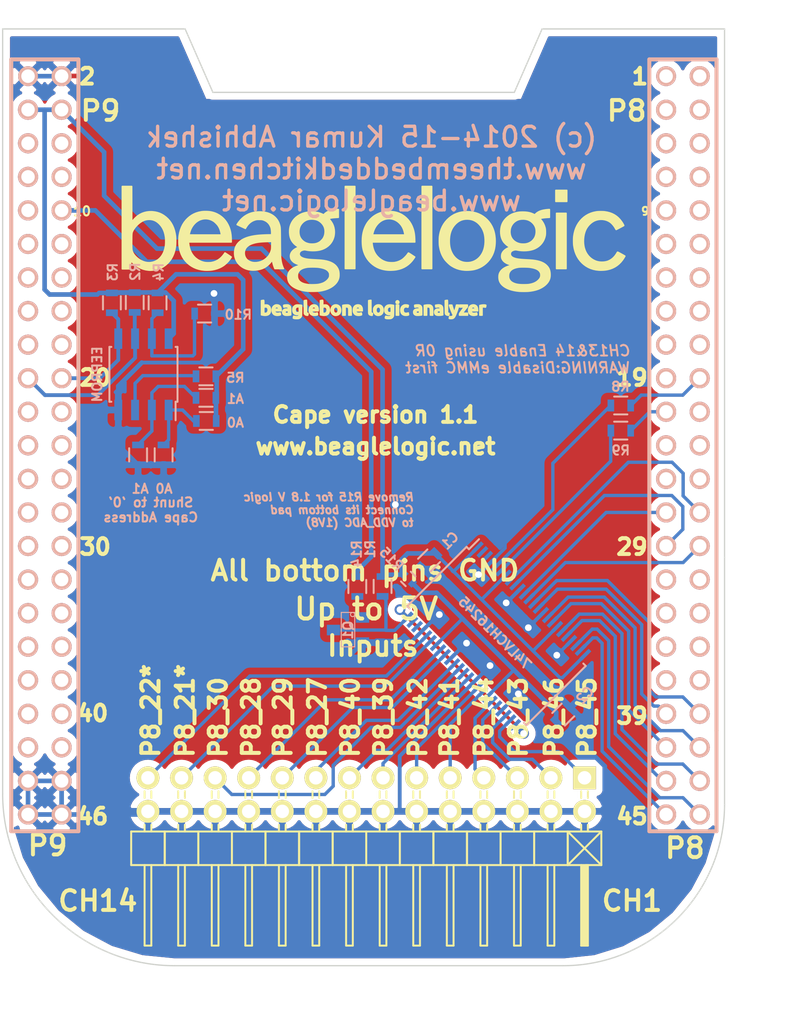
<source format=kicad_pcb>
(kicad_pcb (version 4) (host pcbnew 0.201412131231+5320~19~ubuntu14.04.1-product)

  (general
    (links 98)
    (no_connects 0)
    (area 114.749999 58.949999 169.450001 129.950001)
    (thickness 1.6)
    (drawings 58)
    (tracks 349)
    (zones 0)
    (modules 22)
    (nets 114)
  )

  (page A4)
  (layers
    (0 F.Cu signal)
    (31 B.Cu signal)
    (32 B.Adhes user)
    (33 F.Adhes user)
    (34 B.Paste user)
    (35 F.Paste user)
    (36 B.SilkS user)
    (37 F.SilkS user)
    (38 B.Mask user)
    (39 F.Mask user)
    (40 Dwgs.User user hide)
    (41 Cmts.User user)
    (42 Eco1.User user)
    (43 Eco2.User user)
    (44 Edge.Cuts user)
    (45 Margin user)
    (46 B.CrtYd user)
    (47 F.CrtYd user)
    (48 B.Fab user)
    (49 F.Fab user)
  )

  (setup
    (last_trace_width 0.254)
    (user_trace_width 0.254)
    (user_trace_width 0.289)
    (user_trace_width 0.35)
    (trace_clearance 0.1524)
    (zone_clearance 0.508)
    (zone_45_only no)
    (trace_min 0.127)
    (segment_width 0.2)
    (edge_width 0.1)
    (via_size 0.8128)
    (via_drill 0.508)
    (via_min_size 0.654)
    (via_min_drill 0.4)
    (user_via 0.762 0.508)
    (user_via 0.8 0.508)
    (uvia_size 0.558)
    (uvia_drill 0.3048)
    (uvias_allowed no)
    (uvia_min_size 0.558)
    (uvia_min_drill 0.3048)
    (pcb_text_width 0.3)
    (pcb_text_size 1.2 1.2)
    (mod_edge_width 0.15)
    (mod_text_size 0.7 0.7)
    (mod_text_width 0.15)
    (pad_size 1.5 1.5)
    (pad_drill 0.6)
    (pad_to_mask_clearance 0)
    (aux_axis_origin 0 0)
    (visible_elements FFFFFF7F)
    (pcbplotparams
      (layerselection 0x00000_80000000)
      (usegerberextensions false)
      (excludeedgelayer true)
      (linewidth 0.150000)
      (plotframeref false)
      (viasonmask false)
      (mode 1)
      (useauxorigin false)
      (hpglpennumber 1)
      (hpglpenspeed 20)
      (hpglpendiameter 15)
      (hpglpenoverlay 2)
      (psnegative false)
      (psa4output false)
      (plotreference false)
      (plotvalue false)
      (plotinvisibletext false)
      (padsonsilk false)
      (subtractmaskfromsilk false)
      (outputformat 4)
      (mirror false)
      (drillshape 2)
      (scaleselection 1)
      (outputdirectory trial))
  )

  (net 0 "")
  (net 1 GND)
  (net 2 +3.3V)
  (net 3 "Net-(Q1-Pad3)")
  (net 4 "Net-(Q1-Pad1)")
  (net 5 "Net-(R8-Pad1)")
  (net 6 "Net-(R9-Pad1)")
  (net 7 "Net-(U1-Pad1)")
  (net 8 "Net-(U1-Pad9)")
  (net 9 "Net-(U1-Pad7)")
  (net 10 "Net-(U1-Pad5)")
  (net 11 "Net-(U1-Pad3)")
  (net 12 "Net-(U1-Pad37)")
  (net 13 "Net-(U1-Pad35)")
  (net 14 "Net-(U1-Pad38)")
  (net 15 "Net-(U1-Pad36)")
  (net 16 "Net-(U1-Pad34)")
  (net 17 "Net-(U1-Pad32)")
  (net 18 "Net-(U1-Pad33)")
  (net 19 "Net-(U1-Pad26)")
  (net 20 "Net-(U1-Pad24)")
  (net 21 "Net-(U1-Pad31)")
  (net 22 "Net-(U1-Pad22)")
  (net 23 "Net-(U1-Pad18)")
  (net 24 "Net-(U1-Pad25)")
  (net 25 "Net-(U1-Pad16)")
  (net 26 "Net-(U1-Pad23)")
  (net 27 "Net-(U1-Pad14)")
  (net 28 "Net-(U1-Pad12)")
  (net 29 "Net-(U1-Pad19)")
  (net 30 "Net-(U1-Pad10)")
  (net 31 "Net-(U1-Pad17)")
  (net 32 "Net-(U1-Pad8)")
  (net 33 "Net-(U1-Pad15)")
  (net 34 "Net-(U1-Pad6)")
  (net 35 "Net-(U1-Pad13)")
  (net 36 "Net-(U1-Pad4)")
  (net 37 "Net-(U1-Pad11)")
  (net 38 "Net-(U1-Pad2)")
  (net 39 "Net-(U1-Pad911)")
  (net 40 "Net-(U1-Pad913)")
  (net 41 "Net-(U1-Pad906)")
  (net 42 "Net-(U1-Pad915)")
  (net 43 "Net-(U1-Pad908)")
  (net 44 "Net-(U1-Pad917)")
  (net 45 "Net-(U1-Pad912)")
  (net 46 "Net-(U1-Pad921)")
  (net 47 "Net-(U1-Pad914)")
  (net 48 "Net-(U1-Pad923)")
  (net 49 "Net-(U1-Pad916)")
  (net 50 "Net-(U1-Pad925)")
  (net 51 "Net-(U1-Pad918)")
  (net 52 "Net-(U1-Pad927)")
  (net 53 "Net-(U1-Pad929)")
  (net 54 "Net-(U1-Pad922)")
  (net 55 "Net-(U1-Pad931)")
  (net 56 "Net-(U1-Pad924)")
  (net 57 "Net-(U1-Pad926)")
  (net 58 "Net-(U1-Pad933)")
  (net 59 "Net-(U1-Pad928)")
  (net 60 "Net-(U1-Pad932)")
  (net 61 "Net-(U1-Pad934)")
  (net 62 "Net-(U1-Pad936)")
  (net 63 "Net-(U1-Pad938)")
  (net 64 "Net-(U1-Pad935)")
  (net 65 "Net-(U1-Pad937)")
  (net 66 "Net-(U1-Pad905)")
  (net 67 "Net-(U1-Pad907)")
  (net 68 "Net-(U1-Pad909)")
  (net 69 "Net-(U1-Pad939)")
  (net 70 "Net-(U1-Pad940)")
  (net 71 "Net-(U1-Pad930)")
  (net 72 "Net-(U1-Pad941)")
  (net 73 "Net-(U1-Pad942)")
  (net 74 "Net-(U2-Pad2)")
  (net 75 "Net-(U2-Pad3)")
  (net 76 "Net-(U2-Pad46)")
  (net 77 "Net-(U2-Pad47)")
  (net 78 /CH2)
  (net 79 /CH1)
  (net 80 /CH4)
  (net 81 /CH3)
  (net 82 /CH6)
  (net 83 /CH5)
  (net 84 /CH12)
  (net 85 /CH8)
  (net 86 /CH7)
  (net 87 /CH11)
  (net 88 /CH10)
  (net 89 /CH14)
  (net 90 /CH9)
  (net 91 /CH13)
  (net 92 /IN1)
  (net 93 /IN2)
  (net 94 /IN3)
  (net 95 /IN4)
  (net 96 /IN5)
  (net 97 /IN6)
  (net 98 /IN7)
  (net 99 /IN8)
  (net 100 /IN9)
  (net 101 /IN10)
  (net 102 /IN11)
  (net 103 /IN12)
  (net 104 /IN13)
  (net 105 /IN14)
  (net 106 /EP_SDA)
  (net 107 /EP_SCL)
  (net 108 /SYS_RESETn)
  (net 109 "Net-(C2-Pad1)")
  (net 110 "Net-(R10-Pad2)")
  (net 111 "Net-(R5-Pad1)")
  (net 112 "Net-(R12-Pad2)")
  (net 113 "Net-(R13-Pad2)")

  (net_class Default "This is the default net class."
    (clearance 0.1524)
    (trace_width 0.254)
    (via_dia 0.8128)
    (via_drill 0.508)
    (uvia_dia 0.558)
    (uvia_drill 0.3048)
    (add_net /EP_SCL)
    (add_net /EP_SDA)
    (add_net GND)
    (add_net "Net-(R10-Pad2)")
    (add_net "Net-(R12-Pad2)")
    (add_net "Net-(R13-Pad2)")
    (add_net "Net-(R5-Pad1)")
  )

  (net_class Power ""
    (clearance 0.1524)
    (trace_width 0.35)
    (via_dia 0.8128)
    (via_drill 0.508)
    (uvia_dia 0.558)
    (uvia_drill 0.3048)
    (add_net +3.3V)
    (add_net /SYS_RESETn)
    (add_net "Net-(C2-Pad1)")
  )

  (net_class Signal ""
    (clearance 0.1524)
    (trace_width 0.254)
    (via_dia 0.8128)
    (via_drill 0.508)
    (uvia_dia 0.558)
    (uvia_drill 0.3048)
    (add_net /CH1)
    (add_net /CH10)
    (add_net /CH11)
    (add_net /CH12)
    (add_net /CH13)
    (add_net /CH14)
    (add_net /CH2)
    (add_net /CH3)
    (add_net /CH4)
    (add_net /CH5)
    (add_net /CH6)
    (add_net /CH7)
    (add_net /CH8)
    (add_net /CH9)
    (add_net /IN1)
    (add_net /IN10)
    (add_net /IN11)
    (add_net /IN12)
    (add_net /IN13)
    (add_net /IN14)
    (add_net /IN2)
    (add_net /IN3)
    (add_net /IN4)
    (add_net /IN5)
    (add_net /IN6)
    (add_net /IN7)
    (add_net /IN8)
    (add_net /IN9)
    (add_net "Net-(Q1-Pad1)")
    (add_net "Net-(Q1-Pad3)")
    (add_net "Net-(R8-Pad1)")
    (add_net "Net-(R9-Pad1)")
    (add_net "Net-(U1-Pad1)")
    (add_net "Net-(U1-Pad10)")
    (add_net "Net-(U1-Pad11)")
    (add_net "Net-(U1-Pad12)")
    (add_net "Net-(U1-Pad13)")
    (add_net "Net-(U1-Pad14)")
    (add_net "Net-(U1-Pad15)")
    (add_net "Net-(U1-Pad16)")
    (add_net "Net-(U1-Pad17)")
    (add_net "Net-(U1-Pad18)")
    (add_net "Net-(U1-Pad19)")
    (add_net "Net-(U1-Pad2)")
    (add_net "Net-(U1-Pad22)")
    (add_net "Net-(U1-Pad23)")
    (add_net "Net-(U1-Pad24)")
    (add_net "Net-(U1-Pad25)")
    (add_net "Net-(U1-Pad26)")
    (add_net "Net-(U1-Pad3)")
    (add_net "Net-(U1-Pad31)")
    (add_net "Net-(U1-Pad32)")
    (add_net "Net-(U1-Pad33)")
    (add_net "Net-(U1-Pad34)")
    (add_net "Net-(U1-Pad35)")
    (add_net "Net-(U1-Pad36)")
    (add_net "Net-(U1-Pad37)")
    (add_net "Net-(U1-Pad38)")
    (add_net "Net-(U1-Pad4)")
    (add_net "Net-(U1-Pad5)")
    (add_net "Net-(U1-Pad6)")
    (add_net "Net-(U1-Pad7)")
    (add_net "Net-(U1-Pad8)")
    (add_net "Net-(U1-Pad9)")
    (add_net "Net-(U1-Pad905)")
    (add_net "Net-(U1-Pad906)")
    (add_net "Net-(U1-Pad907)")
    (add_net "Net-(U1-Pad908)")
    (add_net "Net-(U1-Pad909)")
    (add_net "Net-(U1-Pad911)")
    (add_net "Net-(U1-Pad912)")
    (add_net "Net-(U1-Pad913)")
    (add_net "Net-(U1-Pad914)")
    (add_net "Net-(U1-Pad915)")
    (add_net "Net-(U1-Pad916)")
    (add_net "Net-(U1-Pad917)")
    (add_net "Net-(U1-Pad918)")
    (add_net "Net-(U1-Pad921)")
    (add_net "Net-(U1-Pad922)")
    (add_net "Net-(U1-Pad923)")
    (add_net "Net-(U1-Pad924)")
    (add_net "Net-(U1-Pad925)")
    (add_net "Net-(U1-Pad926)")
    (add_net "Net-(U1-Pad927)")
    (add_net "Net-(U1-Pad928)")
    (add_net "Net-(U1-Pad929)")
    (add_net "Net-(U1-Pad930)")
    (add_net "Net-(U1-Pad931)")
    (add_net "Net-(U1-Pad932)")
    (add_net "Net-(U1-Pad933)")
    (add_net "Net-(U1-Pad934)")
    (add_net "Net-(U1-Pad935)")
    (add_net "Net-(U1-Pad936)")
    (add_net "Net-(U1-Pad937)")
    (add_net "Net-(U1-Pad938)")
    (add_net "Net-(U1-Pad939)")
    (add_net "Net-(U1-Pad940)")
    (add_net "Net-(U1-Pad941)")
    (add_net "Net-(U1-Pad942)")
    (add_net "Net-(U2-Pad2)")
    (add_net "Net-(U2-Pad3)")
    (add_net "Net-(U2-Pad46)")
    (add_net "Net-(U2-Pad47)")
  )

  (module "Custom libs:BBB" locked (layer B.Cu) (tedit 54AD0BFD) (tstamp 547D93BE)
    (at 169.4 134 90)
    (descr "Beagle Bone Black")
    (tags Beagle)
    (path /5474B12B)
    (fp_text reference U1 (at 44.8945 -23.9395 90) (layer B.SilkS) hide
      (effects (font (size 0.7 0.7) (thickness 0.15)) (justify mirror))
    )
    (fp_text value bbb (at 44.7675 -26.67 90) (layer B.SilkS) hide
      (effects (font (size 0.7 0.7) (thickness 0.15)) (justify mirror))
    )
    (fp_arc (start 16.8275 -41.91) (end 4.1275 -41.91) (angle 90) (layer Dwgs.User) (width 0.381))
    (fp_arc (start 16.8275 -12.7) (end 16.8275 0) (angle 90) (layer Dwgs.User) (width 0.381))
    (fp_line (start 4.1275 -12.7) (end 4.1275 -41.91) (layer Dwgs.User) (width 0.381))
    (fp_line (start 75 0) (end 16.8275 0) (layer Dwgs.User) (width 0.381))
    (fp_line (start 77 -54.61) (end 16.8275 -54.61) (layer Dwgs.User) (width 0.381))
    (fp_line (start 74.9875 -15.875) (end 74.9875 0) (layer Dwgs.User) (width 0.381))
    (fp_line (start 76.9875 -54.61) (end 76.9875 -33.655) (layer Dwgs.User) (width 0.381))
    (fp_line (start 75 -15.875) (end 70.1675 -15.875) (layer Dwgs.User) (width 0.381))
    (fp_line (start 70.1675 -33.655) (end 70.1675 -15.875) (layer Dwgs.User) (width 0.381))
    (fp_line (start 77 -33.655) (end 70.1675 -33.655) (layer Dwgs.User) (width 0.381))
    (fp_line (start 72.6948 -0.6096) (end 72.6948 -5.6896) (layer B.SilkS) (width 0.3048))
    (fp_line (start 21.8948 -0.6096) (end 72.6948 -0.6096) (layer B.SilkS) (width 0.3048))
    (fp_line (start 21.8948 -5.6896) (end 72.6948 -5.6896) (layer B.SilkS) (width 0.3048))
    (fp_line (start 21.8948 -5.6896) (end 14.2748 -5.6896) (layer B.SilkS) (width 0.3))
    (fp_line (start 14.2748 -0.6096) (end 21.8948 -0.6096) (layer B.SilkS) (width 0.3))
    (fp_line (start 14.2748 -5.6896) (end 14.2748 -0.6096) (layer B.SilkS) (width 0.3))
    (fp_line (start 14.2748 -53.9496) (end 14.2748 -48.8696) (layer B.SilkS) (width 0.3))
    (fp_line (start 14.2748 -48.8696) (end 21.8948 -48.8696) (layer B.SilkS) (width 0.3))
    (fp_line (start 21.8948 -53.9496) (end 14.2748 -53.9496) (layer B.SilkS) (width 0.3))
    (fp_line (start 21.8948 -53.9496) (end 72.6948 -53.9496) (layer B.SilkS) (width 0.3048))
    (fp_line (start 21.8948 -48.8696) (end 72.6948 -48.8696) (layer B.SilkS) (width 0.3048))
    (fp_line (start 72.6948 -48.8696) (end 72.6948 -53.9496) (layer B.SilkS) (width 0.3048))
    (fp_line (start 76.9875 -54.61) (end 76.9875 -33.655) (layer Dwgs.User) (width 0.381))
    (fp_line (start 77 -54.61) (end 16.8275 -54.61) (layer Dwgs.User) (width 0.381))
    (fp_line (start 77 -33.655) (end 70.1675 -33.655) (layer Dwgs.User) (width 0.381))
    (fp_line (start 70.1675 -33.655) (end 70.1675 -15.875) (layer Dwgs.User) (width 0.381))
    (fp_line (start 4.1275 -12.7) (end 4.1275 -41.91) (layer Dwgs.User) (width 0.381))
    (fp_arc (start 16.8275 -41.91) (end 4.1275 -41.91) (angle 90) (layer Dwgs.User) (width 0.381))
    (fp_arc (start 16.8275 -12.7) (end 16.8275 0) (angle 90) (layer Dwgs.User) (width 0.381))
    (fp_line (start 75 0) (end 16.8275 0) (layer Dwgs.User) (width 0.381))
    (fp_line (start 75 -15.875) (end 70.1675 -15.875) (layer Dwgs.User) (width 0.381))
    (fp_line (start 74.9875 -15.875) (end 74.9875 0) (layer Dwgs.User) (width 0.381))
    (pad 1 thru_hole circle (at 71.4248 -4.4196 270) (size 1.5 1.5) (drill 1.02) (layers *.Cu *.Mask B.SilkS)
      (net 7 "Net-(U1-Pad1)"))
    (pad 46 thru_hole circle (at 15.5448 -1.8796 270) (size 1.524 1.524) (drill 1.016) (layers *.Cu *.Mask B.SilkS)
      (net 78 /CH2))
    (pad 45 thru_hole circle (at 15.5448 -4.4196 270) (size 1.524 1.524) (drill 1.016) (layers *.Cu *.Mask B.SilkS)
      (net 79 /CH1))
    (pad 44 thru_hole circle (at 18.0848 -1.8796 270) (size 1.524 1.524) (drill 1.016) (layers *.Cu *.Mask B.SilkS)
      (net 80 /CH4))
    (pad 43 thru_hole circle (at 18.0848 -4.4196 270) (size 1.524 1.524) (drill 1.016) (layers *.Cu *.Mask B.SilkS)
      (net 81 /CH3))
    (pad 42 thru_hole circle (at 20.6248 -1.8796 270) (size 1.524 1.524) (drill 1.016) (layers *.Cu *.Mask B.SilkS)
      (net 82 /CH6))
    (pad 41 thru_hole circle (at 20.6248 -4.4196 270) (size 1.524 1.524) (drill 1.016) (layers *.Cu *.Mask B.SilkS)
      (net 83 /CH5))
    (pad 30 thru_hole circle (at 35.8648 -1.8796 270) (size 1.524 1.524) (drill 1.016) (layers *.Cu *.Mask B.SilkS)
      (net 84 /CH12))
    (pad 40 thru_hole circle (at 23.1648 -1.8796 270) (size 1.524 1.524) (drill 1.016) (layers *.Cu *.Mask B.SilkS)
      (net 85 /CH8))
    (pad 39 thru_hole circle (at 23.1648 -4.4196 270) (size 1.524 1.524) (drill 1.016) (layers *.Cu *.Mask B.SilkS)
      (net 86 /CH7))
    (pad 9 thru_hole circle (at 61.2648 -4.4196 270) (size 1.524 1.524) (drill 1.016) (layers *.Cu *.Mask B.SilkS)
      (net 8 "Net-(U1-Pad9)"))
    (pad 7 thru_hole circle (at 63.8048 -4.4196 270) (size 1.524 1.524) (drill 1.016) (layers *.Cu *.Mask B.SilkS)
      (net 9 "Net-(U1-Pad7)"))
    (pad 5 thru_hole circle (at 66.3448 -4.4196 270) (size 1.524 1.524) (drill 1.016) (layers *.Cu *.Mask B.SilkS)
      (net 10 "Net-(U1-Pad5)"))
    (pad 3 thru_hole circle (at 68.8848 -4.4196 270) (size 1.524 1.524) (drill 1.016) (layers *.Cu *.Mask B.SilkS)
      (net 11 "Net-(U1-Pad3)"))
    (pad 37 thru_hole circle (at 25.7048 -4.4196 270) (size 1.524 1.524) (drill 1.016) (layers *.Cu *.Mask B.SilkS)
      (net 12 "Net-(U1-Pad37)"))
    (pad 35 thru_hole circle (at 28.2448 -4.4196 270) (size 1.524 1.524) (drill 1.016) (layers *.Cu *.Mask B.SilkS)
      (net 13 "Net-(U1-Pad35)"))
    (pad 38 thru_hole circle (at 25.7048 -1.8796 270) (size 1.524 1.524) (drill 1.016) (layers *.Cu *.Mask B.SilkS)
      (net 14 "Net-(U1-Pad38)"))
    (pad 36 thru_hole circle (at 28.2448 -1.8796 270) (size 1.524 1.524) (drill 1.016) (layers *.Cu *.Mask B.SilkS)
      (net 15 "Net-(U1-Pad36)"))
    (pad 34 thru_hole circle (at 30.7848 -1.8796 270) (size 1.524 1.524) (drill 1.016) (layers *.Cu *.Mask B.SilkS)
      (net 16 "Net-(U1-Pad34)"))
    (pad 32 thru_hole circle (at 33.3248 -1.8796 270) (size 1.524 1.524) (drill 1.016) (layers *.Cu *.Mask B.SilkS)
      (net 17 "Net-(U1-Pad32)"))
    (pad 28 thru_hole circle (at 38.4048 -1.8796 270) (size 1.524 1.524) (drill 1.016) (layers *.Cu *.Mask B.SilkS)
      (net 87 /CH11))
    (pad 33 thru_hole circle (at 30.7848 -4.4196 270) (size 1.524 1.524) (drill 1.016) (layers *.Cu *.Mask B.SilkS)
      (net 18 "Net-(U1-Pad33)"))
    (pad 26 thru_hole circle (at 40.9448 -1.8796 270) (size 1.524 1.524) (drill 1.016) (layers *.Cu *.Mask B.SilkS)
      (net 19 "Net-(U1-Pad26)"))
    (pad 24 thru_hole circle (at 43.4848 -1.8796 270) (size 1.524 1.524) (drill 1.016) (layers *.Cu *.Mask B.SilkS)
      (net 20 "Net-(U1-Pad24)"))
    (pad 31 thru_hole circle (at 33.3248 -4.4196 270) (size 1.524 1.524) (drill 1.016) (layers *.Cu *.Mask B.SilkS)
      (net 21 "Net-(U1-Pad31)"))
    (pad 22 thru_hole circle (at 46.0248 -1.8796 270) (size 1.524 1.524) (drill 1.016) (layers *.Cu *.Mask B.SilkS)
      (net 22 "Net-(U1-Pad22)"))
    (pad 29 thru_hole circle (at 35.8648 -4.4196 270) (size 1.524 1.524) (drill 1.016) (layers *.Cu *.Mask B.SilkS)
      (net 88 /CH10))
    (pad 20 thru_hole circle (at 48.5648 -1.8796 270) (size 1.524 1.524) (drill 1.016) (layers *.Cu *.Mask B.SilkS)
      (net 89 /CH14))
    (pad 27 thru_hole circle (at 38.4048 -4.4196 270) (size 1.524 1.524) (drill 1.016) (layers *.Cu *.Mask B.SilkS)
      (net 90 /CH9))
    (pad 18 thru_hole circle (at 51.1048 -1.8796 270) (size 1.524 1.524) (drill 1.016) (layers *.Cu *.Mask B.SilkS)
      (net 23 "Net-(U1-Pad18)"))
    (pad 25 thru_hole circle (at 40.9448 -4.4196 270) (size 1.524 1.524) (drill 1.016) (layers *.Cu *.Mask B.SilkS)
      (net 24 "Net-(U1-Pad25)"))
    (pad 16 thru_hole circle (at 53.6448 -1.8796 270) (size 1.524 1.524) (drill 1.016) (layers *.Cu *.Mask B.SilkS)
      (net 25 "Net-(U1-Pad16)"))
    (pad 23 thru_hole circle (at 43.4848 -4.4196 270) (size 1.524 1.524) (drill 1.016) (layers *.Cu *.Mask B.SilkS)
      (net 26 "Net-(U1-Pad23)"))
    (pad 14 thru_hole circle (at 56.1848 -1.8796 270) (size 1.524 1.524) (drill 1.016) (layers *.Cu *.Mask B.SilkS)
      (net 27 "Net-(U1-Pad14)"))
    (pad 21 thru_hole circle (at 46.0248 -4.4196 270) (size 1.524 1.524) (drill 1.016) (layers *.Cu *.Mask B.SilkS)
      (net 91 /CH13))
    (pad 12 thru_hole circle (at 58.7248 -1.8796 270) (size 1.524 1.524) (drill 1.016) (layers *.Cu *.Mask B.SilkS)
      (net 28 "Net-(U1-Pad12)"))
    (pad 19 thru_hole circle (at 48.5648 -4.4196 270) (size 1.524 1.524) (drill 1.016) (layers *.Cu *.Mask B.SilkS)
      (net 29 "Net-(U1-Pad19)"))
    (pad 10 thru_hole circle (at 61.2648 -1.8796 270) (size 1.524 1.524) (drill 1.016) (layers *.Cu *.Mask B.SilkS)
      (net 30 "Net-(U1-Pad10)"))
    (pad 17 thru_hole circle (at 51.1048 -4.4196 270) (size 1.524 1.524) (drill 1.016) (layers *.Cu *.Mask B.SilkS)
      (net 31 "Net-(U1-Pad17)"))
    (pad 8 thru_hole circle (at 63.8048 -1.8796 270) (size 1.524 1.524) (drill 1.016) (layers *.Cu *.Mask B.SilkS)
      (net 32 "Net-(U1-Pad8)"))
    (pad 15 thru_hole circle (at 53.6448 -4.4196 270) (size 1.524 1.524) (drill 1.016) (layers *.Cu *.Mask B.SilkS)
      (net 33 "Net-(U1-Pad15)"))
    (pad 6 thru_hole circle (at 66.3448 -1.8796 270) (size 1.524 1.524) (drill 1.016) (layers *.Cu *.Mask B.SilkS)
      (net 34 "Net-(U1-Pad6)"))
    (pad 13 thru_hole circle (at 56.1848 -4.4196 270) (size 1.524 1.524) (drill 1.016) (layers *.Cu *.Mask B.SilkS)
      (net 35 "Net-(U1-Pad13)"))
    (pad 4 thru_hole circle (at 68.8848 -1.8796 270) (size 1.524 1.524) (drill 1.016) (layers *.Cu *.Mask B.SilkS)
      (net 36 "Net-(U1-Pad4)"))
    (pad 11 thru_hole circle (at 58.7248 -4.4196 270) (size 1.524 1.524) (drill 1.016) (layers *.Cu *.Mask B.SilkS)
      (net 37 "Net-(U1-Pad11)"))
    (pad 2 thru_hole circle (at 71.4248 -1.8796 270) (size 1.524 1.524) (drill 1.016) (layers *.Cu *.Mask B.SilkS)
      (net 38 "Net-(U1-Pad2)"))
    (pad 902 thru_hole circle (at 71.4248 -50.1396 270) (size 1.524 1.524) (drill 1.016) (layers *.Cu *.Mask B.SilkS)
      (net 1 GND))
    (pad 911 thru_hole circle (at 58.7248 -52.6796 270) (size 1.524 1.524) (drill 1.016) (layers *.Cu *.Mask B.SilkS)
      (net 39 "Net-(U1-Pad911)"))
    (pad 904 thru_hole circle (at 68.8848 -50.1396 270) (size 1.524 1.524) (drill 1.016) (layers *.Cu *.Mask B.SilkS)
      (net 2 +3.3V))
    (pad 913 thru_hole circle (at 56.1848 -52.6796 270) (size 1.524 1.524) (drill 1.016) (layers *.Cu *.Mask B.SilkS)
      (net 40 "Net-(U1-Pad913)"))
    (pad 906 thru_hole circle (at 66.3448 -50.1396 270) (size 1.524 1.524) (drill 1.016) (layers *.Cu *.Mask B.SilkS)
      (net 41 "Net-(U1-Pad906)"))
    (pad 915 thru_hole circle (at 53.6448 -52.6796 270) (size 1.524 1.524) (drill 1.016) (layers *.Cu *.Mask B.SilkS)
      (net 42 "Net-(U1-Pad915)"))
    (pad 908 thru_hole circle (at 63.8048 -50.1396 270) (size 1.524 1.524) (drill 1.016) (layers *.Cu *.Mask B.SilkS)
      (net 43 "Net-(U1-Pad908)"))
    (pad 917 thru_hole circle (at 51.1048 -52.6796 270) (size 1.524 1.524) (drill 1.016) (layers *.Cu *.Mask B.SilkS)
      (net 44 "Net-(U1-Pad917)"))
    (pad 910 thru_hole circle (at 61.2648 -50.1396 270) (size 1.524 1.524) (drill 1.016) (layers *.Cu *.Mask B.SilkS)
      (net 108 /SYS_RESETn))
    (pad 919 thru_hole circle (at 48.5648 -52.6796 270) (size 1.524 1.524) (drill 1.016) (layers *.Cu *.Mask B.SilkS)
      (net 107 /EP_SCL))
    (pad 912 thru_hole circle (at 58.7248 -50.1396 270) (size 1.524 1.524) (drill 1.016) (layers *.Cu *.Mask B.SilkS)
      (net 45 "Net-(U1-Pad912)"))
    (pad 921 thru_hole circle (at 46.0248 -52.6796 270) (size 1.524 1.524) (drill 1.016) (layers *.Cu *.Mask B.SilkS)
      (net 46 "Net-(U1-Pad921)"))
    (pad 914 thru_hole circle (at 56.1848 -50.1396 270) (size 1.524 1.524) (drill 1.016) (layers *.Cu *.Mask B.SilkS)
      (net 47 "Net-(U1-Pad914)"))
    (pad 923 thru_hole circle (at 43.4848 -52.6796 270) (size 1.524 1.524) (drill 1.016) (layers *.Cu *.Mask B.SilkS)
      (net 48 "Net-(U1-Pad923)"))
    (pad 916 thru_hole circle (at 53.6448 -50.1396 270) (size 1.524 1.524) (drill 1.016) (layers *.Cu *.Mask B.SilkS)
      (net 49 "Net-(U1-Pad916)"))
    (pad 925 thru_hole circle (at 40.9448 -52.6796 270) (size 1.524 1.524) (drill 1.016) (layers *.Cu *.Mask B.SilkS)
      (net 50 "Net-(U1-Pad925)"))
    (pad 918 thru_hole circle (at 51.1048 -50.1396 270) (size 1.524 1.524) (drill 1.016) (layers *.Cu *.Mask B.SilkS)
      (net 51 "Net-(U1-Pad918)"))
    (pad 927 thru_hole circle (at 38.4048 -52.6796 270) (size 1.524 1.524) (drill 1.016) (layers *.Cu *.Mask B.SilkS)
      (net 52 "Net-(U1-Pad927)"))
    (pad 920 thru_hole circle (at 48.5648 -50.1396 270) (size 1.524 1.524) (drill 1.016) (layers *.Cu *.Mask B.SilkS)
      (net 106 /EP_SDA))
    (pad 929 thru_hole circle (at 35.8648 -52.6796 270) (size 1.524 1.524) (drill 1.016) (layers *.Cu *.Mask B.SilkS)
      (net 53 "Net-(U1-Pad929)"))
    (pad 922 thru_hole circle (at 46.0248 -50.1396 270) (size 1.524 1.524) (drill 1.016) (layers *.Cu *.Mask B.SilkS)
      (net 54 "Net-(U1-Pad922)"))
    (pad 931 thru_hole circle (at 33.3248 -52.6796 270) (size 1.524 1.524) (drill 1.016) (layers *.Cu *.Mask B.SilkS)
      (net 55 "Net-(U1-Pad931)"))
    (pad 924 thru_hole circle (at 43.4848 -50.1396 270) (size 1.524 1.524) (drill 1.016) (layers *.Cu *.Mask B.SilkS)
      (net 56 "Net-(U1-Pad924)"))
    (pad 926 thru_hole circle (at 40.9448 -50.1396 270) (size 1.524 1.524) (drill 1.016) (layers *.Cu *.Mask B.SilkS)
      (net 57 "Net-(U1-Pad926)"))
    (pad 933 thru_hole circle (at 30.7848 -52.6796 270) (size 1.524 1.524) (drill 1.016) (layers *.Cu *.Mask B.SilkS)
      (net 58 "Net-(U1-Pad933)"))
    (pad 928 thru_hole circle (at 38.4048 -50.1396 270) (size 1.524 1.524) (drill 1.016) (layers *.Cu *.Mask B.SilkS)
      (net 59 "Net-(U1-Pad928)"))
    (pad 932 thru_hole circle (at 33.3248 -50.1396 270) (size 1.524 1.524) (drill 1.016) (layers *.Cu *.Mask B.SilkS)
      (net 60 "Net-(U1-Pad932)"))
    (pad 934 thru_hole circle (at 30.7848 -50.1396 270) (size 1.524 1.524) (drill 1.016) (layers *.Cu *.Mask B.SilkS)
      (net 61 "Net-(U1-Pad934)"))
    (pad 936 thru_hole circle (at 28.2448 -50.1396 270) (size 1.524 1.524) (drill 1.016) (layers *.Cu *.Mask B.SilkS)
      (net 62 "Net-(U1-Pad936)"))
    (pad 938 thru_hole circle (at 25.7048 -50.1396 270) (size 1.524 1.524) (drill 1.016) (layers *.Cu *.Mask B.SilkS)
      (net 63 "Net-(U1-Pad938)"))
    (pad 935 thru_hole circle (at 28.2448 -52.6796 270) (size 1.524 1.524) (drill 1.016) (layers *.Cu *.Mask B.SilkS)
      (net 64 "Net-(U1-Pad935)"))
    (pad 937 thru_hole circle (at 25.7048 -52.6796 270) (size 1.524 1.524) (drill 1.016) (layers *.Cu *.Mask B.SilkS)
      (net 65 "Net-(U1-Pad937)"))
    (pad 903 thru_hole circle (at 68.8848 -52.6796 270) (size 1.524 1.524) (drill 1.016) (layers *.Cu *.Mask B.SilkS)
      (net 2 +3.3V))
    (pad 905 thru_hole circle (at 66.3448 -52.6796 270) (size 1.524 1.524) (drill 1.016) (layers *.Cu *.Mask B.SilkS)
      (net 66 "Net-(U1-Pad905)"))
    (pad 907 thru_hole circle (at 63.8048 -52.6796 270) (size 1.524 1.524) (drill 1.016) (layers *.Cu *.Mask B.SilkS)
      (net 67 "Net-(U1-Pad907)"))
    (pad 909 thru_hole circle (at 61.2648 -52.6796 270) (size 1.524 1.524) (drill 1.016) (layers *.Cu *.Mask B.SilkS)
      (net 68 "Net-(U1-Pad909)"))
    (pad 939 thru_hole circle (at 23.1648 -52.6796 270) (size 1.524 1.524) (drill 1.016) (layers *.Cu *.Mask B.SilkS)
      (net 69 "Net-(U1-Pad939)"))
    (pad 940 thru_hole circle (at 23.1648 -50.1396 270) (size 1.524 1.524) (drill 1.016) (layers *.Cu *.Mask B.SilkS)
      (net 70 "Net-(U1-Pad940)"))
    (pad 930 thru_hole circle (at 35.8648 -50.1396 270) (size 1.524 1.524) (drill 1.016) (layers *.Cu *.Mask B.SilkS)
      (net 71 "Net-(U1-Pad930)"))
    (pad 941 thru_hole circle (at 20.6248 -52.6796 270) (size 1.524 1.524) (drill 1.016) (layers *.Cu *.Mask B.SilkS)
      (net 72 "Net-(U1-Pad941)"))
    (pad 942 thru_hole circle (at 20.6248 -50.1396 270) (size 1.524 1.524) (drill 1.016) (layers *.Cu *.Mask B.SilkS)
      (net 73 "Net-(U1-Pad942)"))
    (pad 943 thru_hole circle (at 18.0848 -52.6796 270) (size 1.524 1.524) (drill 1.016) (layers *.Cu *.Mask B.SilkS)
      (net 1 GND))
    (pad 944 thru_hole circle (at 18.0848 -50.1396 270) (size 1.524 1.524) (drill 1.016) (layers *.Cu *.Mask B.SilkS)
      (net 1 GND))
    (pad 945 thru_hole circle (at 15.5448 -52.6796 270) (size 1.524 1.524) (drill 1.016) (layers *.Cu *.Mask B.SilkS)
      (net 1 GND))
    (pad 946 thru_hole circle (at 15.5448 -50.1396 270) (size 1.524 1.524) (drill 1.016) (layers *.Cu *.Mask B.SilkS)
      (net 1 GND))
    (pad 901 thru_hole circle (at 71.4248 -52.6796 270) (size 1.5 1.5) (drill 1.02) (layers *.Cu *.Mask B.SilkS)
      (net 1 GND))
  )

  (module Pin_Headers:Pin_Header_Angled_2x14 (layer F.Cu) (tedit 548DE101) (tstamp 547D9303)
    (at 142.3 116.95 180)
    (descr "Through hole pin header")
    (tags "pin header")
    (path /5474E62F)
    (fp_text reference P1 (at -19.5 -4.25 180) (layer F.SilkS) hide
      (effects (font (size 1.2 1.2) (thickness 0.15)))
    )
    (fp_text value CONN_02X14 (at 0 0 180) (layer F.SilkS) hide
      (effects (font (size 0.7 0.7) (thickness 0.15)))
    )
    (fp_line (start -14.224 -0.254) (end -14.224 0.254) (layer F.SilkS) (width 0.15))
    (fp_line (start -13.716 -0.254) (end -13.716 0.254) (layer F.SilkS) (width 0.15))
    (fp_line (start -11.684 -0.254) (end -11.684 0.254) (layer F.SilkS) (width 0.15))
    (fp_line (start -11.176 -0.254) (end -11.176 0.254) (layer F.SilkS) (width 0.15))
    (fp_line (start -16.256 -0.254) (end -16.256 0.254) (layer F.SilkS) (width 0.15))
    (fp_line (start -16.764 -0.254) (end -16.764 0.254) (layer F.SilkS) (width 0.15))
    (fp_line (start 16.256 -0.254) (end 16.256 0.254) (layer F.SilkS) (width 0.15))
    (fp_line (start 16.764 -0.254) (end 16.764 0.254) (layer F.SilkS) (width 0.15))
    (fp_line (start 14.224 -0.254) (end 14.224 0.254) (layer F.SilkS) (width 0.15))
    (fp_line (start 13.716 -0.254) (end 13.716 0.254) (layer F.SilkS) (width 0.15))
    (fp_line (start 11.684 -0.254) (end 11.684 0.254) (layer F.SilkS) (width 0.15))
    (fp_line (start 11.176 -0.254) (end 11.176 0.254) (layer F.SilkS) (width 0.15))
    (fp_line (start 6.096 -0.254) (end 6.096 0.254) (layer F.SilkS) (width 0.15))
    (fp_line (start 6.604 -0.254) (end 6.604 0.254) (layer F.SilkS) (width 0.15))
    (fp_line (start 8.636 -0.254) (end 8.636 0.254) (layer F.SilkS) (width 0.15))
    (fp_line (start 9.144 -0.254) (end 9.144 0.254) (layer F.SilkS) (width 0.15))
    (fp_line (start 4.064 -0.254) (end 4.064 0.254) (layer F.SilkS) (width 0.15))
    (fp_line (start 3.556 -0.254) (end 3.556 0.254) (layer F.SilkS) (width 0.15))
    (fp_line (start 1.524 -0.254) (end 1.524 0.254) (layer F.SilkS) (width 0.15))
    (fp_line (start 1.016 -0.254) (end 1.016 0.254) (layer F.SilkS) (width 0.15))
    (fp_line (start -9.144 -0.254) (end -9.144 0.254) (layer F.SilkS) (width 0.15))
    (fp_line (start -8.636 -0.254) (end -8.636 0.254) (layer F.SilkS) (width 0.15))
    (fp_line (start -6.604 -0.254) (end -6.604 0.254) (layer F.SilkS) (width 0.15))
    (fp_line (start -6.096 -0.254) (end -6.096 0.254) (layer F.SilkS) (width 0.15))
    (fp_line (start -1.016 -0.254) (end -1.016 0.254) (layer F.SilkS) (width 0.15))
    (fp_line (start -1.524 -0.254) (end -1.524 0.254) (layer F.SilkS) (width 0.15))
    (fp_line (start -3.556 -0.254) (end -3.556 0.254) (layer F.SilkS) (width 0.15))
    (fp_line (start -4.064 -0.254) (end -4.064 0.254) (layer F.SilkS) (width 0.15))
    (fp_line (start 8.636 -2.794) (end 8.636 -2.286) (layer F.SilkS) (width 0.15))
    (fp_line (start 9.144 -2.794) (end 9.144 -2.286) (layer F.SilkS) (width 0.15))
    (fp_line (start 11.176 -2.794) (end 11.176 -2.286) (layer F.SilkS) (width 0.15))
    (fp_line (start 11.684 -2.794) (end 11.684 -2.286) (layer F.SilkS) (width 0.15))
    (fp_line (start 6.604 -2.794) (end 6.604 -2.286) (layer F.SilkS) (width 0.15))
    (fp_line (start 6.096 -2.794) (end 6.096 -2.286) (layer F.SilkS) (width 0.15))
    (fp_line (start 4.064 -2.794) (end 4.064 -2.286) (layer F.SilkS) (width 0.15))
    (fp_line (start 3.556 -2.794) (end 3.556 -2.286) (layer F.SilkS) (width 0.15))
    (fp_line (start 13.716 -2.794) (end 13.716 -2.286) (layer F.SilkS) (width 0.15))
    (fp_line (start 14.224 -2.794) (end 14.224 -2.286) (layer F.SilkS) (width 0.15))
    (fp_line (start 16.256 -2.794) (end 16.256 -2.286) (layer F.SilkS) (width 0.15))
    (fp_line (start 16.764 -2.794) (end 16.764 -2.286) (layer F.SilkS) (width 0.15))
    (fp_line (start -1.524 -2.794) (end -1.524 -2.286) (layer F.SilkS) (width 0.15))
    (fp_line (start -1.016 -2.794) (end -1.016 -2.286) (layer F.SilkS) (width 0.15))
    (fp_line (start 1.016 -2.794) (end 1.016 -2.286) (layer F.SilkS) (width 0.15))
    (fp_line (start 1.524 -2.794) (end 1.524 -2.286) (layer F.SilkS) (width 0.15))
    (fp_line (start -3.556 -2.794) (end -3.556 -2.286) (layer F.SilkS) (width 0.15))
    (fp_line (start -4.064 -2.794) (end -4.064 -2.286) (layer F.SilkS) (width 0.15))
    (fp_line (start -6.096 -2.794) (end -6.096 -2.286) (layer F.SilkS) (width 0.15))
    (fp_line (start -6.604 -2.794) (end -6.604 -2.286) (layer F.SilkS) (width 0.15))
    (fp_line (start -16.764 -2.794) (end -16.764 -2.286) (layer F.SilkS) (width 0.15))
    (fp_line (start -16.256 -2.794) (end -16.256 -2.286) (layer F.SilkS) (width 0.15))
    (fp_line (start -14.224 -2.794) (end -14.224 -2.286) (layer F.SilkS) (width 0.15))
    (fp_line (start -13.716 -2.794) (end -13.716 -2.286) (layer F.SilkS) (width 0.15))
    (fp_line (start -8.636 -2.794) (end -8.636 -2.286) (layer F.SilkS) (width 0.15))
    (fp_line (start -9.144 -2.794) (end -9.144 -2.286) (layer F.SilkS) (width 0.15))
    (fp_line (start -11.176 -2.794) (end -11.176 -2.286) (layer F.SilkS) (width 0.15))
    (fp_line (start -11.684 -2.794) (end -11.684 -2.286) (layer F.SilkS) (width 0.15))
    (fp_line (start -17.78 -2.794) (end -15.24 -5.334) (layer F.SilkS) (width 0.15))
    (fp_line (start -17.78 -5.334) (end -15.24 -2.794) (layer F.SilkS) (width 0.15))
    (fp_line (start -16.637 -5.334) (end -16.637 -11.303) (layer F.SilkS) (width 0.15))
    (fp_line (start -16.637 -11.303) (end -16.383 -11.303) (layer F.SilkS) (width 0.15))
    (fp_line (start -16.383 -11.303) (end -16.383 -5.461) (layer F.SilkS) (width 0.15))
    (fp_line (start -16.383 -5.461) (end -16.51 -5.461) (layer F.SilkS) (width 0.15))
    (fp_line (start -16.51 -5.461) (end -16.51 -11.303) (layer F.SilkS) (width 0.15))
    (fp_line (start 2.54 -2.794) (end 2.54 -5.334) (layer F.SilkS) (width 0.15))
    (fp_line (start 2.54 -2.794) (end 5.08 -2.794) (layer F.SilkS) (width 0.15))
    (fp_line (start 5.08 -2.794) (end 5.08 -5.334) (layer F.SilkS) (width 0.15))
    (fp_line (start 3.556 -5.334) (end 3.556 -11.43) (layer F.SilkS) (width 0.15))
    (fp_line (start 3.556 -11.43) (end 4.064 -11.43) (layer F.SilkS) (width 0.15))
    (fp_line (start 4.064 -11.43) (end 4.064 -5.334) (layer F.SilkS) (width 0.15))
    (fp_line (start 5.08 -5.334) (end 2.54 -5.334) (layer F.SilkS) (width 0.15))
    (fp_line (start 7.62 -5.334) (end 5.08 -5.334) (layer F.SilkS) (width 0.15))
    (fp_line (start 6.604 -11.43) (end 6.604 -5.334) (layer F.SilkS) (width 0.15))
    (fp_line (start 6.096 -11.43) (end 6.604 -11.43) (layer F.SilkS) (width 0.15))
    (fp_line (start 6.096 -5.334) (end 6.096 -11.43) (layer F.SilkS) (width 0.15))
    (fp_line (start 7.62 -2.794) (end 7.62 -5.334) (layer F.SilkS) (width 0.15))
    (fp_line (start 5.08 -2.794) (end 7.62 -2.794) (layer F.SilkS) (width 0.15))
    (fp_line (start 5.08 -2.794) (end 5.08 -5.334) (layer F.SilkS) (width 0.15))
    (fp_line (start 10.16 -2.794) (end 10.16 -5.334) (layer F.SilkS) (width 0.15))
    (fp_line (start 10.16 -2.794) (end 12.7 -2.794) (layer F.SilkS) (width 0.15))
    (fp_line (start 12.7 -2.794) (end 12.7 -5.334) (layer F.SilkS) (width 0.15))
    (fp_line (start 11.176 -5.334) (end 11.176 -11.43) (layer F.SilkS) (width 0.15))
    (fp_line (start 11.176 -11.43) (end 11.684 -11.43) (layer F.SilkS) (width 0.15))
    (fp_line (start 11.684 -11.43) (end 11.684 -5.334) (layer F.SilkS) (width 0.15))
    (fp_line (start 12.7 -5.334) (end 10.16 -5.334) (layer F.SilkS) (width 0.15))
    (fp_line (start 10.16 -5.334) (end 7.62 -5.334) (layer F.SilkS) (width 0.15))
    (fp_line (start 9.144 -11.43) (end 9.144 -5.334) (layer F.SilkS) (width 0.15))
    (fp_line (start 8.636 -11.43) (end 9.144 -11.43) (layer F.SilkS) (width 0.15))
    (fp_line (start 8.636 -5.334) (end 8.636 -11.43) (layer F.SilkS) (width 0.15))
    (fp_line (start 10.16 -2.794) (end 10.16 -5.334) (layer F.SilkS) (width 0.15))
    (fp_line (start 7.62 -2.794) (end 10.16 -2.794) (layer F.SilkS) (width 0.15))
    (fp_line (start 7.62 -2.794) (end 7.62 -5.334) (layer F.SilkS) (width 0.15))
    (fp_line (start 15.24 -2.794) (end 15.24 -5.334) (layer F.SilkS) (width 0.15))
    (fp_line (start 15.24 -2.794) (end 17.78 -2.794) (layer F.SilkS) (width 0.15))
    (fp_line (start 17.78 -2.794) (end 17.78 -5.334) (layer F.SilkS) (width 0.15))
    (fp_line (start 16.256 -5.334) (end 16.256 -11.43) (layer F.SilkS) (width 0.15))
    (fp_line (start 16.256 -11.43) (end 16.764 -11.43) (layer F.SilkS) (width 0.15))
    (fp_line (start 16.764 -11.43) (end 16.764 -5.334) (layer F.SilkS) (width 0.15))
    (fp_line (start 17.78 -5.334) (end 15.24 -5.334) (layer F.SilkS) (width 0.15))
    (fp_line (start 15.24 -5.334) (end 12.7 -5.334) (layer F.SilkS) (width 0.15))
    (fp_line (start 14.224 -11.43) (end 14.224 -5.334) (layer F.SilkS) (width 0.15))
    (fp_line (start 13.716 -11.43) (end 14.224 -11.43) (layer F.SilkS) (width 0.15))
    (fp_line (start 13.716 -5.334) (end 13.716 -11.43) (layer F.SilkS) (width 0.15))
    (fp_line (start 15.24 -2.794) (end 15.24 -5.334) (layer F.SilkS) (width 0.15))
    (fp_line (start 12.7 -2.794) (end 15.24 -2.794) (layer F.SilkS) (width 0.15))
    (fp_line (start 12.7 -2.794) (end 12.7 -5.334) (layer F.SilkS) (width 0.15))
    (fp_line (start -7.62 -2.794) (end -7.62 -5.334) (layer F.SilkS) (width 0.15))
    (fp_line (start -7.62 -2.794) (end -5.08 -2.794) (layer F.SilkS) (width 0.15))
    (fp_line (start -5.08 -2.794) (end -5.08 -5.334) (layer F.SilkS) (width 0.15))
    (fp_line (start -6.604 -5.334) (end -6.604 -11.43) (layer F.SilkS) (width 0.15))
    (fp_line (start -6.604 -11.43) (end -6.096 -11.43) (layer F.SilkS) (width 0.15))
    (fp_line (start -6.096 -11.43) (end -6.096 -5.334) (layer F.SilkS) (width 0.15))
    (fp_line (start -5.08 -5.334) (end -7.62 -5.334) (layer F.SilkS) (width 0.15))
    (fp_line (start -2.54 -5.334) (end -5.08 -5.334) (layer F.SilkS) (width 0.15))
    (fp_line (start -3.556 -11.43) (end -3.556 -5.334) (layer F.SilkS) (width 0.15))
    (fp_line (start -4.064 -11.43) (end -3.556 -11.43) (layer F.SilkS) (width 0.15))
    (fp_line (start -4.064 -5.334) (end -4.064 -11.43) (layer F.SilkS) (width 0.15))
    (fp_line (start -2.54 -2.794) (end -2.54 -5.334) (layer F.SilkS) (width 0.15))
    (fp_line (start -5.08 -2.794) (end -2.54 -2.794) (layer F.SilkS) (width 0.15))
    (fp_line (start -5.08 -2.794) (end -5.08 -5.334) (layer F.SilkS) (width 0.15))
    (fp_line (start 0 -2.794) (end 0 -5.334) (layer F.SilkS) (width 0.15))
    (fp_line (start 0 -2.794) (end 2.54 -2.794) (layer F.SilkS) (width 0.15))
    (fp_line (start 2.54 -2.794) (end 2.54 -5.334) (layer F.SilkS) (width 0.15))
    (fp_line (start 1.016 -5.334) (end 1.016 -11.43) (layer F.SilkS) (width 0.15))
    (fp_line (start 1.016 -11.43) (end 1.524 -11.43) (layer F.SilkS) (width 0.15))
    (fp_line (start 1.524 -11.43) (end 1.524 -5.334) (layer F.SilkS) (width 0.15))
    (fp_line (start 2.54 -5.334) (end 0 -5.334) (layer F.SilkS) (width 0.15))
    (fp_line (start 0 -5.334) (end -2.54 -5.334) (layer F.SilkS) (width 0.15))
    (fp_line (start -1.016 -11.43) (end -1.016 -5.334) (layer F.SilkS) (width 0.15))
    (fp_line (start -1.524 -11.43) (end -1.016 -11.43) (layer F.SilkS) (width 0.15))
    (fp_line (start -1.524 -5.334) (end -1.524 -11.43) (layer F.SilkS) (width 0.15))
    (fp_line (start 0 -2.794) (end 0 -5.334) (layer F.SilkS) (width 0.15))
    (fp_line (start -2.54 -2.794) (end 0 -2.794) (layer F.SilkS) (width 0.15))
    (fp_line (start -2.54 -2.794) (end -2.54 -5.334) (layer F.SilkS) (width 0.15))
    (fp_line (start -12.7 -2.794) (end -12.7 -5.334) (layer F.SilkS) (width 0.15))
    (fp_line (start -12.7 -2.794) (end -10.16 -2.794) (layer F.SilkS) (width 0.15))
    (fp_line (start -10.16 -2.794) (end -10.16 -5.334) (layer F.SilkS) (width 0.15))
    (fp_line (start -11.684 -5.334) (end -11.684 -11.43) (layer F.SilkS) (width 0.15))
    (fp_line (start -11.684 -11.43) (end -11.176 -11.43) (layer F.SilkS) (width 0.15))
    (fp_line (start -11.176 -11.43) (end -11.176 -5.334) (layer F.SilkS) (width 0.15))
    (fp_line (start -10.16 -5.334) (end -12.7 -5.334) (layer F.SilkS) (width 0.15))
    (fp_line (start -7.62 -5.334) (end -10.16 -5.334) (layer F.SilkS) (width 0.15))
    (fp_line (start -8.636 -11.43) (end -8.636 -5.334) (layer F.SilkS) (width 0.15))
    (fp_line (start -9.144 -11.43) (end -8.636 -11.43) (layer F.SilkS) (width 0.15))
    (fp_line (start -9.144 -5.334) (end -9.144 -11.43) (layer F.SilkS) (width 0.15))
    (fp_line (start -7.62 -2.794) (end -7.62 -5.334) (layer F.SilkS) (width 0.15))
    (fp_line (start -10.16 -2.794) (end -7.62 -2.794) (layer F.SilkS) (width 0.15))
    (fp_line (start -10.16 -2.794) (end -10.16 -5.334) (layer F.SilkS) (width 0.15))
    (fp_line (start -15.24 -2.794) (end -15.24 -5.334) (layer F.SilkS) (width 0.15))
    (fp_line (start -15.24 -2.794) (end -12.7 -2.794) (layer F.SilkS) (width 0.15))
    (fp_line (start -12.7 -2.794) (end -12.7 -5.334) (layer F.SilkS) (width 0.15))
    (fp_line (start -14.224 -5.334) (end -14.224 -11.43) (layer F.SilkS) (width 0.15))
    (fp_line (start -14.224 -11.43) (end -13.716 -11.43) (layer F.SilkS) (width 0.15))
    (fp_line (start -13.716 -11.43) (end -13.716 -5.334) (layer F.SilkS) (width 0.15))
    (fp_line (start -12.7 -5.334) (end -15.24 -5.334) (layer F.SilkS) (width 0.15))
    (fp_line (start -15.24 -5.334) (end -17.78 -5.334) (layer F.SilkS) (width 0.15))
    (fp_line (start -16.256 -11.43) (end -16.256 -5.334) (layer F.SilkS) (width 0.15))
    (fp_line (start -16.764 -11.43) (end -16.256 -11.43) (layer F.SilkS) (width 0.15))
    (fp_line (start -16.764 -5.334) (end -16.764 -11.43) (layer F.SilkS) (width 0.15))
    (fp_line (start -15.24 -2.794) (end -15.24 -5.334) (layer F.SilkS) (width 0.15))
    (fp_line (start -17.78 -2.794) (end -15.24 -2.794) (layer F.SilkS) (width 0.15))
    (fp_line (start -17.78 -2.794) (end -17.78 -5.334) (layer F.SilkS) (width 0.15))
    (pad 1 thru_hole rect (at -16.51 1.27 180) (size 1.7272 1.7272) (drill 1.016) (layers *.Cu *.Mask F.SilkS)
      (net 92 /IN1))
    (pad 2 thru_hole oval (at -16.51 -1.27 180) (size 1.7272 1.7272) (drill 1.016) (layers *.Cu *.Mask F.SilkS)
      (net 1 GND))
    (pad 3 thru_hole oval (at -13.97 1.27 180) (size 1.7272 1.7272) (drill 1.016) (layers *.Cu *.Mask F.SilkS)
      (net 93 /IN2))
    (pad 4 thru_hole oval (at -13.97 -1.27 180) (size 1.7272 1.7272) (drill 1.016) (layers *.Cu *.Mask F.SilkS)
      (net 1 GND))
    (pad 5 thru_hole oval (at -11.43 1.27 180) (size 1.7272 1.7272) (drill 1.016) (layers *.Cu *.Mask F.SilkS)
      (net 94 /IN3))
    (pad 6 thru_hole oval (at -11.43 -1.27 180) (size 1.7272 1.7272) (drill 1.016) (layers *.Cu *.Mask F.SilkS)
      (net 1 GND))
    (pad 7 thru_hole oval (at -8.89 1.27 180) (size 1.7272 1.7272) (drill 1.016) (layers *.Cu *.Mask F.SilkS)
      (net 95 /IN4))
    (pad 8 thru_hole oval (at -8.89 -1.27 180) (size 1.7272 1.7272) (drill 1.016) (layers *.Cu *.Mask F.SilkS)
      (net 1 GND))
    (pad 9 thru_hole oval (at -6.35 1.27 180) (size 1.7272 1.7272) (drill 1.016) (layers *.Cu *.Mask F.SilkS)
      (net 96 /IN5))
    (pad 10 thru_hole oval (at -6.35 -1.27 180) (size 1.7272 1.7272) (drill 1.016) (layers *.Cu *.Mask F.SilkS)
      (net 1 GND))
    (pad 11 thru_hole oval (at -3.81 1.27 180) (size 1.7272 1.7272) (drill 1.016) (layers *.Cu *.Mask F.SilkS)
      (net 97 /IN6))
    (pad 12 thru_hole oval (at -3.81 -1.27 180) (size 1.7272 1.7272) (drill 1.016) (layers *.Cu *.Mask F.SilkS)
      (net 1 GND))
    (pad 13 thru_hole oval (at -1.27 1.27 180) (size 1.7272 1.7272) (drill 1.016) (layers *.Cu *.Mask F.SilkS)
      (net 98 /IN7))
    (pad 14 thru_hole oval (at -1.27 -1.27 180) (size 1.7272 1.7272) (drill 1.016) (layers *.Cu *.Mask F.SilkS)
      (net 1 GND))
    (pad 15 thru_hole oval (at 1.27 1.27 180) (size 1.7272 1.7272) (drill 1.016) (layers *.Cu *.Mask F.SilkS)
      (net 99 /IN8))
    (pad 16 thru_hole oval (at 1.27 -1.27 180) (size 1.7272 1.7272) (drill 1.016) (layers *.Cu *.Mask F.SilkS)
      (net 1 GND))
    (pad 17 thru_hole oval (at 3.81 1.27 180) (size 1.7272 1.7272) (drill 1.016) (layers *.Cu *.Mask F.SilkS)
      (net 100 /IN9))
    (pad 18 thru_hole oval (at 3.81 -1.27 180) (size 1.7272 1.7272) (drill 1.016) (layers *.Cu *.Mask F.SilkS)
      (net 1 GND))
    (pad 19 thru_hole oval (at 6.35 1.27 180) (size 1.7272 1.7272) (drill 1.016) (layers *.Cu *.Mask F.SilkS)
      (net 101 /IN10))
    (pad 20 thru_hole oval (at 6.35 -1.27 180) (size 1.7272 1.7272) (drill 1.016) (layers *.Cu *.Mask F.SilkS)
      (net 1 GND))
    (pad 21 thru_hole oval (at 8.89 1.27 180) (size 1.7272 1.7272) (drill 1.016) (layers *.Cu *.Mask F.SilkS)
      (net 102 /IN11))
    (pad 22 thru_hole oval (at 8.89 -1.27 180) (size 1.7272 1.7272) (drill 1.016) (layers *.Cu *.Mask F.SilkS)
      (net 1 GND))
    (pad 23 thru_hole oval (at 11.43 1.27 180) (size 1.7272 1.7272) (drill 1.016) (layers *.Cu *.Mask F.SilkS)
      (net 103 /IN12))
    (pad 24 thru_hole oval (at 11.43 -1.27 180) (size 1.7272 1.7272) (drill 1.016) (layers *.Cu *.Mask F.SilkS)
      (net 1 GND))
    (pad 25 thru_hole oval (at 13.97 1.27 180) (size 1.7272 1.7272) (drill 1.016) (layers *.Cu *.Mask F.SilkS)
      (net 104 /IN13))
    (pad 26 thru_hole oval (at 13.97 -1.27 180) (size 1.7272 1.7272) (drill 1.016) (layers *.Cu *.Mask F.SilkS)
      (net 1 GND))
    (pad 27 thru_hole oval (at 16.51 1.27 180) (size 1.7272 1.7272) (drill 1.016) (layers *.Cu *.Mask F.SilkS)
      (net 105 /IN14))
    (pad 28 thru_hole oval (at 16.51 -1.27 180) (size 1.7272 1.7272) (drill 1.016) (layers *.Cu *.Mask F.SilkS)
      (net 1 GND))
    (model Pin_Headers/Pin_Header_Angled_2x14.wrl
      (at (xyz 0 0 0))
      (scale (xyz 1 1 1))
      (rotate (xyz 0 0 0))
    )
  )

  (module SMD_Packages:SOT-23 (layer B.Cu) (tedit 548DA1AC) (tstamp 547F0667)
    (at 140.9192 104.4956 270)
    (tags SOT23)
    (path /547D9952)
    (fp_text reference Q1 (at 0.0044 -0.0058 270) (layer B.SilkS)
      (effects (font (size 0.7 0.7) (thickness 0.15)) (justify mirror))
    )
    (fp_text value BSS138 (at 0.0635 0 270) (layer B.SilkS) hide
      (effects (font (size 0.7 0.7) (thickness 0.15)) (justify mirror))
    )
    (fp_circle (center -1.17602 -0.35052) (end -1.30048 -0.44958) (layer B.SilkS) (width 0.07874))
    (fp_line (start 1.27 0.508) (end 1.27 -0.508) (layer B.SilkS) (width 0.07874))
    (fp_line (start -1.3335 0.508) (end -1.3335 -0.508) (layer B.SilkS) (width 0.07874))
    (fp_line (start 1.27 -0.508) (end -1.3335 -0.508) (layer B.SilkS) (width 0.07874))
    (fp_line (start -1.3335 0.508) (end 1.27 0.508) (layer B.SilkS) (width 0.07874))
    (pad 3 smd rect (at 0 1.09982 270) (size 0.8001 1.00076) (layers B.Cu B.Paste B.Mask)
      (net 3 "Net-(Q1-Pad3)"))
    (pad 2 smd rect (at 0.9525 -1.09982 270) (size 0.8001 1.00076) (layers B.Cu B.Paste B.Mask)
      (net 1 GND))
    (pad 1 smd rect (at -0.9525 -1.09982 270) (size 0.8001 1.00076) (layers B.Cu B.Paste B.Mask)
      (net 4 "Net-(Q1-Pad1)"))
    (model smd\SOT23_3.wrl
      (at (xyz 0 0 0))
      (scale (xyz 0.4 0.4 0.4))
      (rotate (xyz 0 0 180))
    )
  )

  (module Housings_SSOP:TSSOP-48_6.1x12.5mm_Pitch0.5mm (layer B.Cu) (tedit 548DE205) (tstamp 548A1AA9)
    (at 152.15 104.95 225)
    (descr "TSSOP48: plastic thin shrink small outline package; 48 leads; body width 6.1 mm (see NXP SSOP-TSSOP-VSO-REFLOW.pdf and sot362-1_po.pdf)")
    (tags "SSOP 0.5")
    (path /5474B3F9)
    (attr smd)
    (fp_text reference U2 (at -3.058237 -7.05339 225) (layer B.SilkS) hide
      (effects (font (size 0.7 0.7) (thickness 0.15)) (justify mirror))
    )
    (fp_text value 74LVCH16245 (at -0.070711 0.247487 315) (layer B.SilkS)
      (effects (font (size 0.7 0.7) (thickness 0.15)) (justify mirror))
    )
    (fp_line (start -4.5 6.55) (end -4.5 -6.55) (layer B.CrtYd) (width 0.05))
    (fp_line (start 4.5 6.55) (end 4.5 -6.55) (layer B.CrtYd) (width 0.05))
    (fp_line (start -4.5 6.55) (end 4.5 6.55) (layer B.CrtYd) (width 0.05))
    (fp_line (start -4.5 -6.55) (end 4.5 -6.55) (layer B.CrtYd) (width 0.05))
    (fp_line (start -3.175 6.375) (end -3.175 6.1175) (layer B.SilkS) (width 0.15))
    (fp_line (start 3.175 6.375) (end 3.175 6.1175) (layer B.SilkS) (width 0.15))
    (fp_line (start 3.175 -6.375) (end 3.175 -6.1175) (layer B.SilkS) (width 0.15))
    (fp_line (start -3.175 -6.375) (end -3.175 -6.1175) (layer B.SilkS) (width 0.15))
    (fp_line (start -3.175 6.375) (end 3.175 6.375) (layer B.SilkS) (width 0.15))
    (fp_line (start -3.175 -6.375) (end 3.175 -6.375) (layer B.SilkS) (width 0.15))
    (fp_line (start -3.175 6.1175) (end -4.25 6.1175) (layer B.SilkS) (width 0.15))
    (pad 1 smd rect (at -3.75 5.75 225) (size 1 0.285) (layers B.Cu B.Paste B.Mask)
      (net 2 +3.3V))
    (pad 2 smd rect (at -3.75 5.25 225) (size 1 0.285) (layers B.Cu B.Paste B.Mask)
      (net 74 "Net-(U2-Pad2)"))
    (pad 3 smd rect (at -3.75 4.75 225) (size 1 0.285) (layers B.Cu B.Paste B.Mask)
      (net 75 "Net-(U2-Pad3)"))
    (pad 4 smd rect (at -3.75 4.25 225) (size 1 0.285) (layers B.Cu B.Paste B.Mask)
      (net 1 GND))
    (pad 5 smd rect (at -3.75 3.75 225) (size 1 0.285) (layers B.Cu B.Paste B.Mask)
      (net 5 "Net-(R8-Pad1)"))
    (pad 6 smd rect (at -3.75 3.25 225) (size 1 0.285) (layers B.Cu B.Paste B.Mask)
      (net 6 "Net-(R9-Pad1)"))
    (pad 7 smd rect (at -3.75 2.75 225) (size 1 0.285) (layers B.Cu B.Paste B.Mask)
      (net 2 +3.3V))
    (pad 8 smd rect (at -3.75 2.25 225) (size 1 0.285) (layers B.Cu B.Paste B.Mask)
      (net 87 /CH11))
    (pad 9 smd rect (at -3.75 1.75 225) (size 1 0.285) (layers B.Cu B.Paste B.Mask)
      (net 88 /CH10))
    (pad 10 smd rect (at -3.75 1.25 225) (size 1 0.285) (layers B.Cu B.Paste B.Mask)
      (net 1 GND))
    (pad 11 smd rect (at -3.75 0.75 225) (size 1 0.285) (layers B.Cu B.Paste B.Mask)
      (net 90 /CH9))
    (pad 12 smd rect (at -3.75 0.25 225) (size 1 0.285) (layers B.Cu B.Paste B.Mask)
      (net 84 /CH12))
    (pad 13 smd rect (at -3.75 -0.25 225) (size 1 0.285) (layers B.Cu B.Paste B.Mask)
      (net 85 /CH8))
    (pad 14 smd rect (at -3.75 -0.75 225) (size 1 0.285) (layers B.Cu B.Paste B.Mask)
      (net 86 /CH7))
    (pad 15 smd rect (at -3.75 -1.25 225) (size 1 0.285) (layers B.Cu B.Paste B.Mask)
      (net 1 GND))
    (pad 16 smd rect (at -3.75 -1.75 225) (size 1 0.285) (layers B.Cu B.Paste B.Mask)
      (net 82 /CH6))
    (pad 17 smd rect (at -3.75 -2.25 225) (size 1 0.285) (layers B.Cu B.Paste B.Mask)
      (net 83 /CH5))
    (pad 18 smd rect (at -3.75 -2.75 225) (size 1 0.285) (layers B.Cu B.Paste B.Mask)
      (net 2 +3.3V))
    (pad 19 smd rect (at -3.75 -3.25 225) (size 1 0.285) (layers B.Cu B.Paste B.Mask)
      (net 80 /CH4))
    (pad 20 smd rect (at -3.75 -3.75 225) (size 1 0.285) (layers B.Cu B.Paste B.Mask)
      (net 81 /CH3))
    (pad 21 smd rect (at -3.75 -4.25 225) (size 1 0.285) (layers B.Cu B.Paste B.Mask)
      (net 1 GND))
    (pad 22 smd rect (at -3.75 -4.75 225) (size 1 0.285) (layers B.Cu B.Paste B.Mask)
      (net 78 /CH2))
    (pad 23 smd rect (at -3.75 -5.25 225) (size 1 0.285) (layers B.Cu B.Paste B.Mask)
      (net 79 /CH1))
    (pad 24 smd rect (at -3.75 -5.75 225) (size 1 0.285) (layers B.Cu B.Paste B.Mask)
      (net 2 +3.3V))
    (pad 25 smd rect (at 3.75 -5.75 225) (size 1 0.285) (layers B.Cu B.Paste B.Mask)
      (net 3 "Net-(Q1-Pad3)"))
    (pad 26 smd rect (at 3.75 -5.25 225) (size 1 0.285) (layers B.Cu B.Paste B.Mask)
      (net 92 /IN1))
    (pad 27 smd rect (at 3.75 -4.75 225) (size 1 0.285) (layers B.Cu B.Paste B.Mask)
      (net 93 /IN2))
    (pad 28 smd rect (at 3.75 -4.25 225) (size 1 0.285) (layers B.Cu B.Paste B.Mask)
      (net 1 GND))
    (pad 29 smd rect (at 3.75 -3.75 225) (size 1 0.285) (layers B.Cu B.Paste B.Mask)
      (net 94 /IN3))
    (pad 30 smd rect (at 3.75 -3.25 225) (size 1 0.285) (layers B.Cu B.Paste B.Mask)
      (net 95 /IN4))
    (pad 31 smd rect (at 3.75 -2.75 225) (size 1 0.285) (layers B.Cu B.Paste B.Mask)
      (net 109 "Net-(C2-Pad1)"))
    (pad 32 smd rect (at 3.75 -2.25 225) (size 1 0.285) (layers B.Cu B.Paste B.Mask)
      (net 96 /IN5))
    (pad 33 smd rect (at 3.75 -1.75 225) (size 1 0.285) (layers B.Cu B.Paste B.Mask)
      (net 97 /IN6))
    (pad 34 smd rect (at 3.75 -1.25 225) (size 1 0.285) (layers B.Cu B.Paste B.Mask)
      (net 1 GND))
    (pad 35 smd rect (at 3.75 -0.75 225) (size 1 0.285) (layers B.Cu B.Paste B.Mask)
      (net 98 /IN7))
    (pad 36 smd rect (at 3.75 -0.25 225) (size 1 0.285) (layers B.Cu B.Paste B.Mask)
      (net 99 /IN8))
    (pad 37 smd rect (at 3.75 0.25 225) (size 1 0.285) (layers B.Cu B.Paste B.Mask)
      (net 103 /IN12))
    (pad 38 smd rect (at 3.75 0.75 225) (size 1 0.285) (layers B.Cu B.Paste B.Mask)
      (net 100 /IN9))
    (pad 39 smd rect (at 3.75 1.25 225) (size 1 0.285) (layers B.Cu B.Paste B.Mask)
      (net 1 GND))
    (pad 40 smd rect (at 3.75 1.75 225) (size 1 0.285) (layers B.Cu B.Paste B.Mask)
      (net 101 /IN10))
    (pad 41 smd rect (at 3.75 2.25 225) (size 1 0.285) (layers B.Cu B.Paste B.Mask)
      (net 102 /IN11))
    (pad 42 smd rect (at 3.75 2.75 225) (size 1 0.285) (layers B.Cu B.Paste B.Mask)
      (net 109 "Net-(C2-Pad1)"))
    (pad 43 smd rect (at 3.75 3.25 225) (size 1 0.285) (layers B.Cu B.Paste B.Mask)
      (net 104 /IN13))
    (pad 44 smd rect (at 3.75 3.75 225) (size 1 0.285) (layers B.Cu B.Paste B.Mask)
      (net 105 /IN14))
    (pad 45 smd rect (at 3.75 4.25 225) (size 1 0.285) (layers B.Cu B.Paste B.Mask)
      (net 1 GND))
    (pad 46 smd rect (at 3.75 4.75 225) (size 1 0.285) (layers B.Cu B.Paste B.Mask)
      (net 76 "Net-(U2-Pad46)"))
    (pad 47 smd rect (at 3.75 5.25 225) (size 1 0.285) (layers B.Cu B.Paste B.Mask)
      (net 77 "Net-(U2-Pad47)"))
    (pad 48 smd rect (at 3.75 5.75 225) (size 1 0.285) (layers B.Cu B.Paste B.Mask)
      (net 3 "Net-(Q1-Pad3)"))
    (model Housings_SSOP/TSSOP-48_6.1x12.5mm_Pitch0.5mm.wrl
      (at (xyz 0 0 0))
      (scale (xyz 1 1 1))
      (rotate (xyz 0 0 0))
    )
  )

  (module Housings_SOIC:SOIC-8_3.9x4.9mm_Pitch1.27mm (layer B.Cu) (tedit 54AD1EF1) (tstamp 548D8E60)
    (at 125.4506 85.1408 90)
    (descr "8-Lead Plastic Small Outline (SN) - Narrow, 3.90 mm Body [SOIC] (see Microchip Packaging Specification 00000049BS.pdf)")
    (tags "SOIC 1.27")
    (path /547DE934)
    (attr smd)
    (fp_text reference U3 (at -3.9592 -3.4506 90) (layer B.SilkS) hide
      (effects (font (size 0.7 0.7) (thickness 0.15)) (justify mirror))
    )
    (fp_text value EEPROM (at 0 -3.5 90) (layer B.SilkS)
      (effects (font (size 0.7 0.7) (thickness 0.15)) (justify mirror))
    )
    (fp_line (start -3.75 2.75) (end -3.75 -2.75) (layer B.CrtYd) (width 0.05))
    (fp_line (start 3.75 2.75) (end 3.75 -2.75) (layer B.CrtYd) (width 0.05))
    (fp_line (start -3.75 2.75) (end 3.75 2.75) (layer B.CrtYd) (width 0.05))
    (fp_line (start -3.75 -2.75) (end 3.75 -2.75) (layer B.CrtYd) (width 0.05))
    (fp_line (start -2.075 2.575) (end -2.075 2.43) (layer B.SilkS) (width 0.15))
    (fp_line (start 2.075 2.575) (end 2.075 2.43) (layer B.SilkS) (width 0.15))
    (fp_line (start 2.075 -2.575) (end 2.075 -2.43) (layer B.SilkS) (width 0.15))
    (fp_line (start -2.075 -2.575) (end -2.075 -2.43) (layer B.SilkS) (width 0.15))
    (fp_line (start -2.075 2.575) (end 2.075 2.575) (layer B.SilkS) (width 0.15))
    (fp_line (start -2.075 -2.575) (end 2.075 -2.575) (layer B.SilkS) (width 0.15))
    (fp_line (start -2.075 2.43) (end -3.475 2.43) (layer B.SilkS) (width 0.15))
    (pad 1 smd rect (at -2.7 1.905 90) (size 1.55 0.6) (layers B.Cu B.Paste B.Mask)
      (net 113 "Net-(R13-Pad2)"))
    (pad 2 smd rect (at -2.7 0.635 90) (size 1.55 0.6) (layers B.Cu B.Paste B.Mask)
      (net 112 "Net-(R12-Pad2)"))
    (pad 3 smd rect (at -2.7 -0.635 90) (size 1.55 0.6) (layers B.Cu B.Paste B.Mask)
      (net 111 "Net-(R5-Pad1)"))
    (pad 4 smd rect (at -2.7 -1.905 90) (size 1.55 0.6) (layers B.Cu B.Paste B.Mask)
      (net 1 GND))
    (pad 5 smd rect (at 2.7 -1.905 90) (size 1.55 0.6) (layers B.Cu B.Paste B.Mask)
      (net 106 /EP_SDA))
    (pad 6 smd rect (at 2.7 -0.635 90) (size 1.55 0.6) (layers B.Cu B.Paste B.Mask)
      (net 107 /EP_SCL))
    (pad 7 smd rect (at 2.7 0.635 90) (size 1.55 0.6) (layers B.Cu B.Paste B.Mask)
      (net 110 "Net-(R10-Pad2)"))
    (pad 8 smd rect (at 2.7 1.905 90) (size 1.55 0.6) (layers B.Cu B.Paste B.Mask)
      (net 2 +3.3V))
    (model Housings_SOIC/SOIC-8_3.9x4.9mm_Pitch1.27mm.wrl
      (at (xyz 0 0 0))
      (scale (xyz 1 1 1))
      (rotate (xyz 0 0 0))
    )
  )

  (module Resistors_SMD:R_0603 (layer B.Cu) (tedit 548DA24A) (tstamp 548D8E6B)
    (at 143.5354 101.1936 270)
    (descr "Resistor SMD 0603, reflow soldering, Vishay (see dcrcw.pdf)")
    (tags "resistor 0603")
    (path /547DBE8E)
    (attr smd)
    (fp_text reference R1 (at -2.8186 0.9354 450) (layer B.SilkS)
      (effects (font (size 0.7 0.7) (thickness 0.15)) (justify mirror))
    )
    (fp_text value 100K (at 0.0814 -0.0146 270) (layer B.SilkS) hide
      (effects (font (size 0.7 0.7) (thickness 0.15)) (justify mirror))
    )
    (fp_line (start -1.3 0.8) (end 1.3 0.8) (layer B.CrtYd) (width 0.05))
    (fp_line (start -1.3 -0.8) (end 1.3 -0.8) (layer B.CrtYd) (width 0.05))
    (fp_line (start -1.3 0.8) (end -1.3 -0.8) (layer B.CrtYd) (width 0.05))
    (fp_line (start 1.3 0.8) (end 1.3 -0.8) (layer B.CrtYd) (width 0.05))
    (fp_line (start 0.5 -0.675) (end -0.5 -0.675) (layer B.SilkS) (width 0.15))
    (fp_line (start -0.5 0.675) (end 0.5 0.675) (layer B.SilkS) (width 0.15))
    (pad 1 smd rect (at -0.75 0 270) (size 0.5 0.9) (layers B.Cu B.Paste B.Mask)
      (net 2 +3.3V))
    (pad 2 smd rect (at 0.75 0 270) (size 0.5 0.9) (layers B.Cu B.Paste B.Mask)
      (net 3 "Net-(Q1-Pad3)"))
    (model Resistors_SMD/R_0603.wrl
      (at (xyz 0 0 0))
      (scale (xyz 1 1 1))
      (rotate (xyz 0 0 0))
    )
  )

  (module Resistors_SMD:R_0603 (layer B.Cu) (tedit 548DA347) (tstamp 548D8E70)
    (at 124.7902 79.7052 90)
    (descr "Resistor SMD 0603, reflow soldering, Vishay (see dcrcw.pdf)")
    (tags "resistor 0603")
    (path /547E0E04)
    (attr smd)
    (fp_text reference R2 (at 2.3302 0.0348 90) (layer B.SilkS)
      (effects (font (size 0.7 0.7) (thickness 0.15)) (justify mirror))
    )
    (fp_text value 4K7 (at 0.0052 -0.0152 90) (layer B.SilkS) hide
      (effects (font (size 0.7 0.7) (thickness 0.15)) (justify mirror))
    )
    (fp_line (start -1.3 0.8) (end 1.3 0.8) (layer B.CrtYd) (width 0.05))
    (fp_line (start -1.3 -0.8) (end 1.3 -0.8) (layer B.CrtYd) (width 0.05))
    (fp_line (start -1.3 0.8) (end -1.3 -0.8) (layer B.CrtYd) (width 0.05))
    (fp_line (start 1.3 0.8) (end 1.3 -0.8) (layer B.CrtYd) (width 0.05))
    (fp_line (start 0.5 -0.675) (end -0.5 -0.675) (layer B.SilkS) (width 0.15))
    (fp_line (start -0.5 0.675) (end 0.5 0.675) (layer B.SilkS) (width 0.15))
    (pad 1 smd rect (at -0.75 0 90) (size 0.5 0.9) (layers B.Cu B.Paste B.Mask)
      (net 107 /EP_SCL))
    (pad 2 smd rect (at 0.75 0 90) (size 0.5 0.9) (layers B.Cu B.Paste B.Mask)
      (net 2 +3.3V))
    (model Resistors_SMD/R_0603.wrl
      (at (xyz 0 0 0))
      (scale (xyz 1 1 1))
      (rotate (xyz 0 0 0))
    )
  )

  (module Resistors_SMD:R_0603 (layer B.Cu) (tedit 548DA34B) (tstamp 548D8E75)
    (at 123.063 79.7306 90)
    (descr "Resistor SMD 0603, reflow soldering, Vishay (see dcrcw.pdf)")
    (tags "resistor 0603")
    (path /547E0F4E)
    (attr smd)
    (fp_text reference R3 (at 2.3306 0.062 90) (layer B.SilkS)
      (effects (font (size 0.7 0.7) (thickness 0.15)) (justify mirror))
    )
    (fp_text value 4K7 (at -0.0194 0.037 90) (layer B.SilkS) hide
      (effects (font (size 0.7 0.7) (thickness 0.15)) (justify mirror))
    )
    (fp_line (start -1.3 0.8) (end 1.3 0.8) (layer B.CrtYd) (width 0.05))
    (fp_line (start -1.3 -0.8) (end 1.3 -0.8) (layer B.CrtYd) (width 0.05))
    (fp_line (start -1.3 0.8) (end -1.3 -0.8) (layer B.CrtYd) (width 0.05))
    (fp_line (start 1.3 0.8) (end 1.3 -0.8) (layer B.CrtYd) (width 0.05))
    (fp_line (start 0.5 -0.675) (end -0.5 -0.675) (layer B.SilkS) (width 0.15))
    (fp_line (start -0.5 0.675) (end 0.5 0.675) (layer B.SilkS) (width 0.15))
    (pad 1 smd rect (at -0.75 0 90) (size 0.5 0.9) (layers B.Cu B.Paste B.Mask)
      (net 106 /EP_SDA))
    (pad 2 smd rect (at 0.75 0 90) (size 0.5 0.9) (layers B.Cu B.Paste B.Mask)
      (net 2 +3.3V))
    (model Resistors_SMD/R_0603.wrl
      (at (xyz 0 0 0))
      (scale (xyz 1 1 1))
      (rotate (xyz 0 0 0))
    )
  )

  (module Resistors_SMD:R_0603 (layer B.Cu) (tedit 548DA343) (tstamp 548D8E7A)
    (at 126.5174 79.7306 90)
    (descr "Resistor SMD 0603, reflow soldering, Vishay (see dcrcw.pdf)")
    (tags "resistor 0603")
    (path /547E213E)
    (attr smd)
    (fp_text reference R4 (at 2.3306 0.0826 90) (layer B.SilkS)
      (effects (font (size 0.7 0.7) (thickness 0.15)) (justify mirror))
    )
    (fp_text value 10K (at -0.0194 0.0076 90) (layer B.SilkS) hide
      (effects (font (size 0.7 0.7) (thickness 0.15)) (justify mirror))
    )
    (fp_line (start -1.3 0.8) (end 1.3 0.8) (layer B.CrtYd) (width 0.05))
    (fp_line (start -1.3 -0.8) (end 1.3 -0.8) (layer B.CrtYd) (width 0.05))
    (fp_line (start -1.3 0.8) (end -1.3 -0.8) (layer B.CrtYd) (width 0.05))
    (fp_line (start 1.3 0.8) (end 1.3 -0.8) (layer B.CrtYd) (width 0.05))
    (fp_line (start 0.5 -0.675) (end -0.5 -0.675) (layer B.SilkS) (width 0.15))
    (fp_line (start -0.5 0.675) (end 0.5 0.675) (layer B.SilkS) (width 0.15))
    (pad 1 smd rect (at -0.75 0 90) (size 0.5 0.9) (layers B.Cu B.Paste B.Mask)
      (net 110 "Net-(R10-Pad2)"))
    (pad 2 smd rect (at 0.75 0 90) (size 0.5 0.9) (layers B.Cu B.Paste B.Mask)
      (net 2 +3.3V))
    (model Resistors_SMD/R_0603.wrl
      (at (xyz 0 0 0))
      (scale (xyz 1 1 1))
      (rotate (xyz 0 0 0))
    )
  )

  (module Resistors_SMD:R_0603 (layer B.Cu) (tedit 548DC58E) (tstamp 548D8E7F)
    (at 130.175 85.2932)
    (descr "Resistor SMD 0603, reflow soldering, Vishay (see dcrcw.pdf)")
    (tags "resistor 0603")
    (path /547E2062)
    (attr smd)
    (fp_text reference R5 (at 2.225 0.1068) (layer B.SilkS)
      (effects (font (size 0.7 0.7) (thickness 0.15)) (justify mirror))
    )
    (fp_text value 10K (at 0.05 -0.0432) (layer B.SilkS) hide
      (effects (font (size 0.7 0.7) (thickness 0.15)) (justify mirror))
    )
    (fp_line (start -1.3 0.8) (end 1.3 0.8) (layer B.CrtYd) (width 0.05))
    (fp_line (start -1.3 -0.8) (end 1.3 -0.8) (layer B.CrtYd) (width 0.05))
    (fp_line (start -1.3 0.8) (end -1.3 -0.8) (layer B.CrtYd) (width 0.05))
    (fp_line (start 1.3 0.8) (end 1.3 -0.8) (layer B.CrtYd) (width 0.05))
    (fp_line (start 0.5 -0.675) (end -0.5 -0.675) (layer B.SilkS) (width 0.15))
    (fp_line (start -0.5 0.675) (end 0.5 0.675) (layer B.SilkS) (width 0.15))
    (pad 1 smd rect (at -0.75 0) (size 0.5 0.9) (layers B.Cu B.Paste B.Mask)
      (net 111 "Net-(R5-Pad1)"))
    (pad 2 smd rect (at 0.75 0) (size 0.5 0.9) (layers B.Cu B.Paste B.Mask)
      (net 2 +3.3V))
    (model Resistors_SMD/R_0603.wrl
      (at (xyz 0 0 0))
      (scale (xyz 1 1 1))
      (rotate (xyz 0 0 0))
    )
  )

  (module Resistors_SMD:R_0603 (layer B.Cu) (tedit 548DC4AC) (tstamp 548D8E84)
    (at 130.175 86.9188)
    (descr "Resistor SMD 0603, reflow soldering, Vishay (see dcrcw.pdf)")
    (tags "resistor 0603")
    (path /547E1EEF)
    (attr smd)
    (fp_text reference R6 (at 2.325 -0.0438) (layer B.SilkS) hide
      (effects (font (size 0.7 0.7) (thickness 0.15)) (justify mirror))
    )
    (fp_text value 10K (at 0.025 0.0062) (layer B.SilkS) hide
      (effects (font (size 0.7 0.7) (thickness 0.15)) (justify mirror))
    )
    (fp_line (start -1.3 0.8) (end 1.3 0.8) (layer B.CrtYd) (width 0.05))
    (fp_line (start -1.3 -0.8) (end 1.3 -0.8) (layer B.CrtYd) (width 0.05))
    (fp_line (start -1.3 0.8) (end -1.3 -0.8) (layer B.CrtYd) (width 0.05))
    (fp_line (start 1.3 0.8) (end 1.3 -0.8) (layer B.CrtYd) (width 0.05))
    (fp_line (start 0.5 -0.675) (end -0.5 -0.675) (layer B.SilkS) (width 0.15))
    (fp_line (start -0.5 0.675) (end 0.5 0.675) (layer B.SilkS) (width 0.15))
    (pad 1 smd rect (at -0.75 0) (size 0.5 0.9) (layers B.Cu B.Paste B.Mask)
      (net 112 "Net-(R12-Pad2)"))
    (pad 2 smd rect (at 0.75 0) (size 0.5 0.9) (layers B.Cu B.Paste B.Mask)
      (net 2 +3.3V))
    (model Resistors_SMD/R_0603.wrl
      (at (xyz 0 0 0))
      (scale (xyz 1 1 1))
      (rotate (xyz 0 0 0))
    )
  )

  (module Resistors_SMD:R_0603 (layer B.Cu) (tedit 548DC4B0) (tstamp 548D8E89)
    (at 130.2004 88.6714)
    (descr "Resistor SMD 0603, reflow soldering, Vishay (see dcrcw.pdf)")
    (tags "resistor 0603")
    (path /547E1F4A)
    (attr smd)
    (fp_text reference R7 (at 2.3246 0.0036) (layer B.SilkS) hide
      (effects (font (size 0.7 0.7) (thickness 0.15)) (justify mirror))
    )
    (fp_text value 10K (at 0.0746 0.0036) (layer B.SilkS) hide
      (effects (font (size 0.7 0.7) (thickness 0.15)) (justify mirror))
    )
    (fp_line (start -1.3 0.8) (end 1.3 0.8) (layer B.CrtYd) (width 0.05))
    (fp_line (start -1.3 -0.8) (end 1.3 -0.8) (layer B.CrtYd) (width 0.05))
    (fp_line (start -1.3 0.8) (end -1.3 -0.8) (layer B.CrtYd) (width 0.05))
    (fp_line (start 1.3 0.8) (end 1.3 -0.8) (layer B.CrtYd) (width 0.05))
    (fp_line (start 0.5 -0.675) (end -0.5 -0.675) (layer B.SilkS) (width 0.15))
    (fp_line (start -0.5 0.675) (end 0.5 0.675) (layer B.SilkS) (width 0.15))
    (pad 1 smd rect (at -0.75 0) (size 0.5 0.9) (layers B.Cu B.Paste B.Mask)
      (net 113 "Net-(R13-Pad2)"))
    (pad 2 smd rect (at 0.75 0) (size 0.5 0.9) (layers B.Cu B.Paste B.Mask)
      (net 2 +3.3V))
    (model Resistors_SMD/R_0603.wrl
      (at (xyz 0 0 0))
      (scale (xyz 1 1 1))
      (rotate (xyz 0 0 0))
    )
  )

  (module Resistors_SMD:R_0603 (layer B.Cu) (tedit 548DA261) (tstamp 548D8E8E)
    (at 161.55 87.5)
    (descr "Resistor SMD 0603, reflow soldering, Vishay (see dcrcw.pdf)")
    (tags "resistor 0603")
    (path /547D8287)
    (attr smd)
    (fp_text reference R8 (at -0.025 -1.425) (layer B.SilkS)
      (effects (font (size 0.7 0.7) (thickness 0.15)) (justify mirror))
    )
    (fp_text value 0R (at -2.3 2.025) (layer B.SilkS) hide
      (effects (font (size 0.7 0.7) (thickness 0.15)) (justify mirror))
    )
    (fp_line (start -1.3 0.8) (end 1.3 0.8) (layer B.CrtYd) (width 0.05))
    (fp_line (start -1.3 -0.8) (end 1.3 -0.8) (layer B.CrtYd) (width 0.05))
    (fp_line (start -1.3 0.8) (end -1.3 -0.8) (layer B.CrtYd) (width 0.05))
    (fp_line (start 1.3 0.8) (end 1.3 -0.8) (layer B.CrtYd) (width 0.05))
    (fp_line (start 0.5 -0.675) (end -0.5 -0.675) (layer B.SilkS) (width 0.15))
    (fp_line (start -0.5 0.675) (end 0.5 0.675) (layer B.SilkS) (width 0.15))
    (pad 1 smd rect (at -0.75 0) (size 0.5 0.9) (layers B.Cu B.Paste B.Mask)
      (net 5 "Net-(R8-Pad1)"))
    (pad 2 smd rect (at 0.75 0) (size 0.5 0.9) (layers B.Cu B.Paste B.Mask)
      (net 89 /CH14))
    (model Resistors_SMD/R_0603.wrl
      (at (xyz 0 0 0))
      (scale (xyz 1 1 1))
      (rotate (xyz 0 0 0))
    )
  )

  (module Resistors_SMD:R_0603 (layer B.Cu) (tedit 548DA25D) (tstamp 548D8E93)
    (at 161.55 89.4)
    (descr "Resistor SMD 0603, reflow soldering, Vishay (see dcrcw.pdf)")
    (tags "resistor 0603")
    (path /547D82CE)
    (attr smd)
    (fp_text reference R9 (at 0 1.5) (layer B.SilkS)
      (effects (font (size 0.7 0.7) (thickness 0.15)) (justify mirror))
    )
    (fp_text value 0R (at -2.25 -1.925) (layer B.SilkS) hide
      (effects (font (size 0.7 0.7) (thickness 0.15)) (justify mirror))
    )
    (fp_line (start -1.3 0.8) (end 1.3 0.8) (layer B.CrtYd) (width 0.05))
    (fp_line (start -1.3 -0.8) (end 1.3 -0.8) (layer B.CrtYd) (width 0.05))
    (fp_line (start -1.3 0.8) (end -1.3 -0.8) (layer B.CrtYd) (width 0.05))
    (fp_line (start 1.3 0.8) (end 1.3 -0.8) (layer B.CrtYd) (width 0.05))
    (fp_line (start 0.5 -0.675) (end -0.5 -0.675) (layer B.SilkS) (width 0.15))
    (fp_line (start -0.5 0.675) (end 0.5 0.675) (layer B.SilkS) (width 0.15))
    (pad 1 smd rect (at -0.75 0) (size 0.5 0.9) (layers B.Cu B.Paste B.Mask)
      (net 6 "Net-(R9-Pad1)"))
    (pad 2 smd rect (at 0.75 0) (size 0.5 0.9) (layers B.Cu B.Paste B.Mask)
      (net 91 /CH13))
    (model Resistors_SMD/R_0603.wrl
      (at (xyz 0 0 0))
      (scale (xyz 1 1 1))
      (rotate (xyz 0 0 0))
    )
  )

  (module Resistors_SMD:R_0603 (layer B.Cu) (tedit 548DA359) (tstamp 548D8E98)
    (at 130.0734 80.5434 180)
    (descr "Resistor SMD 0603, reflow soldering, Vishay (see dcrcw.pdf)")
    (tags "resistor 0603")
    (path /547E3181)
    (attr smd)
    (fp_text reference R10 (at -2.5516 -0.0816 180) (layer B.SilkS)
      (effects (font (size 0.7 0.7) (thickness 0.15)) (justify mirror))
    )
    (fp_text value 10K (at 0 -1.9 180) (layer B.SilkS) hide
      (effects (font (size 0.7 0.7) (thickness 0.15)) (justify mirror))
    )
    (fp_line (start -1.3 0.8) (end 1.3 0.8) (layer B.CrtYd) (width 0.05))
    (fp_line (start -1.3 -0.8) (end 1.3 -0.8) (layer B.CrtYd) (width 0.05))
    (fp_line (start -1.3 0.8) (end -1.3 -0.8) (layer B.CrtYd) (width 0.05))
    (fp_line (start 1.3 0.8) (end 1.3 -0.8) (layer B.CrtYd) (width 0.05))
    (fp_line (start 0.5 -0.675) (end -0.5 -0.675) (layer B.SilkS) (width 0.15))
    (fp_line (start -0.5 0.675) (end 0.5 0.675) (layer B.SilkS) (width 0.15))
    (pad 1 smd rect (at -0.75 0 180) (size 0.5 0.9) (layers B.Cu B.Paste B.Mask)
      (net 1 GND))
    (pad 2 smd rect (at 0.75 0 180) (size 0.5 0.9) (layers B.Cu B.Paste B.Mask)
      (net 110 "Net-(R10-Pad2)"))
    (model Resistors_SMD/R_0603.wrl
      (at (xyz 0 0 0))
      (scale (xyz 1 1 1))
      (rotate (xyz 0 0 0))
    )
  )

  (module Resistors_SMD:R_0603 (layer B.Cu) (tedit 548DC484) (tstamp 548D8E9D)
    (at 125.0442 91.2368 90)
    (descr "Resistor SMD 0603, reflow soldering, Vishay (see dcrcw.pdf)")
    (tags "resistor 0603")
    (path /547E2104)
    (attr smd)
    (fp_text reference R12 (at -2.6882 0.0808 90) (layer B.SilkS) hide
      (effects (font (size 0.7 0.7) (thickness 0.15)) (justify mirror))
    )
    (fp_text value 10K (at 0 -1.9 90) (layer B.SilkS) hide
      (effects (font (size 0.7 0.7) (thickness 0.15)) (justify mirror))
    )
    (fp_line (start -1.3 0.8) (end 1.3 0.8) (layer B.CrtYd) (width 0.05))
    (fp_line (start -1.3 -0.8) (end 1.3 -0.8) (layer B.CrtYd) (width 0.05))
    (fp_line (start -1.3 0.8) (end -1.3 -0.8) (layer B.CrtYd) (width 0.05))
    (fp_line (start 1.3 0.8) (end 1.3 -0.8) (layer B.CrtYd) (width 0.05))
    (fp_line (start 0.5 -0.675) (end -0.5 -0.675) (layer B.SilkS) (width 0.15))
    (fp_line (start -0.5 0.675) (end 0.5 0.675) (layer B.SilkS) (width 0.15))
    (pad 1 smd rect (at -0.75 0 90) (size 0.5 0.9) (layers B.Cu B.Paste B.Mask)
      (net 1 GND))
    (pad 2 smd rect (at 0.75 0 90) (size 0.5 0.9) (layers B.Cu B.Paste B.Mask)
      (net 112 "Net-(R12-Pad2)"))
    (model Resistors_SMD/R_0603.wrl
      (at (xyz 0 0 0))
      (scale (xyz 1 1 1))
      (rotate (xyz 0 0 0))
    )
  )

  (module Resistors_SMD:R_0603 (layer B.Cu) (tedit 548DC480) (tstamp 548D8EA2)
    (at 126.9746 91.2368 90)
    (descr "Resistor SMD 0603, reflow soldering, Vishay (see dcrcw.pdf)")
    (tags "resistor 0603")
    (path /547E210A)
    (attr smd)
    (fp_text reference R13 (at -2.6632 0.1504 90) (layer B.SilkS) hide
      (effects (font (size 0.7 0.7) (thickness 0.15)) (justify mirror))
    )
    (fp_text value 10K (at 0 -1.9 90) (layer B.SilkS) hide
      (effects (font (size 0.7 0.7) (thickness 0.15)) (justify mirror))
    )
    (fp_line (start -1.3 0.8) (end 1.3 0.8) (layer B.CrtYd) (width 0.05))
    (fp_line (start -1.3 -0.8) (end 1.3 -0.8) (layer B.CrtYd) (width 0.05))
    (fp_line (start -1.3 0.8) (end -1.3 -0.8) (layer B.CrtYd) (width 0.05))
    (fp_line (start 1.3 0.8) (end 1.3 -0.8) (layer B.CrtYd) (width 0.05))
    (fp_line (start 0.5 -0.675) (end -0.5 -0.675) (layer B.SilkS) (width 0.15))
    (fp_line (start -0.5 0.675) (end 0.5 0.675) (layer B.SilkS) (width 0.15))
    (pad 1 smd rect (at -0.75 0 90) (size 0.5 0.9) (layers B.Cu B.Paste B.Mask)
      (net 1 GND))
    (pad 2 smd rect (at 0.75 0 90) (size 0.5 0.9) (layers B.Cu B.Paste B.Mask)
      (net 113 "Net-(R13-Pad2)"))
    (model Resistors_SMD/R_0603.wrl
      (at (xyz 0 0 0))
      (scale (xyz 1 1 1))
      (rotate (xyz 0 0 0))
    )
  )

  (module Resistors_SMD:R_0603 (layer B.Cu) (tedit 548DC894) (tstamp 548D8EA7)
    (at 141.625 101.2 90)
    (descr "Resistor SMD 0603, reflow soldering, Vishay (see dcrcw.pdf)")
    (tags "resistor 0603")
    (path /547DA1F0)
    (attr smd)
    (fp_text reference R14 (at 2.475 -0.05 90) (layer B.SilkS)
      (effects (font (size 0.7 0.7) (thickness 0.15)) (justify mirror))
    )
    (fp_text value 1K (at 0 -1.9 90) (layer B.SilkS) hide
      (effects (font (size 0.7 0.7) (thickness 0.15)) (justify mirror))
    )
    (fp_line (start -1.3 0.8) (end 1.3 0.8) (layer B.CrtYd) (width 0.05))
    (fp_line (start -1.3 -0.8) (end 1.3 -0.8) (layer B.CrtYd) (width 0.05))
    (fp_line (start -1.3 0.8) (end -1.3 -0.8) (layer B.CrtYd) (width 0.05))
    (fp_line (start 1.3 0.8) (end 1.3 -0.8) (layer B.CrtYd) (width 0.05))
    (fp_line (start 0.5 -0.675) (end -0.5 -0.675) (layer B.SilkS) (width 0.15))
    (fp_line (start -0.5 0.675) (end 0.5 0.675) (layer B.SilkS) (width 0.15))
    (pad 1 smd rect (at -0.75 0 90) (size 0.5 0.9) (layers B.Cu B.Paste B.Mask)
      (net 4 "Net-(Q1-Pad1)"))
    (pad 2 smd rect (at 0.75 0 90) (size 0.5 0.9) (layers B.Cu B.Paste B.Mask)
      (net 108 /SYS_RESETn))
    (model Resistors_SMD/R_0603.wrl
      (at (xyz 0 0 0))
      (scale (xyz 1 1 1))
      (rotate (xyz 0 0 0))
    )
  )

  (module Resistors_SMD:R_0603 (layer B.Cu) (tedit 548DA232) (tstamp 548D91A5)
    (at 147.05 99.225 45)
    (descr "Resistor SMD 0603, reflow soldering, Vishay (see dcrcw.pdf)")
    (tags "resistor 0603")
    (path /54751920)
    (attr smd)
    (fp_text reference C1 (at 2.174353 0.053033 45) (layer B.SilkS)
      (effects (font (size 0.7 0.7) (thickness 0.15)) (justify mirror))
    )
    (fp_text value "0.1 uF" (at 0 -1.9 135) (layer B.SilkS) hide
      (effects (font (size 0.7 0.7) (thickness 0.15)) (justify mirror))
    )
    (fp_line (start -1.3 0.8) (end 1.3 0.8) (layer B.CrtYd) (width 0.05))
    (fp_line (start -1.3 -0.8) (end 1.3 -0.8) (layer B.CrtYd) (width 0.05))
    (fp_line (start -1.3 0.8) (end -1.3 -0.8) (layer B.CrtYd) (width 0.05))
    (fp_line (start 1.3 0.8) (end 1.3 -0.8) (layer B.CrtYd) (width 0.05))
    (fp_line (start 0.5 -0.675) (end -0.5 -0.675) (layer B.SilkS) (width 0.15))
    (fp_line (start -0.5 0.675) (end 0.5 0.675) (layer B.SilkS) (width 0.15))
    (pad 1 smd rect (at -0.75 0 45) (size 0.5 0.9) (layers B.Cu B.Paste B.Mask)
      (net 1 GND))
    (pad 2 smd rect (at 0.75 0 45) (size 0.5 0.9) (layers B.Cu B.Paste B.Mask)
      (net 2 +3.3V))
    (model Resistors_SMD/R_0603.wrl
      (at (xyz 0 0 0))
      (scale (xyz 1 1 1))
      (rotate (xyz 0 0 0))
    )
  )

  (module Resistors_SMD:R_0603 (layer B.Cu) (tedit 548DA239) (tstamp 548D91B0)
    (at 157.2 110.9 45)
    (descr "Resistor SMD 0603, reflow soldering, Vishay (see dcrcw.pdf)")
    (tags "resistor 0603")
    (path /5474FC01)
    (attr smd)
    (fp_text reference C2 (at 2.209709 0.123744 45) (layer B.SilkS)
      (effects (font (size 0.7 0.7) (thickness 0.15)) (justify mirror))
    )
    (fp_text value "0.1 uF" (at 0 -1.9 45) (layer B.SilkS) hide
      (effects (font (size 0.7 0.7) (thickness 0.15)) (justify mirror))
    )
    (fp_line (start -1.3 0.8) (end 1.3 0.8) (layer B.CrtYd) (width 0.05))
    (fp_line (start -1.3 -0.8) (end 1.3 -0.8) (layer B.CrtYd) (width 0.05))
    (fp_line (start -1.3 0.8) (end -1.3 -0.8) (layer B.CrtYd) (width 0.05))
    (fp_line (start 1.3 0.8) (end 1.3 -0.8) (layer B.CrtYd) (width 0.05))
    (fp_line (start 0.5 -0.675) (end -0.5 -0.675) (layer B.SilkS) (width 0.15))
    (fp_line (start -0.5 0.675) (end 0.5 0.675) (layer B.SilkS) (width 0.15))
    (pad 1 smd rect (at -0.75 0 45) (size 0.5 0.9) (layers B.Cu B.Paste B.Mask)
      (net 109 "Net-(C2-Pad1)"))
    (pad 2 smd rect (at 0.75 0 45) (size 0.5 0.9) (layers B.Cu B.Paste B.Mask)
      (net 1 GND))
    (model Resistors_SMD/R_0603.wrl
      (at (xyz 0 0 0))
      (scale (xyz 1 1 1))
      (rotate (xyz 0 0 0))
    )
  )

  (module Resistors_SMD:R_0402 (layer B.Cu) (tedit 548DA1E5) (tstamp 548D8EAC)
    (at 145.475 100.625 135)
    (descr "Resistor SMD 0402, reflow soldering, Vishay (see dcrcw.pdf)")
    (tags "resistor 0402")
    (path /548D8D37)
    (attr smd)
    (fp_text reference R15 (at 1.962221 0.159099 135) (layer B.SilkS)
      (effects (font (size 0.7 0.7) (thickness 0.15)) (justify mirror))
    )
    (fp_text value 0R (at -2.616295 -0.035355 135) (layer B.SilkS) hide
      (effects (font (size 0.7 0.7) (thickness 0.15)) (justify mirror))
    )
    (fp_line (start -0.95 0.65) (end 0.95 0.65) (layer B.CrtYd) (width 0.05))
    (fp_line (start -0.95 -0.65) (end 0.95 -0.65) (layer B.CrtYd) (width 0.05))
    (fp_line (start -0.95 0.65) (end -0.95 -0.65) (layer B.CrtYd) (width 0.05))
    (fp_line (start 0.95 0.65) (end 0.95 -0.65) (layer B.CrtYd) (width 0.05))
    (fp_line (start 0.25 0.525) (end -0.25 0.525) (layer B.SilkS) (width 0.15))
    (fp_line (start -0.25 -0.525) (end 0.25 -0.525) (layer B.SilkS) (width 0.15))
    (pad 1 smd rect (at -0.45 0 135) (size 0.4 0.6) (layers B.Cu B.Paste B.Mask)
      (net 109 "Net-(C2-Pad1)"))
    (pad 2 smd rect (at 0.45 0 135) (size 0.4 0.6) (layers B.Cu B.Paste B.Mask)
      (net 2 +3.3V))
    (model Resistors_SMD/R_0402.wrl
      (at (xyz 0 0 0))
      (scale (xyz 1 1 1))
      (rotate (xyz 0 0 0))
    )
  )

  (module logo:logo (layer F.Cu) (tedit 548DD7FB) (tstamp 548DD91C)
    (at 142.85 75.925)
    (fp_text reference G*** (at 0 0) (layer F.SilkS) hide
      (effects (font (thickness 0.3)))
    )
    (fp_text value LOGO (at 0.75 0) (layer F.SilkS) hide
      (effects (font (thickness 0.3)))
    )
    (fp_poly (pts (xy -5.430121 3.993788) (xy -5.434203 4.381783) (xy -5.43578 4.50172) (xy -5.437788 4.601157)
      (xy -5.440251 4.680767) (xy -5.443197 4.74122) (xy -5.446653 4.783191) (xy -5.450645 4.807349)
      (xy -5.451204 4.809216) (xy -5.482931 4.873199) (xy -5.531824 4.928175) (xy -5.594539 4.9704)
      (xy -5.595625 4.970946) (xy -5.622093 4.98356) (xy -5.622093 4.51146) (xy -5.622093 4.315626)
      (xy -5.622093 4.119793) (xy -5.672385 4.116566) (xy -5.749497 4.117706) (xy -5.8108 4.132625)
      (xy -5.857232 4.162149) (xy -5.889732 4.2071) (xy -5.909241 4.268304) (xy -5.916166 4.330388)
      (xy -5.912684 4.403325) (xy -5.894929 4.461275) (xy -5.863068 4.503844) (xy -5.833848 4.523597)
      (xy -5.786769 4.537943) (xy -5.73147 4.541245) (xy -5.677911 4.53332) (xy -5.65881 4.526801)
      (xy -5.622093 4.51146) (xy -5.622093 4.98356) (xy -5.62327 4.984121) (xy -5.647494 4.993154)
      (xy -5.673462 4.998923) (xy -5.706342 5.002305) (xy -5.7513 5.004178) (xy -5.796791 5.005135)
      (xy -5.868036 5.005301) (xy -5.923715 5.002669) (xy -5.969304 4.996817) (xy -6.003252 4.989253)
      (xy -6.037509 4.978622) (xy -6.061443 4.968271) (xy -6.069926 4.960424) (xy -6.069914 4.960358)
      (xy -6.067067 4.945182) (xy -6.061679 4.915564) (xy -6.054914 4.877913) (xy -6.054903 4.877852)
      (xy -6.047154 4.83955) (xy -6.04005 4.818694) (xy -6.031949 4.81168) (xy -6.025298 4.812866)
      (xy -5.968611 4.831057) (xy -5.904481 4.843186) (xy -5.838655 4.848957) (xy -5.776882 4.848077)
      (xy -5.724908 4.840249) (xy -5.696042 4.829761) (xy -5.65886 4.799204) (xy -5.632805 4.755925)
      (xy -5.622166 4.707242) (xy -5.622109 4.703606) (xy -5.622811 4.680202) (xy -5.624542 4.669397)
      (xy -5.62474 4.66931) (xy -5.635466 4.672173) (xy -5.660044 4.67938) (xy -5.679361 4.685192)
      (xy -5.758857 4.69934) (xy -5.841724 4.696428) (xy -5.89289 4.685428) (xy -5.964417 4.654142)
      (xy -6.021918 4.607195) (xy -6.065057 4.545079) (xy -6.093499 4.468287) (xy -6.106907 4.377312)
      (xy -6.107267 4.370567) (xy -6.104912 4.271638) (xy -6.087376 4.187018) (xy -6.054214 4.115805)
      (xy -6.004977 4.057101) (xy -5.939221 4.010004) (xy -5.924577 4.002167) (xy -5.889578 3.985123)
      (xy -5.860458 3.97403) (xy -5.830444 3.967388) (xy -5.792765 3.963695) (xy -5.740964 3.96146)
      (xy -5.606577 3.965394) (xy -5.530029 3.975799) (xy -5.430121 3.993788) (xy -5.430121 3.993788)) (layer F.SilkS) (width 0.1))
    (fp_poly (pts (xy 1.525806 3.993748) (xy 1.522574 4.387057) (xy 1.521703 4.488815) (xy 1.520835 4.571688)
      (xy 1.519829 4.637968) (xy 1.518543 4.689946) (xy 1.516834 4.729912) (xy 1.51456 4.760158)
      (xy 1.511579 4.782974) (xy 1.507749 4.800652) (xy 1.502928 4.815481) (xy 1.496974 4.829753)
      (xy 1.494815 4.834557) (xy 1.455727 4.898835) (xy 1.40247 4.948355) (xy 1.349937 4.978063)
      (xy 1.324168 4.988463) (xy 1.297392 4.995618) (xy 1.264595 5.000228) (xy 1.220765 5.002993)
      (xy 1.160886 5.004611) (xy 1.159358 5.004639) (xy 1.075612 5.004381) (xy 1.009489 5.00007)
      (xy 0.957785 4.991493) (xy 0.955544 4.990954) (xy 0.921193 4.98176) (xy 0.900303 4.971598)
      (xy 0.890975 4.956009) (xy 0.891316 4.930534) (xy 0.899428 4.890712) (xy 0.904281 4.870362)
      (xy 0.915356 4.83381) (xy 0.926444 4.817153) (xy 0.932949 4.816054) (xy 0.95119 4.820994)
      (xy 0.981421 4.829232) (xy 1.000541 4.834457) (xy 1.04789 4.843424) (xy 1.103592 4.848001)
      (xy 1.160631 4.8482) (xy 1.211989 4.844037) (xy 1.250647 4.835526) (xy 1.254756 4.833943)
      (xy 1.292826 4.807441) (xy 1.320516 4.76736) (xy 1.333543 4.720399) (xy 1.334016 4.709936)
      (xy 1.334055 4.671268) (xy 1.334055 4.51146) (xy 1.334055 4.315626) (xy 1.334055 4.119793)
      (xy 1.283764 4.116566) (xy 1.217139 4.116447) (xy 1.165247 4.126633) (xy 1.123661 4.148414)
      (xy 1.099207 4.170295) (xy 1.063078 4.221221) (xy 1.043425 4.281358) (xy 1.039438 4.353453)
      (xy 1.040439 4.36943) (xy 1.053152 4.436227) (xy 1.079395 4.486736) (xy 1.119177 4.520968)
      (xy 1.172509 4.538931) (xy 1.20999 4.541901) (xy 1.249735 4.538665) (xy 1.287656 4.530285)
      (xy 1.297338 4.526801) (xy 1.334055 4.51146) (xy 1.334055 4.671268) (xy 1.284728 4.686113)
      (xy 1.203113 4.701039) (xy 1.123107 4.697697) (xy 1.047848 4.677377) (xy 0.980468 4.64137)
      (xy 0.924105 4.590964) (xy 0.881893 4.527452) (xy 0.877757 4.518632) (xy 0.866432 4.490551)
      (xy 0.859059 4.462988) (xy 0.854821 4.430214) (xy 0.852905 4.386495) (xy 0.852496 4.340975)
      (xy 0.852887 4.286014) (xy 0.854838 4.246462) (xy 0.859226 4.216563) (xy 0.866928 4.190562)
      (xy 0.87882 4.162703) (xy 0.880051 4.160068) (xy 0.925187 4.087591) (xy 0.98539 4.029849)
      (xy 1.047271 3.993239) (xy 1.106468 3.974028) (xy 1.180745 3.962893) (xy 1.265518 3.960047)
      (xy 1.356203 3.965705) (xy 1.424864 3.975573) (xy 1.525806 3.993748) (xy 1.525806 3.993748)) (layer F.SilkS) (width 0.1))
    (fp_poly (pts (xy 6.458524 3.985415) (xy 6.455287 4.003562) (xy 6.446296 4.038285) (xy 6.432631 4.086116)
      (xy 6.415371 4.143589) (xy 6.395596 4.207237) (xy 6.374385 4.273594) (xy 6.352818 4.339191)
      (xy 6.331975 4.400563) (xy 6.312935 4.454243) (xy 6.310252 4.461551) (xy 6.265328 4.580925)
      (xy 6.225164 4.681569) (xy 6.188516 4.765059) (xy 6.154138 4.83297) (xy 6.120785 4.88688)
      (xy 6.087213 4.928363) (xy 6.052176 4.958995) (xy 6.01443 4.980354) (xy 5.972729 4.994014)
      (xy 5.925829 5.001551) (xy 5.881492 5.004305) (xy 5.834021 5.004474) (xy 5.790534 5.002339)
      (xy 5.758351 4.998331) (xy 5.751222 4.996601) (xy 5.726784 4.985542) (xy 5.720477 4.971489)
      (xy 5.721181 4.967849) (xy 5.726289 4.947415) (xy 5.733857 4.915283) (xy 5.738478 4.895065)
      (xy 5.750835 4.84036) (xy 5.827279 4.846141) (xy 5.886387 4.846791) (xy 5.931051 4.837057)
      (xy 5.966309 4.814847) (xy 5.997201 4.778071) (xy 5.999494 4.774649) (xy 6.02741 4.732465)
      (xy 5.971547 4.613481) (xy 5.940743 4.545564) (xy 5.908655 4.470718) (xy 5.876391 4.391935)
      (xy 5.845059 4.312207) (xy 5.815769 4.234527) (xy 5.789627 4.161886) (xy 5.767744 4.097277)
      (xy 5.751227 4.043691) (xy 5.741185 4.004122) (xy 5.738557 3.98454) (xy 5.74258 3.977399)
      (xy 5.75697 3.973298) (xy 5.78521 3.971811) (xy 5.830781 3.97251) (xy 5.835478 3.972654)
      (xy 5.932399 3.975698) (xy 5.956371 4.065694) (xy 5.971241 4.117264) (xy 5.991243 4.180697)
      (xy 6.014421 4.250335) (xy 6.038821 4.32052) (xy 6.062491 4.385595) (xy 6.083475 4.439901)
      (xy 6.095319 4.468028) (xy 6.116558 4.515673) (xy 6.155123 4.393914) (xy 6.172999 4.335242)
      (xy 6.193404 4.264737) (xy 6.213859 4.19114) (xy 6.231888 4.123193) (xy 6.23238 4.12128)
      (xy 6.271071 3.970404) (xy 6.364798 3.970404) (xy 6.411404 3.971119) (xy 6.440282 3.973629)
      (xy 6.454842 3.978479) (xy 6.458524 3.985415) (xy 6.458524 3.985415)) (layer F.SilkS) (width 0.1))
    (fp_poly (pts (xy -7.786125 4.312485) (xy -7.786932 4.40817) (xy -7.803711 4.498784) (xy -7.809181 4.516191)
      (xy -7.845209 4.594605) (xy -7.894938 4.657452) (xy -7.958674 4.704904) (xy -7.973844 4.711168)
      (xy -7.973844 4.332169) (xy -7.982748 4.269207) (xy -8.004773 4.211506) (xy -8.03522 4.168642)
      (xy -8.062783 4.142352) (xy -8.088316 4.128486) (xy -8.12175 4.121995) (xy -8.128276 4.121324)
      (xy -8.198398 4.124531) (xy -8.236107 4.134129) (xy -8.290205 4.152098) (xy -8.290205 4.367413)
      (xy -8.289865 4.445168) (xy -8.288766 4.503803) (xy -8.286783 4.545363) (xy -8.283794 4.571895)
      (xy -8.279677 4.585443) (xy -8.27697 4.588069) (xy -8.253503 4.592431) (xy -8.216905 4.594118)
      (xy -8.175024 4.593324) (xy -8.135709 4.59024) (xy -8.106807 4.585061) (xy -8.102961 4.583788)
      (xy -8.056195 4.555422) (xy -8.019237 4.512017) (xy -7.992751 4.457633) (xy -7.977399 4.39633)
      (xy -7.973844 4.332169) (xy -7.973844 4.711168) (xy -8.036726 4.737135) (xy -8.129401 4.754316)
      (xy -8.237005 4.75662) (xy -8.237266 4.756608) (xy -8.27587 4.753324) (xy -8.325729 4.746946)
      (xy -8.377374 4.73872) (xy -8.388141 4.736766) (xy -8.480784 4.719507) (xy -8.480784 4.177103)
      (xy -8.480784 3.6347) (xy -8.407277 3.62256) (xy -8.366004 3.615277) (xy -8.335684 3.610752)
      (xy -8.314647 3.611534) (xy -8.301221 3.62017) (xy -8.293733 3.63921) (xy -8.290511 3.671201)
      (xy -8.289885 3.718691) (xy -8.290182 3.784229) (xy -8.290205 3.801) (xy -8.290065 3.861867)
      (xy -8.289678 3.914675) (xy -8.28909 3.956085) (xy -8.288347 3.98276) (xy -8.287558 3.99142)
      (xy -8.276943 3.988084) (xy -8.253436 3.979895) (xy -8.24256 3.976003) (xy -8.195785 3.965383)
      (xy -8.137582 3.960981) (xy -8.076759 3.962778) (xy -8.022126 3.970758) (xy -8.001515 3.976493)
      (xy -7.94469 4.005268) (xy -7.891359 4.049258) (xy -7.847824 4.102693) (xy -7.830897 4.132822)
      (xy -7.800907 4.218459) (xy -7.786125 4.312485) (xy -7.786125 4.312485)) (layer F.SilkS) (width 0.1))
    (fp_poly (pts (xy -6.977324 4.415089) (xy -7.165133 4.415089) (xy -7.165133 4.277449) (xy -7.171306 4.239407)
      (xy -7.188948 4.18907) (xy -7.221421 4.148719) (xy -7.264473 4.121492) (xy -7.313854 4.110526)
      (xy -7.34298 4.112711) (xy -7.386348 4.129956) (xy -7.426616 4.161574) (xy -7.456187 4.201249)
      (xy -7.460506 4.210441) (xy -7.470639 4.235557) (xy -7.474981 4.253453) (xy -7.47097 4.265353)
      (xy -7.456042 4.27248) (xy -7.427632 4.276056) (xy -7.383177 4.277304) (xy -7.320114 4.277449)
      (xy -7.320041 4.277449) (xy -7.165133 4.277449) (xy -7.165133 4.415089) (xy -7.230304 4.415089)
      (xy -7.483284 4.415089) (xy -7.472217 4.458693) (xy -7.448817 4.511288) (xy -7.409417 4.551537)
      (xy -7.355601 4.57889) (xy -7.288956 4.592796) (xy -7.211068 4.592703) (xy -7.126669 4.578809)
      (xy -7.091637 4.571249) (xy -7.065776 4.566979) (xy -7.054937 4.566878) (xy -7.051158 4.578605)
      (xy -7.045268 4.605239) (xy -7.039148 4.63767) (xy -7.033651 4.677046) (xy -7.03593 4.703276)
      (xy -7.049202 4.720097) (xy -7.076684 4.731244) (xy -7.121593 4.740451) (xy -7.128717 4.741673)
      (xy -7.193671 4.751617) (xy -7.245993 4.756611) (xy -7.29354 4.757054) (xy -7.344168 4.753345)
      (xy -7.348801 4.752858) (xy -7.436461 4.734844) (xy -7.510688 4.700803) (xy -7.572328 4.650342)
      (xy -7.573598 4.648992) (xy -7.620015 4.584579) (xy -7.652704 4.507189) (xy -7.670699 4.420745)
      (xy -7.673034 4.329166) (xy -7.666327 4.272281) (xy -7.642573 4.181941) (xy -7.605017 4.107104)
      (xy -7.552747 4.046469) (xy -7.484848 3.998737) (xy -7.467861 3.989907) (xy -7.428581 3.971913)
      (xy -7.395985 3.961565) (xy -7.360921 3.956857) (xy -7.314234 3.955783) (xy -7.312136 3.955787)
      (xy -7.225415 3.964643) (xy -7.151095 3.990494) (xy -7.089516 4.032929) (xy -7.041017 4.091541)
      (xy -7.005939 4.165918) (xy -6.984621 4.25565) (xy -6.977404 4.359504) (xy -6.977324 4.415089)
      (xy -6.977324 4.415089)) (layer F.SilkS) (width 0.1))
    (fp_poly (pts (xy -4.173973 4.336587) (xy -4.175801 4.375984) (xy -4.176107 4.377709) (xy -4.183119 4.415089)
      (xy -4.362151 4.415089) (xy -4.362151 4.261781) (xy -4.368946 4.228921) (xy -4.386052 4.190767)
      (xy -4.408549 4.156734) (xy -4.425991 4.139585) (xy -4.475208 4.115842) (xy -4.525481 4.111542)
      (xy -4.573535 4.125399) (xy -4.616094 4.156128) (xy -4.649883 4.202443) (xy -4.663021 4.232601)
      (xy -4.678844 4.277449) (xy -4.520498 4.277449) (xy -4.458327 4.27715) (xy -4.414403 4.276061)
      (xy -4.385801 4.273893) (xy -4.3696 4.270356) (xy -4.362874 4.265162) (xy -4.362151 4.261781)
      (xy -4.362151 4.415089) (xy -4.431653 4.415089) (xy -4.680187 4.415089) (xy -4.673206 4.444206)
      (xy -4.652184 4.499898) (xy -4.617466 4.542262) (xy -4.59448 4.559679) (xy -4.545697 4.581266)
      (xy -4.483143 4.592486) (xy -4.411716 4.592961) (xy -4.336314 4.582315) (xy -4.327084 4.580238)
      (xy -4.29089 4.571857) (xy -4.26386 4.565805) (xy -4.251554 4.563326) (xy -4.25141 4.563318)
      (xy -4.247974 4.572874) (xy -4.242332 4.597965) (xy -4.235686 4.633229) (xy -4.23548 4.634411)
      (xy -4.229534 4.675581) (xy -4.231091 4.702758) (xy -4.243385 4.719907) (xy -4.269649 4.730992)
      (xy -4.313117 4.739981) (xy -4.322965 4.741673) (xy -4.387854 4.751609) (xy -4.440145 4.7566)
      (xy -4.48773 4.757044) (xy -4.538503 4.75334) (xy -4.543692 4.752796) (xy -4.631382 4.734083)
      (xy -4.70674 4.698752) (xy -4.768874 4.648003) (xy -4.816894 4.583038) (xy -4.849907 4.505055)
      (xy -4.867024 4.415256) (xy -4.86749 4.3166) (xy -4.851498 4.221835) (xy -4.819396 4.139378)
      (xy -4.771858 4.070283) (xy -4.709558 4.015605) (xy -4.656496 3.986006) (xy -4.615922 3.969519)
      (xy -4.579837 3.960369) (xy -4.538571 3.956661) (xy -4.504896 3.956268) (xy -4.419186 3.96527)
      (xy -4.344953 3.990975) (xy -4.283391 4.032668) (xy -4.235697 4.089636) (xy -4.214634 4.129913)
      (xy -4.199545 4.174332) (xy -4.186981 4.228455) (xy -4.178078 4.284975) (xy -4.173973 4.336587)
      (xy -4.173973 4.336587)) (layer F.SilkS) (width 0.1))
    (fp_poly (pts (xy -3.327945 4.38151) (xy -3.343864 4.480026) (xy -3.379986 4.573507) (xy -3.423323 4.639932)
      (xy -3.479004 4.691125) (xy -3.518738 4.712093) (xy -3.518738 4.386659) (xy -3.51906 4.312358)
      (xy -3.524803 4.277109) (xy -3.54723 4.212325) (xy -3.582375 4.164107) (xy -3.628888 4.133195)
      (xy -3.68542 4.120328) (xy -3.75062 4.126247) (xy -3.783233 4.135509) (xy -3.832764 4.152386)
      (xy -3.832764 4.367558) (xy -3.832421 4.445417) (xy -3.831309 4.504151) (xy -3.829308 4.545799)
      (xy -3.826294 4.572402) (xy -3.822146 4.585999) (xy -3.819529 4.588594) (xy -3.803057 4.591138)
      (xy -3.771766 4.592446) (xy -3.73199 4.59228) (xy -3.726062 4.592124) (xy -3.681997 4.58981)
      (xy -3.651862 4.584685) (xy -3.628427 4.574805) (xy -3.606852 4.560058) (xy -3.563758 4.514383)
      (xy -3.534012 4.455293) (xy -3.518738 4.386659) (xy -3.518738 4.712093) (xy -3.547942 4.727505)
      (xy -3.631055 4.749491) (xy -3.729258 4.757503) (xy -3.779825 4.756608) (xy -3.818429 4.753324)
      (xy -3.868289 4.746946) (xy -3.919934 4.73872) (xy -3.930701 4.736766) (xy -4.023343 4.719507)
      (xy -4.023343 4.177103) (xy -4.023343 3.6347) (xy -3.949837 3.62256) (xy -3.90847 3.615265)
      (xy -3.878111 3.610747) (xy -3.857075 3.611561) (xy -3.843675 3.620259) (xy -3.836228 3.639397)
      (xy -3.833047 3.671527) (xy -3.832448 3.719204) (xy -3.832745 3.78498) (xy -3.832764 3.799964)
      (xy -3.832764 3.989507) (xy -3.783436 3.974662) (xy -3.724287 3.963382) (xy -3.656629 3.960549)
      (xy -3.590233 3.966044) (xy -3.54093 3.977565) (xy -3.482252 4.007745) (xy -3.428959 4.054296)
      (xy -3.38555 4.112431) (xy -3.358258 4.17189) (xy -3.332745 4.278847) (xy -3.327945 4.38151)
      (xy -3.327945 4.38151)) (layer F.SilkS) (width 0.1))
    (fp_poly (pts (xy -2.479695 4.400683) (xy -2.494087 4.484491) (xy -2.522979 4.561824) (xy -2.565615 4.629832)
      (xy -2.621239 4.685666) (xy -2.673406 4.717335) (xy -2.673406 4.356857) (xy -2.6803 4.279934)
      (xy -2.700317 4.216386) (xy -2.732457 4.167573) (xy -2.775723 4.134858) (xy -2.829114 4.119604)
      (xy -2.848104 4.118633) (xy -2.904218 4.128296) (xy -2.951926 4.157337) (xy -2.991349 4.205835)
      (xy -2.996298 4.214332) (xy -3.00952 4.240984) (xy -3.017498 4.267312) (xy -3.021478 4.300036)
      (xy -3.022707 4.345875) (xy -3.022732 4.356857) (xy -3.021893 4.406019) (xy -3.018544 4.440762)
      (xy -3.011439 4.467805) (xy -2.999332 4.493869) (xy -2.996298 4.499382) (xy -2.959348 4.547884)
      (xy -2.913752 4.580327) (xy -2.863092 4.59561) (xy -2.81095 4.592634) (xy -2.762321 4.571243)
      (xy -2.720163 4.53078) (xy -2.691156 4.474584) (xy -2.675824 4.403923) (xy -2.673406 4.356857)
      (xy -2.673406 4.717335) (xy -2.686749 4.725436) (xy -2.752036 4.746926) (xy -2.825041 4.758395)
      (xy -2.896117 4.75872) (xy -2.93045 4.753834) (xy -3.008264 4.727265) (xy -3.075846 4.683748)
      (xy -3.131845 4.625559) (xy -3.174913 4.554974) (xy -3.203699 4.474268) (xy -3.216854 4.385715)
      (xy -3.213028 4.291592) (xy -3.211392 4.280213) (xy -3.188262 4.188055) (xy -3.149914 4.110178)
      (xy -3.09689 4.047165) (xy -3.029733 3.999598) (xy -2.948985 3.968061) (xy -2.913702 3.960192)
      (xy -2.827917 3.954231) (xy -2.745932 3.966866) (xy -2.670717 3.99671) (xy -2.605239 4.042376)
      (xy -2.552467 4.102479) (xy -2.531077 4.138891) (xy -2.497433 4.225033) (xy -2.480558 4.313247)
      (xy -2.479695 4.400683) (xy -2.479695 4.400683)) (layer F.SilkS) (width 0.1))
    (fp_poly (pts (xy -0.844244 4.415089) (xy -1.030647 4.415089) (xy -1.030647 4.260563) (xy -1.031089 4.25892)
      (xy -1.037744 4.234486) (xy -1.04351 4.21139) (xy -1.059702 4.17994) (xy -1.089534 4.148996)
      (xy -1.126166 4.124439) (xy -1.158048 4.112886) (xy -1.206655 4.113864) (xy -1.253668 4.132711)
      (xy -1.294871 4.166284) (xy -1.32605 4.21144) (xy -1.339673 4.248332) (xy -1.34694 4.277449)
      (xy -1.186262 4.277449) (xy -1.124769 4.277276) (xy -1.08147 4.276521) (xy -1.053388 4.274828)
      (xy -1.037543 4.271841) (xy -1.030955 4.267205) (xy -1.030647 4.260563) (xy -1.030647 4.415089)
      (xy -1.095768 4.415089) (xy -1.347291 4.415089) (xy -1.340586 4.448615) (xy -1.323426 4.491716)
      (xy -1.292628 4.533433) (xy -1.254588 4.565524) (xy -1.24616 4.57033) (xy -1.204368 4.584272)
      (xy -1.149273 4.59184) (xy -1.087857 4.592751) (xy -1.027096 4.586723) (xy -0.996829 4.580436)
      (xy -0.961204 4.571622) (xy -0.933894 4.565443) (xy -0.921513 4.563318) (xy -0.917008 4.572821)
      (xy -0.911476 4.597188) (xy -0.905907 4.630201) (xy -0.901293 4.665644) (xy -0.898623 4.697301)
      (xy -0.89832 4.70881) (xy -0.907979 4.716597) (xy -0.933516 4.726077) (xy -0.969845 4.735986)
      (xy -1.011875 4.745064) (xy -1.054518 4.752047) (xy -1.085647 4.755278) (xy -1.132729 4.756446)
      (xy -1.186124 4.754899) (xy -1.21804 4.752506) (xy -1.304701 4.734614) (xy -1.378626 4.699855)
      (xy -1.43966 4.648335) (xy -1.487646 4.580158) (xy -1.49474 4.566423) (xy -1.511473 4.530053)
      (xy -1.52221 4.498395) (xy -1.528583 4.464067) (xy -1.532226 4.419687) (xy -1.53355 4.391008)
      (xy -1.530887 4.288287) (xy -1.513645 4.19994) (xy -1.481248 4.124456) (xy -1.433121 4.060326)
      (xy -1.394007 4.024708) (xy -1.33161 3.987513) (xy -1.259338 3.964654) (xy -1.182114 3.956141)
      (xy -1.104857 3.961985) (xy -1.03249 3.982196) (xy -0.969933 4.016784) (xy -0.960981 4.023803)
      (xy -0.934825 4.051598) (xy -0.907253 4.090747) (xy -0.888083 4.124937) (xy -0.872008 4.159879)
      (xy -0.861481 4.190711) (xy -0.855 4.22436) (xy -0.851067 4.267747) (xy -0.84916 4.304552)
      (xy -0.844244 4.415089) (xy -0.844244 4.415089)) (layer F.SilkS) (width 0.1))
    (fp_poly (pts (xy 0.73182 4.309203) (xy 0.731667 4.406333) (xy 0.729212 4.429786) (xy 0.70878 4.520593)
      (xy 0.672216 4.598412) (xy 0.620598 4.662183) (xy 0.555002 4.710846) (xy 0.542327 4.716092)
      (xy 0.542327 4.354509) (xy 0.535621 4.285164) (xy 0.516685 4.223619) (xy 0.487296 4.173826)
      (xy 0.44923 4.139738) (xy 0.444685 4.137168) (xy 0.393545 4.120698) (xy 0.339541 4.121619)
      (xy 0.289212 4.139092) (xy 0.259489 4.160897) (xy 0.223472 4.209733) (xy 0.200255 4.271558)
      (xy 0.190623 4.341926) (xy 0.195358 4.416391) (xy 0.20617 4.463748) (xy 0.225306 4.506358)
      (xy 0.254287 4.546507) (xy 0.287457 4.577218) (xy 0.307044 4.588221) (xy 0.338757 4.593417)
      (xy 0.380487 4.591064) (xy 0.423028 4.582503) (xy 0.45718 4.569076) (xy 0.462751 4.565532)
      (xy 0.497061 4.529084) (xy 0.522731 4.476712) (xy 0.538245 4.412436) (xy 0.542327 4.354509)
      (xy 0.542327 4.716092) (xy 0.476507 4.743339) (xy 0.395838 4.757873) (xy 0.351788 4.759194)
      (xy 0.307824 4.756678) (xy 0.287264 4.753606) (xy 0.207205 4.726509) (xy 0.136985 4.681165)
      (xy 0.07805 4.618767) (xy 0.033461 4.543997) (xy 0.021257 4.516088) (xy 0.013174 4.490714)
      (xy 0.008379 4.462337) (xy 0.006038 4.425419) (xy 0.005318 4.374421) (xy 0.005293 4.356857)
      (xy 0.005683 4.301187) (xy 0.007442 4.26103) (xy 0.011452 4.230726) (xy 0.018596 4.204619)
      (xy 0.029758 4.177049) (xy 0.035226 4.165034) (xy 0.081052 4.090277) (xy 0.142423 4.029617)
      (xy 0.216153 3.985245) (xy 0.287736 3.962867) (xy 0.367418 3.955276) (xy 0.448021 3.962597)
      (xy 0.510551 3.980116) (xy 0.581055 4.01816) (xy 0.63944 4.07216) (xy 0.6847 4.140047)
      (xy 0.715829 4.219751) (xy 0.73182 4.309203) (xy 0.73182 4.309203)) (layer F.SilkS) (width 0.1))
    (fp_poly (pts (xy 2.655594 4.708346) (xy 2.648729 4.720758) (xy 2.627503 4.730386) (xy 2.618907 4.733292)
      (xy 2.565732 4.745704) (xy 2.499876 4.753273) (xy 2.429406 4.755381) (xy 2.370707 4.752299)
      (xy 2.28994 4.734676) (xy 2.217434 4.699859) (xy 2.156297 4.65001) (xy 2.109634 4.587289)
      (xy 2.096947 4.561908) (xy 2.073158 4.489253) (xy 2.059704 4.407191) (xy 2.057785 4.325414)
      (xy 2.062377 4.282255) (xy 2.086502 4.190238) (xy 2.126096 4.11262) (xy 2.181348 4.049137)
      (xy 2.252451 3.999524) (xy 2.274634 3.988358) (xy 2.312865 3.971838) (xy 2.345622 3.962155)
      (xy 2.381521 3.957586) (xy 2.429176 3.956404) (xy 2.434172 3.956404) (xy 2.493042 3.958873)
      (xy 2.54666 3.965528) (xy 2.59158 3.975474) (xy 2.624351 3.987815) (xy 2.641527 4.001657)
      (xy 2.642839 4.010569) (xy 2.637171 4.03164) (xy 2.629115 4.063213) (xy 2.625868 4.076282)
      (xy 2.616278 4.11465) (xy 2.608599 4.136084) (xy 2.598991 4.144032) (xy 2.583617 4.141938)
      (xy 2.561354 4.134204) (xy 2.51179 4.122793) (xy 2.455984 4.119212) (xy 2.403111 4.123522)
      (xy 2.368502 4.132937) (xy 2.319936 4.164213) (xy 2.282785 4.210961) (xy 2.258345 4.270053)
      (xy 2.247915 4.338359) (xy 2.252706 4.412249) (xy 2.27104 4.481241) (xy 2.300195 4.532716)
      (xy 2.34084 4.567741) (xy 2.354762 4.574923) (xy 2.405086 4.5894) (xy 2.466444 4.594452)
      (xy 2.530831 4.589922) (xy 2.57908 4.579314) (xy 2.608692 4.570375) (xy 2.62808 4.564608)
      (xy 2.632262 4.563432) (xy 2.634311 4.572721) (xy 2.638045 4.596234) (xy 2.639786 4.608316)
      (xy 2.6456 4.645993) (xy 2.651837 4.681191) (xy 2.652901 4.686544) (xy 2.655594 4.708346)
      (xy 2.655594 4.708346)) (layer F.SilkS) (width 0.1))
    (fp_poly (pts (xy 7.880113 4.415089) (xy 7.686702 4.415089) (xy 7.686702 4.277449) (xy 7.686702 4.247251)
      (xy 7.677037 4.205757) (xy 7.651451 4.167166) (xy 7.615055 4.13574) (xy 7.572962 4.11574)
      (xy 7.530286 4.111429) (xy 7.524779 4.112278) (xy 7.469433 4.132351) (xy 7.425256 4.167954)
      (xy 7.40045 4.2062) (xy 7.388402 4.233187) (xy 7.382399 4.252328) (xy 7.38495 4.264968)
      (xy 7.398561 4.272454) (xy 7.425743 4.276132) (xy 7.469001 4.277348) (xy 7.530843 4.277449)
      (xy 7.53318 4.277449) (xy 7.686702 4.277449) (xy 7.686702 4.415089) (xy 7.628562 4.415089)
      (xy 7.377011 4.415089) (xy 7.383817 4.44912) (xy 7.402681 4.498504) (xy 7.435522 4.541865)
      (xy 7.474947 4.570768) (xy 7.51918 4.584806) (xy 7.576495 4.592169) (xy 7.639793 4.592599)
      (xy 7.701977 4.585835) (xy 7.728855 4.580082) (xy 7.763764 4.572038) (xy 7.789745 4.567733)
      (xy 7.800798 4.568007) (xy 7.806297 4.581867) (xy 7.812724 4.609339) (xy 7.818696 4.642983)
      (xy 7.822831 4.675362) (xy 7.823882 4.692296) (xy 7.822727 4.707148) (xy 7.815756 4.717118)
      (xy 7.798597 4.724751) (xy 7.766877 4.732588) (xy 7.747582 4.736674) (xy 7.674193 4.750043)
      (xy 7.611991 4.756442) (xy 7.552374 4.756439) (xy 7.505162 4.75268) (xy 7.417321 4.734238)
      (xy 7.342397 4.699219) (xy 7.281148 4.648383) (xy 7.234331 4.582492) (xy 7.202704 4.502304)
      (xy 7.189787 4.436322) (xy 7.185482 4.337857) (xy 7.197235 4.245806) (xy 7.224047 4.162536)
      (xy 7.264917 4.090414) (xy 7.318846 4.031806) (xy 7.377147 3.99286) (xy 7.440653 3.969267)
      (xy 7.512815 3.956396) (xy 7.58344 3.955741) (xy 7.607961 3.959044) (xy 7.687637 3.981741)
      (xy 7.752458 4.018075) (xy 7.803008 4.068818) (xy 7.839873 4.134746) (xy 7.86364 4.216634)
      (xy 7.874722 4.311859) (xy 7.880113 4.415089) (xy 7.880113 4.415089)) (layer F.SilkS) (width 0.1))
    (fp_poly (pts (xy -6.256135 4.721424) (xy -6.280569 4.726976) (xy -6.3443 4.738444) (xy -6.417369 4.746746)
      (xy -6.439007 4.748135) (xy -6.439007 4.461974) (xy -6.441739 4.430884) (xy -6.448035 4.415272)
      (xy -6.450128 4.413512) (xy -6.471892 4.407423) (xy -6.507334 4.404912) (xy -6.549304 4.405745)
      (xy -6.590651 4.409689) (xy -6.624225 4.416508) (xy -6.63271 4.419487) (xy -6.669631 4.443724)
      (xy -6.688464 4.478645) (xy -6.691455 4.505085) (xy -6.683998 4.546033) (xy -6.660995 4.575561)
      (xy -6.621501 4.594216) (xy -6.564569 4.602543) (xy -6.522051 4.602822) (xy -6.442643 4.600375)
      (xy -6.43954 4.511286) (xy -6.439007 4.461974) (xy -6.439007 4.748135) (xy -6.493971 4.751664)
      (xy -6.5683 4.752983) (xy -6.63455 4.750489) (xy -6.686917 4.743965) (xy -6.694446 4.74234)
      (xy -6.761986 4.716781) (xy -6.815466 4.676527) (xy -6.853471 4.623872) (xy -6.874583 4.561108)
      (xy -6.877387 4.490527) (xy -6.871924 4.455052) (xy -6.851695 4.396102) (xy -6.817534 4.349719)
      (xy -6.76648 4.312273) (xy -6.747129 4.302093) (xy -6.719191 4.289146) (xy -6.694527 4.280577)
      (xy -6.667573 4.275491) (xy -6.632764 4.272997) (xy -6.584537 4.272199) (xy -6.560684 4.272155)
      (xy -6.435207 4.272155) (xy -6.440531 4.224854) (xy -6.455008 4.177684) (xy -6.485917 4.143101)
      (xy -6.532503 4.121319) (xy -6.594013 4.112555) (xy -6.669692 4.117023) (xy -6.756991 4.134477)
      (xy -6.772498 4.137493) (xy -6.781763 4.133686) (xy -6.787414 4.118784) (xy -6.79208 4.088517)
      (xy -6.793828 4.074622) (xy -6.798211 4.038205) (xy -6.801318 4.010119) (xy -6.802406 3.997565)
      (xy -6.792637 3.987315) (xy -6.765222 3.977643) (xy -6.723692 3.969187) (xy -6.671577 3.962582)
      (xy -6.612406 3.958466) (xy -6.580284 3.957524) (xy -6.525434 3.957294) (xy -6.485898 3.959081)
      (xy -6.455854 3.96364) (xy -6.429479 3.971727) (xy -6.411012 3.979471) (xy -6.357336 4.00862)
      (xy -6.318194 4.043275) (xy -6.286948 4.089394) (xy -6.285444 4.092163) (xy -6.278685 4.105772)
      (xy -6.273362 4.12034) (xy -6.26927 4.138543) (xy -6.266198 4.163062) (xy -6.26394 4.196575)
      (xy -6.262288 4.24176) (xy -6.261034 4.301297) (xy -6.25997 4.377862) (xy -6.259393 4.427969)
      (xy -6.256135 4.721424) (xy -6.256135 4.721424)) (layer F.SilkS) (width 0.1))
    (fp_poly (pts (xy -4.945486 4.62059) (xy -4.948999 4.650667) (xy -4.955558 4.697904) (xy -4.961771 4.727934)
      (xy -4.969787 4.744576) (xy -4.981757 4.751651) (xy -4.99983 4.752978) (xy -5.006505 4.752834)
      (xy -5.044277 4.749458) (xy -5.083582 4.742708) (xy -5.085896 4.742176) (xy -5.143879 4.721363)
      (xy -5.188043 4.687935) (xy -5.209655 4.661039) (xy -5.23564 4.62313) (xy -5.23868 4.12898)
      (xy -5.241719 3.634829) (xy -5.16782 3.622625) (xy -5.12862 3.616509) (xy -5.096424 3.61213)
      (xy -5.078102 3.610421) (xy -5.077948 3.610421) (xy -5.074075 3.612512) (xy -5.070829 3.619967)
      (xy -5.068139 3.634553) (xy -5.065932 3.65804) (xy -5.064134 3.692198) (xy -5.062674 3.738796)
      (xy -5.061479 3.799603) (xy -5.060477 3.876388) (xy -5.059594 3.970922) (xy -5.058812 4.077208)
      (xy -5.055649 4.543994) (xy -5.025942 4.569538) (xy -4.99853 4.58686) (xy -4.971351 4.594994)
      (xy -4.968992 4.595081) (xy -4.953345 4.596164) (xy -4.94614 4.602915) (xy -4.945486 4.62059)
      (xy -4.945486 4.62059)) (layer F.SilkS) (width 0.1))
    (fp_poly (pts (xy -0.075455 4.61503) (xy -0.07819 4.641352) (xy -0.085338 4.684263) (xy -0.085789 4.686857)
      (xy -0.097464 4.753897) (xy -0.136081 4.753183) (xy -0.171039 4.749814) (xy -0.211641 4.742259)
      (xy -0.223946 4.739203) (xy -0.278984 4.719385) (xy -0.317784 4.69247) (xy -0.344973 4.654986)
      (xy -0.350051 4.644548) (xy -0.354794 4.63299) (xy -0.358729 4.619781) (xy -0.361932 4.602942)
      (xy -0.364479 4.580494) (xy -0.366447 4.550458) (xy -0.367912 4.510853) (xy -0.368949 4.459703)
      (xy -0.369635 4.395026) (xy -0.370046 4.314844) (xy -0.370258 4.217177) (xy -0.370339 4.117073)
      (xy -0.370571 3.63377) (xy -0.303531 3.622095) (xy -0.26461 3.615919) (xy -0.231344 3.611687)
      (xy -0.213855 3.610421) (xy -0.19122 3.610421) (xy -0.188253 4.077206) (xy -0.185286 4.54399)
      (xy -0.155579 4.569536) (xy -0.128617 4.586819) (xy -0.102369 4.594984) (xy -0.099994 4.595081)
      (xy -0.085729 4.595947) (xy -0.077759 4.601246) (xy -0.075455 4.61503) (xy -0.075455 4.61503)) (layer F.SilkS) (width 0.1))
    (fp_poly (pts (xy 3.652772 4.721731) (xy 3.628949 4.727129) (xy 3.570801 4.737572) (xy 3.50246 4.745544)
      (xy 3.471122 4.747809) (xy 3.471122 4.461974) (xy 3.46839 4.430884) (xy 3.462094 4.415272)
      (xy 3.460002 4.413512) (xy 3.438238 4.407423) (xy 3.402795 4.404912) (xy 3.360825 4.405745)
      (xy 3.319478 4.409689) (xy 3.285905 4.416508) (xy 3.277419 4.419487) (xy 3.242301 4.443747)
      (xy 3.222556 4.47731) (xy 3.218046 4.515063) (xy 3.228635 4.551889) (xy 3.254187 4.582676)
      (xy 3.282201 4.598394) (xy 3.299865 4.600996) (xy 3.332352 4.602473) (xy 3.373325 4.602575)
      (xy 3.382784 4.602389) (xy 3.467486 4.600375) (xy 3.470589 4.511286) (xy 3.471122 4.461974)
      (xy 3.471122 4.747809) (xy 3.429444 4.750822) (xy 3.357272 4.753184) (xy 3.29146 4.752408)
      (xy 3.237527 4.748273) (xy 3.2123 4.743884) (xy 3.151551 4.721023) (xy 3.09954 4.685328)
      (xy 3.062033 4.640833) (xy 3.059991 4.637299) (xy 3.041807 4.589695) (xy 3.032748 4.532999)
      (xy 3.032985 4.474809) (xy 3.042687 4.422726) (xy 3.054564 4.395037) (xy 3.097545 4.342546)
      (xy 3.156187 4.303832) (xy 3.229863 4.279134) (xy 3.317949 4.268694) (xy 3.380137 4.269521)
      (xy 3.424455 4.271841) (xy 3.451756 4.272034) (xy 3.466162 4.269203) (xy 3.471795 4.262447)
      (xy 3.472779 4.250866) (xy 3.47278 4.24931) (xy 3.466099 4.210753) (xy 3.44902 4.172067)
      (xy 3.42599 4.142433) (xy 3.418079 4.136355) (xy 3.372691 4.118663) (xy 3.311893 4.112433)
      (xy 3.238089 4.11768) (xy 3.153685 4.134422) (xy 3.153164 4.134554) (xy 3.133489 4.137279)
      (xy 3.123795 4.128532) (xy 3.118412 4.106379) (xy 3.113491 4.070835) (xy 3.109987 4.031934)
      (xy 3.109807 4.028848) (xy 3.107503 3.986709) (xy 3.160441 3.972698) (xy 3.193718 3.966652)
      (xy 3.240874 3.961613) (xy 3.294621 3.958243) (xy 3.329845 3.957261) (xy 3.383563 3.957113)
      (xy 3.422168 3.958814) (xy 3.451699 3.963258) (xy 3.478197 3.971337) (xy 3.506456 3.983373)
      (xy 3.566677 4.021681) (xy 3.610891 4.073731) (xy 3.638338 4.138576) (xy 3.641421 4.151453)
      (xy 3.644692 4.17738) (xy 3.64758 4.220874) (xy 3.649952 4.27833) (xy 3.651679 4.346141)
      (xy 3.652628 4.420701) (xy 3.652772 4.463054) (xy 3.652772 4.721731) (xy 3.652772 4.721731)) (layer F.SilkS) (width 0.1))
    (fp_poly (pts (xy 5.240933 4.720452) (xy 5.211817 4.726383) (xy 5.12975 4.740064) (xy 5.060942 4.747247)
      (xy 5.060942 4.504154) (xy 5.060623 4.460821) (xy 5.05882 4.43411) (xy 5.05426 4.419468)
      (xy 5.045674 4.412343) (xy 5.034319 4.408811) (xy 4.997304 4.403966) (xy 4.952519 4.404372)
      (xy 4.90689 4.409236) (xy 4.867346 4.417765) (xy 4.840814 4.429166) (xy 4.838162 4.431273)
      (xy 4.811692 4.466414) (xy 4.801678 4.50555) (xy 4.807634 4.543469) (xy 4.829073 4.574961)
      (xy 4.852983 4.590367) (xy 4.880999 4.597729) (xy 4.921365 4.602824) (xy 4.966308 4.60529)
      (xy 5.008051 4.604767) (xy 5.038819 4.600893) (xy 5.044194 4.599242) (xy 5.052729 4.591781)
      (xy 5.057887 4.574727) (xy 5.060382 4.544032) (xy 5.060942 4.504154) (xy 5.060942 4.747247)
      (xy 5.044055 4.749011) (xy 4.95992 4.753071) (xy 4.882534 4.752089) (xy 4.817089 4.745909)
      (xy 4.78376 4.739127) (xy 4.718479 4.712241) (xy 4.668907 4.671274) (xy 4.635468 4.6168)
      (xy 4.618586 4.549393) (xy 4.616489 4.512686) (xy 4.623827 4.441039) (xy 4.64717 4.382647)
      (xy 4.687689 4.335655) (xy 4.74655 4.298211) (xy 4.753897 4.294732) (xy 4.778407 4.285007)
      (xy 4.805094 4.278547) (xy 4.838998 4.274721) (xy 4.88516 4.272899) (xy 4.931919 4.272466)
      (xy 5.062296 4.272155) (xy 5.055668 4.236802) (xy 5.0392 4.184238) (xy 5.01144 4.146431)
      (xy 4.971033 4.122769) (xy 4.916618 4.112638) (xy 4.84684 4.115427) (xy 4.801542 4.122224)
      (xy 4.761419 4.128519) (xy 4.729661 4.131779) (xy 4.711682 4.131503) (xy 4.709825 4.130695)
      (xy 4.705226 4.117409) (xy 4.700016 4.08923) (xy 4.695507 4.053862) (xy 4.688204 3.983798)
      (xy 4.755461 3.972326) (xy 4.827666 3.96105) (xy 4.885103 3.954837) (xy 4.933496 3.953408)
      (xy 4.978566 3.956482) (xy 5.004804 3.960116) (xy 5.08075 3.979523) (xy 5.140199 4.011635)
      (xy 5.184481 4.057733) (xy 5.214927 4.119095) (xy 5.229529 4.176163) (xy 5.232884 4.205344)
      (xy 5.235849 4.251599) (xy 5.238269 4.310829) (xy 5.23999 4.378935) (xy 5.240859 4.451816)
      (xy 5.240933 4.479719) (xy 5.240933 4.720452) (xy 5.240933 4.720452)) (layer F.SilkS) (width 0.1))
    (fp_poly (pts (xy 5.716373 4.62059) (xy 5.71286 4.650667) (xy 5.706301 4.697904) (xy 5.700088 4.727934)
      (xy 5.692072 4.744576) (xy 5.680103 4.751651) (xy 5.662029 4.752978) (xy 5.655355 4.752834)
      (xy 5.617783 4.749472) (xy 5.578325 4.742727) (xy 5.575393 4.742058) (xy 5.51438 4.719047)
      (xy 5.467125 4.68276) (xy 5.447394 4.656692) (xy 5.442445 4.647675) (xy 5.438313 4.637225)
      (xy 5.43491 4.623421) (xy 5.432149 4.604341) (xy 5.429941 4.578062) (xy 5.428199 4.542662)
      (xy 5.426834 4.49622) (xy 5.425759 4.436815) (xy 5.424884 4.362523) (xy 5.424123 4.271422)
      (xy 5.423387 4.161592) (xy 5.423179 4.12819) (xy 5.42014 3.634829) (xy 5.494039 3.622625)
      (xy 5.533258 3.616508) (xy 5.565491 3.612129) (xy 5.583857 3.610421) (xy 5.584008 3.610421)
      (xy 5.587901 3.612461) (xy 5.591161 3.619764) (xy 5.59386 3.634102) (xy 5.596072 3.65725)
      (xy 5.597868 3.690979) (xy 5.599322 3.737065) (xy 5.600506 3.797279) (xy 5.601492 3.873395)
      (xy 5.602354 3.967186) (xy 5.603144 4.077207) (xy 5.606211 4.543993) (xy 5.635917 4.569537)
      (xy 5.663329 4.58686) (xy 5.690507 4.594994) (xy 5.692867 4.595081) (xy 5.708514 4.596164)
      (xy 5.715719 4.602915) (xy 5.716373 4.62059) (xy 5.716373 4.62059)) (layer F.SilkS) (width 0.1))
    (fp_poly (pts (xy -1.681659 4.74331) (xy -1.777845 4.74331) (xy -1.874031 4.74331) (xy -1.874629 4.491851)
      (xy -1.875168 4.401981) (xy -1.876579 4.330707) (xy -1.879267 4.275453) (xy -1.883637 4.233645)
      (xy -1.890095 4.202707) (xy -1.899045 4.180065) (xy -1.910892 4.163144) (xy -1.926041 4.149369)
      (xy -1.928828 4.147262) (xy -1.962257 4.131687) (xy -2.008381 4.121926) (xy -2.059245 4.119094)
      (xy -2.101073 4.123116) (xy -2.138725 4.13018) (xy -2.138725 4.436745) (xy -2.138725 4.74331)
      (xy -2.234015 4.74331) (xy -2.329304 4.74331) (xy -2.329304 4.368906) (xy -2.329304 3.994503)
      (xy -2.268425 3.98139) (xy -2.233806 3.975856) (xy -2.184581 3.970489) (xy -2.127315 3.965902)
      (xy -2.068706 3.962715) (xy -2.006599 3.960792) (xy -1.960523 3.961003) (xy -1.92541 3.963686)
      (xy -1.896193 3.969178) (xy -1.874039 3.975696) (xy -1.807598 4.008541) (xy -1.753402 4.057943)
      (xy -1.714018 4.121368) (xy -1.70652 4.138981) (xy -1.700648 4.156329) (xy -1.696158 4.176272)
      (xy -1.692809 4.201668) (xy -1.69036 4.235375) (xy -1.68857 4.280251) (xy -1.687196 4.339156)
      (xy -1.685996 4.414946) (xy -1.685387 4.460087) (xy -1.681659 4.74331) (xy -1.681659 4.74331)) (layer F.SilkS) (width 0.1))
    (fp_poly (pts (xy 1.905794 4.74331) (xy 1.810504 4.74331) (xy 1.715214 4.74331) (xy 1.715214 4.356857)
      (xy 1.715214 3.970404) (xy 1.810504 3.970404) (xy 1.905794 3.970404) (xy 1.905794 4.356857)
      (xy 1.905794 4.74331) (xy 1.905794 4.74331)) (layer F.SilkS) (width 0.1))
    (fp_poly (pts (xy 4.478616 4.74331) (xy 4.389596 4.74331) (xy 4.300576 4.74331) (xy 4.296571 4.491851)
      (xy 4.294846 4.403352) (xy 4.292497 4.333307) (xy 4.289051 4.278993) (xy 4.284034 4.237687)
      (xy 4.276973 4.206669) (xy 4.267393 4.183215) (xy 4.254822 4.164604) (xy 4.238786 4.148114)
      (xy 4.236395 4.145959) (xy 4.209263 4.13201) (xy 4.168301 4.122626) (xy 4.120535 4.118721)
      (xy 4.072995 4.121209) (xy 4.060891 4.123136) (xy 4.023343 4.13018) (xy 4.023343 4.436745)
      (xy 4.023343 4.74331) (xy 3.928053 4.74331) (xy 3.832763 4.74331) (xy 3.832763 4.368907)
      (xy 3.832763 3.994505) (xy 3.94131 3.9759) (xy 4.058534 3.962394) (xy 4.1663 3.961484)
      (xy 4.220061 3.963959) (xy 4.258501 3.967607) (xy 4.287473 3.973605) (xy 4.312831 3.983128)
      (xy 4.337888 3.995951) (xy 4.374132 4.020245) (xy 4.406689 4.049364) (xy 4.420606 4.066015)
      (xy 4.43728 4.092588) (xy 4.450479 4.120656) (xy 4.460591 4.153012) (xy 4.468007 4.19245)
      (xy 4.473115 4.241764) (xy 4.476305 4.303745) (xy 4.477966 4.381187) (xy 4.478487 4.476884)
      (xy 4.47849 4.481263) (xy 4.478616 4.74331) (xy 4.478616 4.74331)) (layer F.SilkS) (width 0.1))
    (fp_poly (pts (xy 7.114964 4.74331) (xy 6.80792 4.74331) (xy 6.500875 4.74331) (xy 6.500875 4.681846)
      (xy 6.501546 4.654712) (xy 6.504918 4.632302) (xy 6.513031 4.609863) (xy 6.527924 4.582645)
      (xy 6.551636 4.545897) (xy 6.572444 4.515089) (xy 6.61657 4.451936) (xy 6.669489 4.37896)
      (xy 6.726413 4.302583) (xy 6.782553 4.229229) (xy 6.83312 4.16532) (xy 6.834489 4.163631)
      (xy 6.862393 4.12922) (xy 6.692222 4.12922) (xy 6.52205 4.12922) (xy 6.52205 4.049812)
      (xy 6.52205 3.970404) (xy 6.813213 3.970404) (xy 7.104376 3.970404) (xy 7.104376 4.040126)
      (xy 7.104376 4.109847) (xy 7.042188 4.180413) (xy 6.99791 4.232344) (xy 6.947266 4.294453)
      (xy 6.894572 4.361215) (xy 6.844142 4.427102) (xy 6.800292 4.486587) (xy 6.775287 4.522247)
      (xy 6.733016 4.584493) (xy 6.92399 4.584493) (xy 7.114964 4.584493) (xy 7.114964 4.663901)
      (xy 7.114964 4.74331) (xy 7.114964 4.74331)) (layer F.SilkS) (width 0.1))
    (fp_poly (pts (xy 8.499561 3.997059) (xy 8.496975 4.02454) (xy 8.491385 4.06145) (xy 8.490624 4.065769)
      (xy 8.483086 4.10472) (xy 8.476534 4.126728) (xy 8.468914 4.135807) (xy 8.458176 4.135969)
      (xy 8.45513 4.13519) (xy 8.410383 4.126599) (xy 8.355658 4.121446) (xy 8.301695 4.120408)
      (xy 8.264937 4.123193) (xy 8.21609 4.130518) (xy 8.21609 4.436914) (xy 8.21609 4.74331)
      (xy 8.126094 4.74331) (xy 8.036098 4.74331) (xy 8.036098 4.373621) (xy 8.036098 4.003932)
      (xy 8.130051 3.981874) (xy 8.186646 3.971378) (xy 8.248903 3.964442) (xy 8.312544 3.961036)
      (xy 8.373292 3.961125) (xy 8.426871 3.964678) (xy 8.469003 3.971661) (xy 8.495412 3.982043)
      (xy 8.498587 3.984679) (xy 8.499561 3.997059) (xy 8.499561 3.997059)) (layer F.SilkS) (width 0.1))
    (fp_poly (pts (xy 1.923732 3.746775) (xy 1.920277 3.789575) (xy 1.901295 3.827455) (xy 1.878626 3.848129)
      (xy 1.843304 3.860972) (xy 1.799697 3.862952) (xy 1.75771 3.854045) (xy 1.745454 3.848471)
      (xy 1.722102 3.827632) (xy 1.70563 3.799329) (xy 1.698262 3.752352) (xy 1.707734 3.710522)
      (xy 1.730501 3.676434) (xy 1.763014 3.652681) (xy 1.801725 3.641859) (xy 1.843087 3.646561)
      (xy 1.883446 3.669292) (xy 1.911506 3.704774) (xy 1.923732 3.746775) (xy 1.923732 3.746775)) (layer F.SilkS) (width 0.1))
    (fp_poly (pts (xy -2.607813 1.630513) (xy -2.608018 1.750904) (xy -2.61823 1.857629) (xy -2.639351 1.956141)
      (xy -2.672283 2.051892) (xy -2.680982 2.072617) (xy -2.744873 2.194409) (xy -2.827942 2.310036)
      (xy -2.928852 2.418582) (xy -3.046267 2.519133) (xy -3.17885 2.610772) (xy -3.319258 2.689228)
      (xy -3.319258 1.704404) (xy -3.319569 1.650959) (xy -3.321243 1.612706) (xy -3.32539 1.583667)
      (xy -3.33312 1.557859) (xy -3.345545 1.529302) (xy -3.355631 1.508531) (xy -3.404059 1.430268)
      (xy -3.468353 1.360668) (xy -3.549158 1.299414) (xy -3.647119 1.24619) (xy -3.762878 1.20068)
      (xy -3.897079 1.162568) (xy -4.050367 1.131537) (xy -4.15569 1.115659) (xy -4.22558 1.108316)
      (xy -4.3104 1.102608) (xy -4.406062 1.098538) (xy -4.508477 1.096113) (xy -4.613555 1.095335)
      (xy -4.717208 1.096209) (xy -4.815346 1.098739) (xy -4.903881 1.102929) (xy -4.978722 1.108783)
      (xy -5.026688 1.114777) (xy -5.17858 1.145101) (xy -5.311931 1.185174) (xy -5.427144 1.235282)
      (xy -5.524621 1.29571) (xy -5.604764 1.366742) (xy -5.667976 1.448665) (xy -5.71466 1.541763)
      (xy -5.739273 1.619925) (xy -5.749555 1.683275) (xy -5.75325 1.757016) (xy -5.750607 1.833308)
      (xy -5.741874 1.904311) (xy -5.728504 1.958733) (xy -5.686643 2.052491) (xy -5.628098 2.135677)
      (xy -5.552514 2.2085) (xy -5.459533 2.271171) (xy -5.3488 2.3239) (xy -5.219958 2.366896)
      (xy -5.072651 2.40037) (xy -4.946192 2.419816) (xy -4.879561 2.426005) (xy -4.797567 2.430094)
      (xy -4.704682 2.432165) (xy -4.605379 2.4323) (xy -4.504132 2.430581) (xy -4.405413 2.427091)
      (xy -4.313697 2.421912) (xy -4.233456 2.415127) (xy -4.169163 2.406817) (xy -4.160769 2.405372)
      (xy -4.003435 2.370227) (xy -3.860532 2.324215) (xy -3.793111 2.296376) (xy -3.694427 2.244737)
      (xy -3.60069 2.181625) (xy -3.515382 2.110156) (xy -3.441986 2.033442) (xy -3.383986 1.954597)
      (xy -3.357889 1.907278) (xy -3.341194 1.871375) (xy -3.330167 1.842983) (xy -3.323635 1.815937)
      (xy -3.320423 1.784069) (xy -3.319357 1.741215) (xy -3.319258 1.704404) (xy -3.319258 2.689228)
      (xy -3.325264 2.692584) (xy -3.484173 2.763654) (xy -3.654241 2.823066) (xy -3.83413 2.869905)
      (xy -3.850102 2.873335) (xy -3.934404 2.890434) (xy -4.010991 2.90418) (xy -4.084004 2.914964)
      (xy -4.157587 2.923176) (xy -4.235883 2.929207) (xy -4.323035 2.933447) (xy -4.423185 2.936288)
      (xy -4.536849 2.938077) (xy -4.622958 2.938718) (xy -4.707652 2.938683) (xy -4.787078 2.938023)
      (xy -4.857384 2.93679) (xy -4.914716 2.935033) (xy -4.955221 2.932805) (xy -4.95898 2.93249)
      (xy -5.166261 2.908066) (xy -5.36165 2.872925) (xy -5.544274 2.827496) (xy -5.713264 2.772212)
      (xy -5.867748 2.707504) (xy -6.006854 2.633805) (xy -6.129713 2.551545) (xy -6.235452 2.461158)
      (xy -6.323201 2.363073) (xy -6.392089 2.257724) (xy -6.415558 2.210599) (xy -6.457456 2.093865)
      (xy -6.48186 1.969707) (xy -6.488619 1.842431) (xy -6.477584 1.716344) (xy -6.448607 1.595753)
      (xy -6.437969 1.565442) (xy -6.388222 1.462957) (xy -6.319041 1.367209) (xy -6.231259 1.278799)
      (xy -6.125707 1.198324) (xy -6.003218 1.126382) (xy -5.864623 1.063572) (xy -5.710755 1.010493)
      (xy -5.638354 0.990356) (xy -5.59656 0.978677) (xy -5.563444 0.967818) (xy -5.543745 0.959415)
      (xy -5.540383 0.956579) (xy -5.548653 0.950113) (xy -5.573431 0.939323) (xy -5.610871 0.925719)
      (xy -5.656469 0.911011) (xy -5.715796 0.890789) (xy -5.784369 0.864147) (xy -5.852868 0.834855)
      (xy -5.901901 0.811771) (xy -5.959371 0.78222) (xy -6.003547 0.756557) (xy -6.040649 0.730442)
      (xy -6.076894 0.699531) (xy -6.11498 0.662974) (xy -6.173316 0.600465) (xy -6.216215 0.542258)
      (xy -6.247 0.482829) (xy -6.268993 0.416654) (xy -6.273158 0.39989) (xy -6.28861 0.291963)
      (xy -6.283473 0.187836) (xy -6.258075 0.088) (xy -6.212743 -0.007052) (xy -6.147804 -0.096828)
      (xy -6.063585 -0.180835) (xy -5.960414 -0.258581) (xy -5.838618 -0.329573) (xy -5.764865 -0.365086)
      (xy -5.663475 -0.410748) (xy -5.746015 -0.460775) (xy -5.866195 -0.542017) (xy -5.973831 -0.633547)
      (xy -6.024798 -0.684473) (xy -6.120603 -0.796844) (xy -6.19861 -0.91516) (xy -6.259618 -1.041429)
      (xy -6.304429 -1.17766) (xy -6.333841 -1.325859) (xy -6.348657 -1.488036) (xy -6.349095 -1.498166)
      (xy -6.350011 -1.652074) (xy -6.33922 -1.793221) (xy -6.316235 -1.926806) (xy -6.304352 -1.976092)
      (xy -6.252675 -2.133568) (xy -6.182169 -2.282811) (xy -6.093971 -2.422638) (xy -5.98922 -2.551865)
      (xy -5.869053 -2.669309) (xy -5.73461 -2.773787) (xy -5.587027 -2.864115) (xy -5.427443 -2.939109)
      (xy -5.35024 -2.96816) (xy -5.231853 -3.005302) (xy -5.114405 -3.033349) (xy -4.993434 -3.0529)
      (xy -4.864481 -3.064551) (xy -4.723086 -3.0689) (xy -4.606866 -3.067745) (xy -4.456988 -3.060643)
      (xy -4.322658 -3.046342) (xy -4.199166 -3.023815) (xy -4.081804 -2.992032) (xy -3.965861 -2.949965)
      (xy -3.866017 -2.905879) (xy -3.766551 -2.858762) (xy -3.725219 -2.905718) (xy -3.645869 -2.981436)
      (xy -3.548415 -3.049757) (xy -3.434952 -3.109635) (xy -3.307575 -3.160028) (xy -3.16838 -3.19989)
      (xy -3.109099 -3.212804) (xy -3.046155 -3.223985) (xy -2.9732 -3.234809) (xy -2.896142 -3.244596)
      (xy -2.820888 -3.252666) (xy -2.753349 -3.258339) (xy -2.699432 -3.260935) (xy -2.690112 -3.261026)
      (xy -2.657524 -3.261026) (xy -2.657524 -2.961403) (xy -2.657524 -2.661781) (xy -2.861338 -2.649111)
      (xy -2.992217 -2.639461) (xy -3.103808 -2.627895) (xy -3.197935 -2.614166) (xy -3.27642 -2.598027)
      (xy -3.313965 -2.58792) (xy -3.346028 -2.578068) (xy -3.368556 -2.5705) (xy -3.375528 -2.567523)
      (xy -3.370406 -2.558727) (xy -3.354029 -2.53688) (xy -3.328822 -2.505095) (xy -3.297212 -2.466485)
      (xy -3.290826 -2.458807) (xy -3.188628 -2.32371) (xy -3.106439 -2.186689) (xy -3.043105 -2.045035)
      (xy -2.997475 -1.896041) (xy -2.968395 -1.737) (xy -2.962863 -1.68831) (xy -2.956615 -1.557492)
      (xy -2.962227 -1.420792) (xy -2.979044 -1.286924) (xy -3.000619 -1.185828) (xy -3.052936 -1.025756)
      (xy -3.123081 -0.876392) (xy -3.210172 -0.738535) (xy -3.313323 -0.612982) (xy -3.43165 -0.500534)
      (xy -3.56427 -0.401987) (xy -3.665603 -0.343804) (xy -3.665603 -1.575441) (xy -3.671845 -1.714196)
      (xy -3.697651 -1.846966) (xy -3.726929 -1.935791) (xy -3.779256 -2.04401) (xy -3.849526 -2.147838)
      (xy -3.934544 -2.244105) (xy -4.031115 -2.329639) (xy -4.136041 -2.401267) (xy -4.246126 -2.455818)
      (xy -4.254191 -2.459012) (xy -4.374466 -2.496643) (xy -4.503672 -2.520579) (xy -4.637174 -2.530797)
      (xy -4.770342 -2.527274) (xy -4.898543 -2.509988) (xy -5.017143 -2.478915) (xy -5.059928 -2.463)
      (xy -5.176138 -2.404892) (xy -5.284788 -2.329584) (xy -5.383096 -2.239887) (xy -5.468278 -2.138609)
      (xy -5.537552 -2.02856) (xy -5.578242 -1.939766) (xy -5.615552 -1.816877) (xy -5.637151 -1.685691)
      (xy -5.642999 -1.551053) (xy -5.633055 -1.417812) (xy -5.607277 -1.290815) (xy -5.584304 -1.219923)
      (xy -5.532622 -1.11132) (xy -5.462549 -1.008565) (xy -5.376639 -0.914395) (xy -5.277447 -0.831547)
      (xy -5.167528 -0.762759) (xy -5.148369 -0.752865) (xy -5.089059 -0.727186) (xy -5.016785 -0.702025)
      (xy -4.939668 -0.679836) (xy -4.86583 -0.663076) (xy -4.833306 -0.657589) (xy -4.762606 -0.650665)
      (xy -4.679986 -0.647708) (xy -4.593585 -0.648627) (xy -4.511544 -0.65333) (xy -4.442 -0.661726)
      (xy -4.440299 -0.662015) (xy -4.365631 -0.676462) (xy -4.302774 -0.693018) (xy -4.243236 -0.714513)
      (xy -4.178526 -0.743777) (xy -4.145103 -0.760415) (xy -4.102483 -0.783299) (xy -4.065822 -0.80652)
      (xy -4.030212 -0.833874) (xy -3.990745 -0.869159) (xy -3.942511 -0.916171) (xy -3.938129 -0.92055)
      (xy -3.888078 -0.97195) (xy -3.850357 -1.014319) (xy -3.821226 -1.052411) (xy -3.796943 -1.090983)
      (xy -3.781323 -1.119849) (xy -3.742802 -1.199817) (xy -3.714837 -1.271784) (xy -3.694633 -1.344186)
      (xy -3.679395 -1.425459) (xy -3.678799 -1.429346) (xy -3.665603 -1.575441) (xy -3.665603 -0.343804)
      (xy -3.710296 -0.318142) (xy -3.868846 -0.249796) (xy -4.039034 -0.197749) (xy -4.113339 -0.181028)
      (xy -4.269698 -0.156474) (xy -4.438413 -0.142703) (xy -4.61367 -0.139627) (xy -4.789654 -0.147157)
      (xy -4.96055 -0.165204) (xy -5.120544 -0.193682) (xy -5.133318 -0.196549) (xy -5.187177 -0.205575)
      (xy -5.236627 -0.205215) (xy -5.265664 -0.201443) (xy -5.368709 -0.17866) (xy -5.453386 -0.145962)
      (xy -5.520246 -0.10294) (xy -5.569845 -0.049186) (xy -5.602734 0.015708) (xy -5.613758 0.055607)
      (xy -5.619102 0.12811) (xy -5.604202 0.195754) (xy -5.569508 0.258152) (xy -5.515476 0.314916)
      (xy -5.442556 0.365658) (xy -5.351202 0.409991) (xy -5.241866 0.447527) (xy -5.12231 0.476425)
      (xy -5.054299 0.488956) (xy -4.981159 0.500065) (xy -4.900343 0.509997) (xy -4.809305 0.518995)
      (xy -4.705496 0.527304) (xy -4.586369 0.535166) (xy -4.449377 0.542825) (xy -4.404502 0.545116)
      (xy -4.316212 0.549704) (xy -4.229156 0.554535) (xy -4.147109 0.559377) (xy -4.073844 0.563997)
      (xy -4.013135 0.568163) (xy -3.968755 0.571644) (xy -3.959817 0.572459) (xy -3.74959 0.598846)
      (xy -3.557445 0.636079) (xy -3.383228 0.684236) (xy -3.226786 0.743398) (xy -3.087967 0.813643)
      (xy -2.966618 0.895051) (xy -2.862585 0.987702) (xy -2.775716 1.091675) (xy -2.705858 1.207049)
      (xy -2.695039 1.229118) (xy -2.661708 1.307695) (xy -2.637481 1.385639) (xy -2.621078 1.468833)
      (xy -2.611222 1.56316) (xy -2.607813 1.630513) (xy -2.607813 1.630513)) (layer F.SilkS) (width 0.1))
    (fp_poly (pts (xy 13.359277 1.741085) (xy 13.350098 1.850637) (xy 13.330089 1.950785) (xy 13.298319 2.046422)
      (xy 13.26121 2.128137) (xy 13.19232 2.242341) (xy 13.104214 2.351939) (xy 12.998605 2.455566)
      (xy 12.877201 2.551853) (xy 12.741715 2.639436) (xy 12.651333 2.686816) (xy 12.651333 1.720726)
      (xy 12.650514 1.679275) (xy 12.64692 1.626029) (xy 12.640317 1.585222) (xy 12.62876 1.54814)
      (xy 12.613166 1.512146) (xy 12.565614 1.432616) (xy 12.501277 1.361811) (xy 12.419681 1.299497)
      (xy 12.320351 1.245439) (xy 12.20281 1.199403) (xy 12.066584 1.161155) (xy 11.911199 1.130462)
      (xy 11.80823 1.11553) (xy 11.744979 1.109158) (xy 11.666759 1.103982) (xy 11.577538 1.100029)
      (xy 11.481285 1.097327) (xy 11.38197 1.095906) (xy 11.283562 1.095794) (xy 11.190029 1.097018)
      (xy 11.105342 1.099607) (xy 11.033468 1.10359) (xy 10.978377 1.108995) (xy 10.974197 1.109578)
      (xy 10.816797 1.138907) (xy 10.677684 1.178862) (xy 10.556807 1.229475) (xy 10.45412 1.290779)
      (xy 10.369571 1.362807) (xy 10.303112 1.445591) (xy 10.254693 1.539166) (xy 10.233104 1.604906)
      (xy 10.222963 1.660724) (xy 10.217616 1.7279) (xy 10.217046 1.79901) (xy 10.221236 1.86663)
      (xy 10.230168 1.923335) (xy 10.233903 1.937557) (xy 10.273535 2.036527) (xy 10.32987 2.123218)
      (xy 10.403445 2.198234) (xy 10.494796 2.26218) (xy 10.545842 2.289477) (xy 10.633477 2.328685)
      (xy 10.723073 2.360792) (xy 10.817425 2.386254) (xy 10.91933 2.405523) (xy 11.031584 2.419055)
      (xy 11.156984 2.427303) (xy 11.298325 2.430722) (xy 11.413589 2.430424) (xy 11.507274 2.428982)
      (xy 11.583651 2.426918) (xy 11.646585 2.423983) (xy 11.699941 2.419932) (xy 11.747582 2.414516)
      (xy 11.793374 2.407488) (xy 11.80555 2.405349) (xy 11.96266 2.370744) (xy 12.10262 2.326071)
      (xy 12.227388 2.270389) (xy 12.338924 2.202753) (xy 12.439187 2.12222) (xy 12.483847 2.078745)
      (xy 12.548452 2.006239) (xy 12.595709 1.938484) (xy 12.627412 1.871182) (xy 12.645355 1.800029)
      (xy 12.651333 1.720726) (xy 12.651333 2.686816) (xy 12.593858 2.716946) (xy 12.446474 2.778896)
      (xy 12.278843 2.833385) (xy 12.095382 2.877861) (xy 11.899262 2.91166) (xy 11.715339 2.932332)
      (xy 11.653884 2.936211) (xy 11.576155 2.939031) (xy 11.487029 2.940795) (xy 11.391381 2.941512)
      (xy 11.294085 2.941185) (xy 11.200018 2.939821) (xy 11.114056 2.937425) (xy 11.041072 2.934004)
      (xy 11.00596 2.931497) (xy 10.802857 2.908177) (xy 10.609958 2.873827) (xy 10.428482 2.828957)
      (xy 10.259648 2.774074) (xy 10.104673 2.709689) (xy 9.964775 2.636309) (xy 9.841172 2.554445)
      (xy 9.735082 2.464604) (xy 9.647723 2.367296) (xy 9.64398 2.36239) (xy 9.579168 2.264211)
      (xy 9.532006 2.162801) (xy 9.501304 2.054462) (xy 9.485873 1.935496) (xy 9.483461 1.863443)
      (xy 9.485888 1.770127) (xy 9.494848 1.690931) (xy 9.511593 1.619467) (xy 9.537374 1.54935)
      (xy 9.550882 1.519431) (xy 9.609633 1.419488) (xy 9.687728 1.326655) (xy 9.784386 1.241458)
      (xy 9.898826 1.164422) (xy 10.030267 1.09607) (xy 10.177928 1.036929) (xy 10.341028 0.987522)
      (xy 10.343742 0.986818) (xy 10.38166 0.975953) (xy 10.410531 0.965699) (xy 10.425097 0.957971)
      (xy 10.425831 0.956894) (xy 10.417636 0.950234) (xy 10.392989 0.939277) (xy 10.355785 0.925585)
      (xy 10.313461 0.911808) (xy 10.165261 0.859019) (xy 10.036549 0.797954) (xy 9.927326 0.728613)
      (xy 9.837591 0.650998) (xy 9.767348 0.565108) (xy 9.716596 0.470945) (xy 9.702787 0.434097)
      (xy 9.687739 0.36639) (xy 9.682234 0.287656) (xy 9.686087 0.205677) (xy 9.699112 0.128234)
      (xy 9.711064 0.087709) (xy 9.756105 -0.007617) (xy 9.820745 -0.097736) (xy 9.90382 -0.181596)
      (xy 10.004166 -0.258147) (xy 10.120619 -0.326337) (xy 10.220953 -0.37266) (xy 10.260797 -0.389651)
      (xy 10.28367 -0.401215) (xy 10.292383 -0.40948) (xy 10.289746 -0.416574) (xy 10.284479 -0.420745)
      (xy 10.267877 -0.431898) (xy 10.238036 -0.451628) (xy 10.199466 -0.476964) (xy 10.164235 -0.500002)
      (xy 10.096519 -0.54887) (xy 10.02544 -0.608276) (xy 9.955964 -0.673455) (xy 9.893059 -0.739647)
      (xy 9.841691 -0.802088) (xy 9.825755 -0.824546) (xy 9.748152 -0.959116) (xy 9.688078 -1.104954)
      (xy 9.645777 -1.261097) (xy 9.621496 -1.426581) (xy 9.615477 -1.600442) (xy 9.616955 -1.647368)
      (xy 9.633491 -1.823636) (xy 9.667074 -1.987961) (xy 9.718268 -2.141688) (xy 9.787635 -2.286166)
      (xy 9.875738 -2.422741) (xy 9.98314 -2.552762) (xy 10.004989 -2.576016) (xy 10.137079 -2.699671)
      (xy 10.278782 -2.804571) (xy 10.430837 -2.891187) (xy 10.593981 -2.959989) (xy 10.622112 -2.969694)
      (xy 10.747571 -3.007613) (xy 10.870265 -3.035794) (xy 10.995767 -3.055068) (xy 11.129651 -3.066264)
      (xy 11.277491 -3.070214) (xy 11.296846 -3.070239) (xy 11.473212 -3.064802) (xy 11.634209 -3.048461)
      (xy 11.783004 -3.020558) (xy 11.922761 -2.980432) (xy 12.056645 -2.927423) (xy 12.114818 -2.899693)
      (xy 12.196664 -2.858665) (xy 12.263046 -2.924853) (xy 12.353846 -3.003955) (xy 12.456673 -3.071649)
      (xy 12.572828 -3.128428) (xy 12.703612 -3.174783) (xy 12.850328 -3.211207) (xy 13.014276 -3.238192)
      (xy 13.123509 -3.250247) (xy 13.174785 -3.254699) (xy 13.221627 -3.258255) (xy 13.257949 -3.260481)
      (xy 13.274385 -3.261017) (xy 13.308795 -3.261026) (xy 13.308795 -2.960761) (xy 13.308795 -2.660496)
      (xy 13.15792 -2.652973) (xy 13.056259 -2.646575) (xy 12.957702 -2.637865) (xy 12.865171 -2.627274)
      (xy 12.781593 -2.61523) (xy 12.709891 -2.602164) (xy 12.65299 -2.588507) (xy 12.613815 -2.574688)
      (xy 12.608906 -2.572235) (xy 12.599778 -2.565671) (xy 12.598536 -2.556924) (xy 12.606997 -2.542394)
      (xy 12.626978 -2.518485) (xy 12.647657 -2.49549) (xy 12.756955 -2.3597) (xy 12.847913 -2.21348)
      (xy 12.920131 -2.057615) (xy 12.973206 -1.89289) (xy 12.987526 -1.83168) (xy 12.995759 -1.778113)
      (xy 13.001828 -1.709016) (xy 13.005671 -1.629932) (xy 13.007227 -1.546403) (xy 13.006435 -1.463969)
      (xy 13.003234 -1.388174) (xy 12.997563 -1.324557) (xy 12.993412 -1.296999) (xy 12.95247 -1.13088)
      (xy 12.892968 -0.974075) (xy 12.81586 -0.827672) (xy 12.722099 -0.692761) (xy 12.61264 -0.570431)
      (xy 12.488435 -0.461771) (xy 12.350439 -0.36787) (xy 12.300021 -0.341781) (xy 12.300021 -1.551105)
      (xy 12.297459 -1.69291) (xy 12.276649 -1.824514) (xy 12.237059 -1.947241) (xy 12.178155 -2.062417)
      (xy 12.099406 -2.171366) (xy 12.014327 -2.262127) (xy 11.908478 -2.351097) (xy 11.794956 -2.42163)
      (xy 11.67246 -2.474217) (xy 11.539689 -2.509348) (xy 11.395344 -2.527512) (xy 11.302179 -2.530471)
      (xy 11.157652 -2.522995) (xy 11.025963 -2.500039) (xy 10.904696 -2.460806) (xy 10.791433 -2.404502)
      (xy 10.683757 -2.330333) (xy 10.676839 -2.324831) (xy 10.573278 -2.228724) (xy 10.487009 -2.120865)
      (xy 10.418525 -2.00239) (xy 10.368317 -1.874435) (xy 10.336877 -1.738139) (xy 10.324698 -1.594636)
      (xy 10.326287 -1.514844) (xy 10.341784 -1.380128) (xy 10.373143 -1.256868) (xy 10.417642 -1.14877)
      (xy 10.483546 -1.038658) (xy 10.566416 -0.939492) (xy 10.664368 -0.85256) (xy 10.775522 -0.779155)
      (xy 10.897995 -0.720567) (xy 11.029905 -0.678085) (xy 11.133911 -0.657569) (xy 11.19572 -0.651352)
      (xy 11.270612 -0.648061) (xy 11.350697 -0.647704) (xy 11.428084 -0.65029) (xy 11.494882 -0.655826)
      (xy 11.505465 -0.657177) (xy 11.637297 -0.685183) (xy 11.763765 -0.731645) (xy 11.881494 -0.794939)
      (xy 11.987105 -0.873442) (xy 12.02165 -0.905252) (xy 12.112629 -1.00618) (xy 12.184812 -1.113745)
      (xy 12.238978 -1.229753) (xy 12.275905 -1.356007) (xy 12.296369 -1.494312) (xy 12.300021 -1.551105)
      (xy 12.300021 -0.341781) (xy 12.199605 -0.289818) (xy 12.06643 -0.238211) (xy 11.906544 -0.193904)
      (xy 11.73366 -0.162418) (xy 11.551735 -0.143889) (xy 11.364726 -0.138454) (xy 11.17659 -0.146248)
      (xy 10.991286 -0.167408) (xy 10.839006 -0.195994) (xy 10.767404 -0.205261) (xy 10.69248 -0.200593)
      (xy 10.609422 -0.181514) (xy 10.572784 -0.169721) (xy 10.492157 -0.134636) (xy 10.430492 -0.090918)
      (xy 10.387015 -0.037602) (xy 10.360949 0.026279) (xy 10.351518 0.101691) (xy 10.351468 0.105877)
      (xy 10.356888 0.168253) (xy 10.375832 0.221512) (xy 10.410919 0.271387) (xy 10.441289 0.302524)
      (xy 10.473183 0.33123) (xy 10.50201 0.353154) (xy 10.533774 0.37192) (xy 10.574482 0.391155)
      (xy 10.619508 0.410133) (xy 10.683912 0.433954) (xy 10.755181 0.455006) (xy 10.835136 0.473548)
      (xy 10.925599 0.489839) (xy 11.02839 0.504135) (xy 11.145332 0.516697) (xy 11.278245 0.527782)
      (xy 11.428951 0.537648) (xy 11.572405 0.545269) (xy 11.663156 0.549984) (xy 11.754865 0.555312)
      (xy 11.843274 0.560963) (xy 11.924125 0.56665) (xy 11.993159 0.572086) (xy 12.046119 0.576981)
      (xy 12.054147 0.577841) (xy 12.251363 0.604941) (xy 12.430078 0.640777) (xy 12.591238 0.6857)
      (xy 12.735788 0.740062) (xy 12.864672 0.804213) (xy 12.978836 0.878507) (xy 13.072168 0.956577)
      (xy 13.161031 1.050395) (xy 13.231946 1.148453) (xy 13.286067 1.253415) (xy 13.324551 1.367948)
      (xy 13.348551 1.494715) (xy 13.358558 1.617241) (xy 13.359277 1.741085) (xy 13.359277 1.741085)) (layer F.SilkS) (width 0.1))
    (fp_poly (pts (xy -14.95587 -0.891955) (xy -14.956453 -0.781634) (xy -14.959197 -0.675462) (xy -14.964105 -0.578386)
      (xy -14.971179 -0.495352) (xy -14.974795 -0.465861) (xy -15.008755 -0.265024) (xy -15.05352 -0.079996)
      (xy -15.109909 0.092086) (xy -15.178739 0.254086) (xy -15.182747 0.262438) (xy -15.265588 0.419016)
      (xy -15.356248 0.559998) (xy -15.458409 0.690556) (xy -15.575753 0.815862) (xy -15.579315 0.819367)
      (xy -15.723349 0.948099) (xy -15.723349 -0.802571) (xy -15.723586 -0.908792) (xy -15.726519 -1.011651)
      (xy -15.732146 -1.105059) (xy -15.738992 -1.172051) (xy -15.772953 -1.368807) (xy -15.822136 -1.551207)
      (xy -15.886853 -1.719931) (xy -15.967416 -1.87566) (xy -16.064139 -2.019075) (xy -16.177333 -2.150856)
      (xy -16.19792 -2.171835) (xy -16.312295 -2.275397) (xy -16.428769 -2.358699) (xy -16.549305 -2.422657)
      (xy -16.675866 -2.468187) (xy -16.810415 -2.496203) (xy -16.914752 -2.50612) (xy -17.063014 -2.504093)
      (xy -17.207578 -2.482132) (xy -17.348911 -2.440031) (xy -17.487479 -2.377583) (xy -17.623749 -2.294581)
      (xy -17.758187 -2.190818) (xy -17.878641 -2.078867) (xy -17.968781 -1.982463) (xy -18.050521 -1.883469)
      (xy -18.120932 -1.785774) (xy -18.177088 -1.693264) (xy -18.194588 -1.659234) (xy -18.212231 -1.622868)
      (xy -18.227214 -1.591007) (xy -18.239766 -1.561613) (xy -18.250116 -1.532646) (xy -18.258493 -1.502065)
      (xy -18.265126 -1.467831) (xy -18.270244 -1.427905) (xy -18.274076 -1.380246) (xy -18.27685 -1.322816)
      (xy -18.278796 -1.253574) (xy -18.280144 -1.170481) (xy -18.28112 -1.071496) (xy -18.281956 -0.954581)
      (xy -18.282476 -0.876333) (xy -18.283281 -0.739396) (xy -18.283621 -0.621664) (xy -18.283357 -0.521168)
      (xy -18.282346 -0.43594) (xy -18.280448 -0.364013) (xy -18.277522 -0.303418) (xy -18.273426 -0.252187)
      (xy -18.26802 -0.208352) (xy -18.261163 -0.169944) (xy -18.252714 -0.134996) (xy -18.242531 -0.101538)
      (xy -18.230474 -0.067604) (xy -18.223166 -0.048471) (xy -18.171755 0.058532) (xy -18.10159 0.165468)
      (xy -18.014977 0.270053) (xy -17.914221 0.37) (xy -17.801629 0.463024) (xy -17.679505 0.546841)
      (xy -17.550155 0.619163) (xy -17.549188 0.619644) (xy -17.40082 0.684224) (xy -17.255075 0.728698)
      (xy -17.109524 0.753522) (xy -16.96174 0.759154) (xy -16.850396 0.751335) (xy -16.696752 0.723778)
      (xy -16.551864 0.677397) (xy -16.416371 0.612924) (xy -16.290911 0.531093) (xy -16.176124 0.432637)
      (xy -16.072647 0.318289) (xy -15.981121 0.188784) (xy -15.902183 0.044853) (xy -15.836473 -0.11277)
      (xy -15.784629 -0.28335) (xy -15.747291 -0.466156) (xy -15.738832 -0.524652) (xy -15.730971 -0.604411)
      (xy -15.72581 -0.699081) (xy -15.723349 -0.802571) (xy -15.723349 0.948099) (xy -15.726294 0.950732)
      (xy -15.879783 1.062229) (xy -16.040789 1.154313) (xy -16.210316 1.227437) (xy -16.389369 1.282056)
      (xy -16.578953 1.318623) (xy -16.71805 1.33369) (xy -16.782211 1.338422) (xy -16.831703 1.341379)
      (xy -16.872957 1.342553) (xy -16.912405 1.341938) (xy -16.956479 1.339526) (xy -17.011611 1.335309)
      (xy -17.035682 1.333325) (xy -17.225956 1.307069) (xy -17.410674 1.260394) (xy -17.589771 1.193332)
      (xy -17.763181 1.105916) (xy -17.930841 0.998177) (xy -18.092685 0.870147) (xy -18.226845 0.744165)
      (xy -18.334623 0.635206) (xy -18.374501 0.876106) (xy -18.386608 0.949109) (xy -18.398206 1.018807)
      (xy -18.408632 1.081223) (xy -18.417219 1.132378) (xy -18.423303 1.168292) (xy -18.424953 1.177886)
      (xy -18.435527 1.238766) (xy -18.720265 1.238766) (xy -19.005002 1.238766) (xy -19.005002 -1.884619)
      (xy -19.005002 -5.008003) (xy -18.64506 -5.008003) (xy -18.285117 -5.008003) (xy -18.282429 -3.664162)
      (xy -18.279742 -2.320321) (xy -18.200334 -2.421153) (xy -18.140624 -2.491982) (xy -18.070202 -2.567442)
      (xy -17.994104 -2.642655) (xy -17.917366 -2.712743) (xy -17.845022 -2.772826) (xy -17.810856 -2.798465)
      (xy -17.658503 -2.894746) (xy -17.495961 -2.973012) (xy -17.324835 -3.032836) (xy -17.146724 -3.073793)
      (xy -16.963233 -3.095456) (xy -16.775962 -3.097399) (xy -16.703671 -3.092839) (xy -16.516099 -3.069273)
      (xy -16.341546 -3.030514) (xy -16.177434 -2.975689) (xy -16.021179 -2.903923) (xy -15.870202 -2.814342)
      (xy -15.858206 -2.806334) (xy -15.695393 -2.684595) (xy -15.548678 -2.54936) (xy -15.418006 -2.400531)
      (xy -15.303319 -2.238012) (xy -15.204564 -2.061705) (xy -15.121682 -1.871514) (xy -15.05462 -1.66734)
      (xy -15.003319 -1.449088) (xy -14.975117 -1.275823) (xy -14.967072 -1.198361) (xy -14.961182 -1.105265)
      (xy -14.957447 -1.001481) (xy -14.95587 -0.891955) (xy -14.95587 -0.891955)) (layer F.SilkS) (width 0.1))
    (fp_poly (pts (xy -10.757149 0.338847) (xy -10.763114 0.353033) (xy -10.779419 0.380642) (xy -10.803678 0.418171)
      (xy -10.833505 0.462119) (xy -10.866516 0.508983) (xy -10.900324 0.555261) (xy -10.932545 0.59745)
      (xy -10.937924 0.604255) (xy -11.002936 0.680117) (xy -11.079877 0.760417) (xy -11.162992 0.83968)
      (xy -11.246523 0.912431) (xy -11.324713 0.973195) (xy -11.32931 0.976483) (xy -11.477921 1.0704)
      (xy -11.641339 1.152049) (xy -11.816321 1.22024) (xy -11.999625 1.273781) (xy -12.18801 1.31148)
      (xy -12.271197 1.322687) (xy -12.351928 1.329981) (xy -12.445023 1.335212) (xy -12.543475 1.338227)
      (xy -12.640274 1.338875) (xy -12.728415 1.337004) (xy -12.785292 1.333805) (xy -13.004135 1.307731)
      (xy -13.211088 1.264355) (xy -13.406791 1.203442) (xy -13.591885 1.124762) (xy -13.767009 1.028082)
      (xy -13.922885 0.920751) (xy -14.079903 0.78864) (xy -14.220114 0.643677) (xy -14.343469 0.485956)
      (xy -14.44992 0.315568) (xy -14.539419 0.132607) (xy -14.611916 -0.062835) (xy -14.667364 -0.270665)
      (xy -14.705714 -0.49079) (xy -14.717711 -0.597333) (xy -14.722479 -0.668984) (xy -14.725083 -0.75523)
      (xy -14.725636 -0.850916) (xy -14.724256 -0.950884) (xy -14.721057 -1.049977) (xy -14.716153 -1.14304)
      (xy -14.709662 -1.224916) (xy -14.702313 -1.286411) (xy -14.659189 -1.51261) (xy -14.599572 -1.725559)
      (xy -14.523425 -1.925338) (xy -14.430706 -2.112026) (xy -14.321377 -2.285704) (xy -14.1954 -2.446452)
      (xy -14.069197 -2.578754) (xy -13.918108 -2.71049) (xy -13.75969 -2.822911) (xy -13.59281 -2.916556)
      (xy -13.416334 -2.991962) (xy -13.22913 -3.049669) (xy -13.030065 -3.090213) (xy -12.975282 -3.098135)
      (xy -12.880183 -3.107274) (xy -12.772299 -3.111753) (xy -12.657539 -3.111757) (xy -12.541813 -3.107473)
      (xy -12.431031 -3.099085) (xy -12.3311 -3.08678) (xy -12.271197 -3.076024) (xy -12.153188 -3.048397)
      (xy -12.048064 -3.017234) (xy -11.947543 -2.979674) (xy -11.843345 -2.932853) (xy -11.81063 -2.916822)
      (xy -11.642329 -2.8214) (xy -11.486961 -2.709312) (xy -11.34492 -2.580955) (xy -11.2166 -2.436727)
      (xy -11.102394 -2.277025) (xy -11.002696 -2.102247) (xy -11.001645 -2.10017) (xy -10.921584 -1.921849)
      (xy -10.857738 -1.735284) (xy -10.809785 -1.538972) (xy -10.777403 -1.331412) (xy -10.76027 -1.111102)
      (xy -10.757158 -0.960838) (xy -10.757149 -0.794081) (xy -11.50792 -0.794081) (xy -11.50792 -1.334056)
      (xy -11.514455 -1.37376) (xy -11.545241 -1.532457) (xy -11.58298 -1.674026) (xy -11.62887 -1.801717)
      (xy -11.684107 -1.918779) (xy -11.749892 -2.028464) (xy -11.762725 -2.047356) (xy -11.801794 -2.098024)
      (xy -11.853051 -2.156097) (xy -11.911627 -2.216745) (xy -11.972656 -2.275139) (xy -12.031273 -2.326449)
      (xy -12.08261 -2.365844) (xy -12.085911 -2.368103) (xy -12.216283 -2.444049) (xy -12.353838 -2.500955)
      (xy -12.496519 -2.538654) (xy -12.642273 -2.556978) (xy -12.789045 -2.555759) (xy -12.93478 -2.534829)
      (xy -13.077423 -2.494022) (xy -13.168269 -2.456404) (xy -13.299103 -2.383835) (xy -13.422815 -2.292811)
      (xy -13.53754 -2.185393) (xy -13.641413 -2.063638) (xy -13.732568 -1.929604) (xy -13.809141 -1.785351)
      (xy -13.838913 -1.716232) (xy -13.855134 -1.672436) (xy -13.873019 -1.618831) (xy -13.891288 -1.559912)
      (xy -13.908659 -1.500179) (xy -13.923852 -1.444126) (xy -13.935585 -1.396253) (xy -13.94258 -1.361055)
      (xy -13.943977 -1.347291) (xy -13.940128 -1.345191) (xy -13.927907 -1.343311) (xy -13.906348 -1.341641)
      (xy -13.874486 -1.340169) (xy -13.831354 -1.338884) (xy -13.775986 -1.337778) (xy -13.707415 -1.336838)
      (xy -13.624676 -1.336056) (xy -13.526803 -1.335419) (xy -13.412828 -1.334918) (xy -13.281786 -1.334541)
      (xy -13.13271 -1.33428) (xy -12.964635 -1.334122) (xy -12.776594 -1.334059) (xy -12.72599 -1.334056)
      (xy -11.50792 -1.334056) (xy -11.50792 -0.794081) (xy -12.37178 -0.794081) (xy -13.986411 -0.794081)
      (xy -13.986411 -0.768154) (xy -13.984346 -0.731658) (xy -13.978696 -0.679762) (xy -13.970277 -0.617778)
      (xy -13.959907 -0.551019) (xy -13.948405 -0.484798) (xy -13.936586 -0.424426) (xy -13.927025 -0.382174)
      (xy -13.873202 -0.204244) (xy -13.803067 -0.03921) (xy -13.716871 0.112512) (xy -13.614866 0.250503)
      (xy -13.497302 0.374345) (xy -13.443648 0.421786) (xy -13.301742 0.528702) (xy -13.154681 0.615297)
      (xy -13.001579 0.681988) (xy -12.84155 0.729196) (xy -12.759014 0.745565) (xy -12.68554 0.754563)
      (xy -12.598175 0.759997) (xy -12.503906 0.761852) (xy -12.409719 0.760117) (xy -12.322597 0.754779)
      (xy -12.253498 0.746483) (xy -12.089106 0.709372) (xy -11.932796 0.652735) (xy -11.784749 0.576692)
      (xy -11.645143 0.481362) (xy -11.514159 0.366867) (xy -11.391977 0.233324) (xy -11.299513 0.111171)
      (xy -11.274026 0.074645) (xy -11.253411 0.045157) (xy -11.240438 0.026671) (xy -11.237463 0.022491)
      (xy -11.228089 0.026705) (xy -11.20396 0.040971) (xy -11.167849 0.063465) (xy -11.12253 0.092359)
      (xy -11.070777 0.125825) (xy -11.015363 0.162038) (xy -10.959063 0.19917) (xy -10.904649 0.235395)
      (xy -10.854895 0.268886) (xy -10.812575 0.297815) (xy -10.780463 0.320356) (xy -10.761332 0.334683)
      (xy -10.757149 0.338847) (xy -10.757149 0.338847)) (layer F.SilkS) (width 0.1))
    (fp_poly (pts (xy 3.12674 -0.794081) (xy 2.363802 -0.794081) (xy 2.363802 -1.334056) (xy 2.35642 -1.399307)
      (xy 2.346083 -1.464291) (xy 2.329116 -1.541589) (xy 2.307416 -1.624135) (xy 2.282882 -1.704862)
      (xy 2.257412 -1.776703) (xy 2.250306 -1.79442) (xy 2.177068 -1.944764) (xy 2.08753 -2.081601)
      (xy 1.981773 -2.204833) (xy 1.859878 -2.314364) (xy 1.770782 -2.378997) (xy 1.641766 -2.452574)
      (xy 1.506098 -2.506854) (xy 1.36569 -2.541906) (xy 1.222454 -2.557799) (xy 1.078305 -2.554602)
      (xy 0.935154 -2.532383) (xy 0.794913 -2.491212) (xy 0.659497 -2.431158) (xy 0.530817 -2.352289)
      (xy 0.504897 -2.333393) (xy 0.376808 -2.224124) (xy 0.262581 -2.099369) (xy 0.162871 -1.960194)
      (xy 0.078332 -1.807662) (xy 0.009617 -1.642839) (xy -0.04262 -1.46679) (xy -0.051827 -1.426699)
      (xy -0.072019 -1.334056) (xy 1.145891 -1.334056) (xy 2.363802 -1.334056) (xy 2.363802 -0.794081)
      (xy 1.507348 -0.794081) (xy -0.112044 -0.794081) (xy -0.103696 -0.696144) (xy -0.083768 -0.539338)
      (xy -0.051485 -0.383973) (xy -0.00827 -0.235373) (xy 0.044453 -0.098857) (xy 0.071179 -0.042235)
      (xy 0.133655 0.071626) (xy 0.20078 0.172183) (xy 0.278069 0.267288) (xy 0.322057 0.315051)
      (xy 0.450471 0.436311) (xy 0.586075 0.538011) (xy 0.73021 0.620943) (xy 0.884218 0.6859)
      (xy 1.018577 0.726246) (xy 1.099285 0.742038) (xy 1.19447 0.753433) (xy 1.29785 0.760216)
      (xy 1.403142 0.762175) (xy 1.504065 0.759094) (xy 1.594337 0.750758) (xy 1.620825 0.7468)
      (xy 1.785045 0.709073) (xy 1.942301 0.651778) (xy 2.093843 0.574416) (xy 2.170403 0.526357)
      (xy 2.221642 0.488007) (xy 2.281317 0.436749) (xy 2.345287 0.376712) (xy 2.40941 0.312024)
      (xy 2.469547 0.246814) (xy 2.521557 0.185211) (xy 2.549639 0.148228) (xy 2.578065 0.108515)
      (xy 2.603088 0.073546) (xy 2.621361 0.048003) (xy 2.628122 0.038545) (xy 2.633318 0.033305)
      (xy 2.640868 0.031522) (xy 2.652844 0.034316) (xy 2.671321 0.042809) (xy 2.69837 0.058122)
      (xy 2.736065 0.081375) (xy 2.786478 0.11369) (xy 2.851683 0.156188) (xy 2.880137 0.174824)
      (xy 2.943213 0.216196) (xy 3.00027 0.253677) (xy 3.048975 0.285729) (xy 3.086993 0.310814)
      (xy 3.111991 0.327395) (xy 3.121634 0.333933) (xy 3.121647 0.333944) (xy 3.117587 0.34344)
      (xy 3.103867 0.366818) (xy 3.08271 0.400435) (xy 3.059506 0.43589) (xy 2.934033 0.607102)
      (xy 2.797264 0.760408) (xy 2.649265 0.895767) (xy 2.490101 1.013138) (xy 2.319837 1.112481)
      (xy 2.138538 1.193755) (xy 1.94627 1.25692) (xy 1.743097 1.301935) (xy 1.6411 1.317163)
      (xy 1.537472 1.327739) (xy 1.423449 1.334977) (xy 1.306701 1.338643) (xy 1.194901 1.338503)
      (xy 1.095722 1.334322) (xy 1.090523 1.333951) (xy 0.930595 1.316994) (xy 0.772212 1.289031)
      (xy 0.647582 1.259606) (xy 0.456965 1.199485) (xy 0.274943 1.120653) (xy 0.102666 1.02422)
      (xy -0.058716 0.911298) (xy -0.208051 0.783001) (xy -0.344191 0.64044) (xy -0.465983 0.484726)
      (xy -0.572278 0.316971) (xy -0.661925 0.138288) (xy -0.733775 -0.050211) (xy -0.745151 -0.086491)
      (xy -0.782935 -0.224118) (xy -0.811633 -0.359621) (xy -0.831926 -0.498089) (xy -0.844496 -0.64461)
      (xy -0.850021 -0.804273) (xy -0.850411 -0.873489) (xy -0.843434 -1.095463) (xy -0.822926 -1.302998)
      (xy -0.788436 -1.498308) (xy -0.739511 -1.683611) (xy -0.675697 -1.861121) (xy -0.62543 -1.974615)
      (xy -0.554145 -2.113711) (xy -0.479155 -2.237788) (xy -0.396174 -2.352996) (xy -0.300922 -2.465483)
      (xy -0.234598 -2.535765) (xy -0.128403 -2.638363) (xy -0.024105 -2.725664) (xy 0.084293 -2.802017)
      (xy 0.20279 -2.871774) (xy 0.291163 -2.917156) (xy 0.447601 -2.986074) (xy 0.604271 -3.039155)
      (xy 0.76511 -3.077263) (xy 0.934054 -3.101259) (xy 1.115037 -3.112006) (xy 1.184 -3.112797)
      (xy 1.38275 -3.105334) (xy 1.568485 -3.082575) (xy 1.74339 -3.043969) (xy 1.90965 -2.988962)
      (xy 2.06945 -2.917003) (xy 2.163796 -2.865074) (xy 2.323824 -2.758713) (xy 2.471551 -2.635671)
      (xy 2.606043 -2.497137) (xy 2.726362 -2.344298) (xy 2.83157 -2.178342) (xy 2.920732 -2.000459)
      (xy 2.991906 -1.814893) (xy 3.027383 -1.698675) (xy 3.05614 -1.584573) (xy 3.07885 -1.468311)
      (xy 3.096183 -1.345612) (xy 3.108812 -1.2122) (xy 3.117408 -1.063797) (xy 3.11983 -1.000408)
      (xy 3.12674 -0.794081) (xy 3.12674 -0.794081)) (layer F.SilkS) (width 0.1))
    (fp_poly (pts (xy 9.206118 -0.85619) (xy 9.199782 -0.676006) (xy 9.182833 -0.495993) (xy 9.15587 -0.322901)
      (xy 9.126687 -0.190781) (xy 9.066631 0.002951) (xy 8.988164 0.188054) (xy 8.892436 0.363385)
      (xy 8.780592 0.527801) (xy 8.653782 0.68016) (xy 8.513152 0.81932) (xy 8.43736 0.88103)
      (xy 8.43736 -0.984722) (xy 8.423434 -1.174414) (xy 8.395502 -1.354778) (xy 8.391084 -1.376105)
      (xy 8.345978 -1.542042) (xy 8.283316 -1.702335) (xy 8.204613 -1.854561) (xy 8.111381 -1.996292)
      (xy 8.005134 -2.125105) (xy 7.887385 -2.238573) (xy 7.819013 -2.293011) (xy 7.687259 -2.37904)
      (xy 7.550416 -2.445275) (xy 7.406864 -2.492238) (xy 7.254983 -2.520452) (xy 7.093151 -2.53044)
      (xy 7.083201 -2.530471) (xy 6.922592 -2.522094) (xy 6.773068 -2.496485) (xy 6.632927 -2.45293)
      (xy 6.500468 -2.390715) (xy 6.373989 -2.309124) (xy 6.251789 -2.207442) (xy 6.203808 -2.161066)
      (xy 6.08844 -2.032041) (xy 5.989945 -1.893461) (xy 5.908028 -1.744506) (xy 5.842388 -1.584355)
      (xy 5.79273 -1.412189) (xy 5.758754 -1.227188) (xy 5.740163 -1.028531) (xy 5.736135 -0.873489)
      (xy 5.740462 -0.704902) (xy 5.753891 -0.551273) (xy 5.777094 -0.408137) (xy 5.810743 -0.271026)
      (xy 5.84107 -0.17567) (xy 5.907112 -0.014047) (xy 5.988197 0.135159) (xy 6.083264 0.270919)
      (xy 6.191256 0.392204) (xy 6.31111 0.497987) (xy 6.441769 0.587238) (xy 6.582171 0.658928)
      (xy 6.731257 0.71203) (xy 6.76509 0.721109) (xy 6.893445 0.745321) (xy 7.031444 0.756613)
      (xy 7.171856 0.75486) (xy 7.307447 0.739933) (xy 7.353188 0.731415) (xy 7.506273 0.688923)
      (xy 7.650925 0.627645) (xy 7.786229 0.548591) (xy 7.91127 0.452768) (xy 8.025133 0.341189)
      (xy 8.126905 0.21486) (xy 8.21567 0.074793) (xy 8.290513 -0.078004) (xy 8.35052 -0.242521)
      (xy 8.394777 -0.417748) (xy 8.394871 -0.418216) (xy 8.423101 -0.600769) (xy 8.437257 -0.791556)
      (xy 8.43736 -0.984722) (xy 8.43736 0.88103) (xy 8.35985 0.944139) (xy 8.195024 1.053473)
      (xy 8.019821 1.14618) (xy 7.83539 1.221119) (xy 7.654939 1.274265) (xy 7.508457 1.303644)
      (xy 7.349325 1.324637) (xy 7.184566 1.336699) (xy 7.0212 1.339282) (xy 6.890799 1.333772)
      (xy 6.67801 1.30901) (xy 6.475718 1.266095) (xy 6.282998 1.204707) (xy 6.098925 1.124522)
      (xy 5.922574 1.025219) (xy 5.833847 0.966082) (xy 5.780046 0.9248) (xy 5.717264 0.871026)
      (xy 5.649338 0.808562) (xy 5.5801 0.741206) (xy 5.513387 0.672761) (xy 5.453033 0.607025)
      (xy 5.402872 0.547801) (xy 5.375758 0.512084) (xy 5.269036 0.346271) (xy 5.179129 0.173047)
      (xy 5.105298 -0.009556) (xy 5.046806 -0.203503) (xy 5.002914 -0.410762) (xy 4.98496 -0.529387)
      (xy 4.980045 -0.580597) (xy 4.976283 -0.648014) (xy 4.973677 -0.727222) (xy 4.972226 -0.813805)
      (xy 4.971933 -0.903348) (xy 4.972799 -0.991434) (xy 4.974826 -1.073648) (xy 4.978014 -1.145572)
      (xy 4.982365 -1.202793) (xy 4.984747 -1.222885) (xy 5.010159 -1.380145) (xy 5.04089 -1.522637)
      (xy 5.078448 -1.656422) (xy 5.124343 -1.787563) (xy 5.127174 -1.794908) (xy 5.210413 -1.980915)
      (xy 5.311931 -2.157375) (xy 5.43047 -2.322906) (xy 5.564771 -2.476124) (xy 5.713574 -2.615648)
      (xy 5.875622 -2.740094) (xy 6.049654 -2.84808) (xy 6.119754 -2.885058) (xy 6.295171 -2.961813)
      (xy 6.481671 -3.021918) (xy 6.676912 -3.065094) (xy 6.878553 -3.091067) (xy 7.084253 -3.099561)
      (xy 7.291668 -3.090299) (xy 7.498457 -3.063006) (xy 7.549062 -3.053477) (xy 7.74771 -3.003221)
      (xy 7.938639 -2.933823) (xy 8.120607 -2.846245) (xy 8.292372 -2.741452) (xy 8.452692 -2.620407)
      (xy 8.600327 -2.484075) (xy 8.734034 -2.333419) (xy 8.852573 -2.169404) (xy 8.954701 -1.992993)
      (xy 8.979545 -1.942851) (xy 9.047199 -1.786888) (xy 9.10181 -1.627985) (xy 9.144283 -1.462408)
      (xy 9.175527 -1.286422) (xy 9.196447 -1.096292) (xy 9.20124 -1.0298) (xy 9.206118 -0.85619)
      (xy 9.206118 -0.85619)) (layer F.SilkS) (width 0.1))
    (fp_poly (pts (xy 19.015589 0.26646) (xy 19.010073 0.28074) (xy 18.995025 0.308962) (xy 18.972694 0.347474)
      (xy 18.945332 0.392623) (xy 18.915189 0.440756) (xy 18.884515 0.488222) (xy 18.85556 0.531366)
      (xy 18.831412 0.565407) (xy 18.702395 0.723594) (xy 18.562761 0.863504) (xy 18.412331 0.985244)
      (xy 18.250923 1.088919) (xy 18.078358 1.174635) (xy 17.894455 1.242499) (xy 17.699033 1.292617)
      (xy 17.552417 1.317592) (xy 17.458008 1.327808) (xy 17.351071 1.334877) (xy 17.239776 1.338543)
      (xy 17.13229 1.338544) (xy 17.036783 1.334622) (xy 17.030387 1.334166) (xy 16.81806 1.308934)
      (xy 16.61606 1.265239) (xy 16.424204 1.203002) (xy 16.242308 1.122142) (xy 16.070192 1.022582)
      (xy 15.907671 0.90424) (xy 15.777656 0.789515) (xy 15.636718 0.639843) (xy 15.512351 0.477097)
      (xy 15.404682 0.301542) (xy 15.313836 0.113442) (xy 15.239938 -0.086938) (xy 15.183114 -0.299334)
      (xy 15.14349 -0.523481) (xy 15.139314 -0.555857) (xy 15.134098 -0.613491) (xy 15.130265 -0.687298)
      (xy 15.127814 -0.77234) (xy 15.126745 -0.863679) (xy 15.127058 -0.956378) (xy 15.128751 -1.045498)
      (xy 15.131826 -1.126102) (xy 15.136281 -1.193252) (xy 15.139348 -1.222885) (xy 15.17606 -1.446741)
      (xy 15.229334 -1.657701) (xy 15.29936 -1.856297) (xy 15.38633 -2.043062) (xy 15.490434 -2.21853)
      (xy 15.500696 -2.233854) (xy 15.625727 -2.400712) (xy 15.763625 -2.550855) (xy 15.913824 -2.683935)
      (xy 16.075756 -2.799608) (xy 16.248856 -2.897525) (xy 16.432557 -2.977341) (xy 16.626292 -3.038709)
      (xy 16.829495 -3.081282) (xy 16.903334 -3.091752) (xy 16.961996 -3.097044) (xy 17.036256 -3.1007)
      (xy 17.120599 -3.102724) (xy 17.20951 -3.103119) (xy 17.297477 -3.10189) (xy 17.378984 -3.09904)
      (xy 17.448516 -3.094573) (xy 17.480366 -3.091343) (xy 17.683045 -3.057894) (xy 17.872331 -3.008172)
      (xy 18.048761 -2.941848) (xy 18.212873 -2.858598) (xy 18.365204 -2.758093) (xy 18.506292 -2.640008)
      (xy 18.636674 -2.504017) (xy 18.756888 -2.349793) (xy 18.796132 -2.292247) (xy 18.826084 -2.245127)
      (xy 18.855867 -2.195325) (xy 18.883344 -2.146762) (xy 18.906377 -2.10336) (xy 18.92283 -2.06904)
      (xy 18.930566 -2.047724) (xy 18.930887 -2.044981) (xy 18.92194 -2.03849) (xy 18.896946 -2.023765)
      (xy 18.858679 -2.002277) (xy 18.809913 -1.975499) (xy 18.753419 -1.944904) (xy 18.691972 -1.911963)
      (xy 18.628344 -1.87815) (xy 18.565308 -1.844936) (xy 18.505638 -1.813795) (xy 18.452107 -1.786198)
      (xy 18.407488 -1.763619) (xy 18.374553 -1.747528) (xy 18.356077 -1.7394) (xy 18.354358 -1.738859)
      (xy 18.3446 -1.746224) (xy 18.328841 -1.76828) (xy 18.310168 -1.800594) (xy 18.306467 -1.807679)
      (xy 18.242733 -1.91854) (xy 18.167843 -2.026444) (xy 18.085296 -2.127218) (xy 17.998589 -2.216685)
      (xy 17.911223 -2.290672) (xy 17.887052 -2.308091) (xy 17.758989 -2.384008) (xy 17.621506 -2.442237)
      (xy 17.477067 -2.482619) (xy 17.328133 -2.504995) (xy 17.177169 -2.509205) (xy 17.026638 -2.495088)
      (xy 16.879002 -2.462485) (xy 16.736724 -2.411236) (xy 16.683292 -2.386197) (xy 16.553966 -2.31037)
      (xy 16.430424 -2.21649) (xy 16.315441 -2.107462) (xy 16.211788 -1.986191) (xy 16.122237 -1.855584)
      (xy 16.052591 -1.725158) (xy 15.990382 -1.568195) (xy 15.941911 -1.398438) (xy 15.907452 -1.219437)
      (xy 15.88728 -1.034745) (xy 15.881671 -0.847911) (xy 15.890899 -0.662487) (xy 15.915238 -0.482024)
      (xy 15.945647 -0.344102) (xy 15.999487 -0.177551) (xy 16.070375 -0.021059) (xy 16.157179 0.124126)
      (xy 16.258767 0.256754) (xy 16.374007 0.375578) (xy 16.501766 0.479347) (xy 16.640912 0.566813)
      (xy 16.790314 0.636727) (xy 16.856736 0.660853) (xy 16.990242 0.69618) (xy 17.13265 0.717272)
      (xy 17.279344 0.724226) (xy 17.425711 0.717139) (xy 17.567136 0.696106) (xy 17.699007 0.661224)
      (xy 17.751213 0.642156) (xy 17.892131 0.57449) (xy 18.023926 0.488246) (xy 18.145407 0.384482)
      (xy 18.255384 0.264254) (xy 18.352666 0.128619) (xy 18.37942 0.084702) (xy 18.403704 0.043697)
      (xy 18.425429 0.007815) (xy 18.441437 -0.017765) (xy 18.446654 -0.025557) (xy 18.451619 -0.030882)
      (xy 18.458673 -0.033371) (xy 18.469873 -0.032096) (xy 18.487278 -0.026128) (xy 18.512945 -0.014539)
      (xy 18.548933 0.003599) (xy 18.597298 0.029215) (xy 18.6601 0.063236) (xy 18.738377 0.106033)
      (xy 18.808081 0.144492) (xy 18.87136 0.179938) (xy 18.92593 0.211047) (xy 18.969506 0.236497)
      (xy 18.999802 0.254966) (xy 19.014533 0.265132) (xy 19.015589 0.26646) (xy 19.015589 0.26646)) (layer F.SilkS) (width 0.1))
    (fp_poly (pts (xy -6.807636 1.217591) (xy -7.13501 1.217591) (xy -7.462385 1.217591) (xy -7.494124 1.140829)
      (xy -7.532341 1.039273) (xy -7.568666 0.925776) (xy -7.600367 0.80956) (xy -7.624715 0.699842)
      (xy -7.624718 0.699826) (xy -7.634499 0.650928) (xy -7.643387 0.610638) (xy -7.650445 0.582935)
      (xy -7.654734 0.571795) (xy -7.654916 0.571738) (xy -7.662908 0.579874) (xy -7.680266 0.601959)
      (xy -7.695022 0.62191) (xy -7.695022 -0.837831) (xy -7.968791 -0.831272) (xy -8.147252 -0.825945)
      (xy -8.306878 -0.818853) (xy -8.449952 -0.809776) (xy -8.578757 -0.798492) (xy -8.695576 -0.784778)
      (xy -8.802694 -0.768412) (xy -8.902393 -0.749174) (xy -8.967437 -0.734259) (xy -9.120984 -0.69127)
      (xy -9.255904 -0.641591) (xy -9.373934 -0.584329) (xy -9.476812 -0.518595) (xy -9.566276 -0.443496)
      (xy -9.598671 -0.410662) (xy -9.667098 -0.322681) (xy -9.71816 -0.225476) (xy -9.752061 -0.12164)
      (xy -9.769006 -0.01377) (xy -9.769201 0.095542) (xy -9.752848 0.2037) (xy -9.720154 0.308109)
      (xy -9.671324 0.406176) (xy -9.606561 0.495306) (xy -9.526071 0.572904) (xy -9.520704 0.57717)
      (xy -9.410565 0.650485) (xy -9.290704 0.704999) (xy -9.161155 0.740702) (xy -9.021956 0.757585)
      (xy -8.873143 0.75564) (xy -8.822801 0.750962) (xy -8.669126 0.725584) (xy -8.526102 0.684155)
      (xy -8.389183 0.625043) (xy -8.253819 0.546611) (xy -8.253252 0.546241) (xy -8.182565 0.494979)
      (xy -8.107177 0.431448) (xy -8.033355 0.361494) (xy -7.967371 0.290959) (xy -7.928811 0.243853)
      (xy -7.883629 0.176778) (xy -7.838177 0.095758) (xy -7.79578 0.007719) (xy -7.759764 -0.080418)
      (xy -7.733456 -0.161727) (xy -7.732819 -0.16411) (xy -7.724281 -0.197469) (xy -7.717586 -0.227733)
      (xy -7.712452 -0.258261) (xy -7.708594 -0.29241) (xy -7.705729 -0.333536) (xy -7.703573 -0.384997)
      (xy -7.701842 -0.45015) (xy -7.700253 -0.532353) (xy -7.699879 -0.553909) (xy -7.695022 -0.837831)
      (xy -7.695022 0.62191) (xy -7.704338 0.634507) (xy -7.729254 0.669442) (xy -7.815545 0.779488)
      (xy -7.916051 0.885791) (xy -8.026238 0.984371) (xy -8.141567 1.071244) (xy -8.257502 1.142429)
      (xy -8.283691 1.156121) (xy -8.431982 1.220349) (xy -8.593251 1.270647) (xy -8.764035 1.30643)
      (xy -8.940872 1.327114) (xy -9.120301 1.332115) (xy -9.274865 1.323347) (xy -9.451728 1.296247)
      (xy -9.618864 1.250482) (xy -9.775964 1.186198) (xy -9.92272 1.103542) (xy -10.058822 1.002661)
      (xy -10.170252 0.898179) (xy -10.240569 0.82025) (xy -10.298032 0.744916) (xy -10.34797 0.66442)
      (xy -10.395713 0.571004) (xy -10.397213 0.567822) (xy -10.455792 0.418838) (xy -10.49396 0.264249)
      (xy -10.511708 0.104126) (xy -10.509027 -0.061463) (xy -10.497216 -0.166067) (xy -10.466731 -0.31163)
      (xy -10.419796 -0.444925) (xy -10.355298 -0.568105) (xy -10.272121 -0.683324) (xy -10.176634 -0.785598)
      (xy -10.061731 -0.883348) (xy -9.930598 -0.971214) (xy -9.782822 -1.049342) (xy -9.617992 -1.117878)
      (xy -9.435694 -1.176966) (xy -9.235517 -1.226752) (xy -9.017048 -1.267383) (xy -8.779874 -1.299003)
      (xy -8.697833 -1.307446) (xy -8.624135 -1.313626) (xy -8.533939 -1.319774) (xy -8.431923 -1.325678)
      (xy -8.322763 -1.331132) (xy -8.211136 -1.335924) (xy -8.10172 -1.339847) (xy -7.999191 -1.34269)
      (xy -7.908226 -1.344244) (xy -7.870208 -1.344471) (xy -7.818791 -1.345047) (xy -7.774184 -1.346486)
      (xy -7.741183 -1.348572) (xy -7.724626 -1.35107) (xy -7.716243 -1.364772) (xy -7.710712 -1.396066)
      (xy -7.707888 -1.44158) (xy -7.707629 -1.497945) (xy -7.709791 -1.56179) (xy -7.714229 -1.629743)
      (xy -7.720801 -1.698434) (xy -7.729363 -1.764492) (xy -7.739771 -1.824546) (xy -7.746003 -1.852856)
      (xy -7.757934 -1.892212) (xy -7.77667 -1.942645) (xy -7.799228 -1.996452) (xy -7.814143 -2.028788)
      (xy -7.879615 -2.140857) (xy -7.96165 -2.240663) (xy -8.05874 -2.326984) (xy -8.169379 -2.398598)
      (xy -8.29206 -2.454285) (xy -8.369613 -2.47921) (xy -8.404717 -2.488088) (xy -8.438499 -2.494424)
      (xy -8.475609 -2.498617) (xy -8.520702 -2.501065) (xy -8.578428 -2.502167) (xy -8.6396 -2.502344)
      (xy -8.710142 -2.501962) (xy -8.764549 -2.500665) (xy -8.807857 -2.497968) (xy -8.845104 -2.493384)
      (xy -8.881326 -2.486425) (xy -8.921558 -2.476605) (xy -8.930763 -2.474193) (xy -9.072788 -2.425904)
      (xy -9.206172 -2.358592) (xy -9.330083 -2.272916) (xy -9.443689 -2.169534) (xy -9.546157 -2.049107)
      (xy -9.633781 -1.917212) (xy -9.689444 -1.822382) (xy -9.765377 -1.857176) (xy -9.796852 -1.871599)
      (xy -9.843765 -1.893096) (xy -9.9023 -1.919918) (xy -9.968645 -1.950319) (xy -10.038984 -1.982551)
      (xy -10.079534 -2.001132) (xy -10.145217 -2.031273) (xy -10.20425 -2.058447) (xy -10.253988 -2.081429)
      (xy -10.29179 -2.098996) (xy -10.315011 -2.109923) (xy -10.321292 -2.113043) (xy -10.317983 -2.123009)
      (xy -10.30452 -2.14668) (xy -10.283148 -2.1806) (xy -10.256115 -2.221312) (xy -10.22567 -2.265358)
      (xy -10.194061 -2.309282) (xy -10.191005 -2.313422) (xy -10.061465 -2.472131) (xy -9.921174 -2.612596)
      (xy -9.77016 -2.734802) (xy -9.608452 -2.838734) (xy -9.436076 -2.924375) (xy -9.253061 -2.991708)
      (xy -9.059436 -3.040719) (xy -8.870301 -3.069794) (xy -8.79324 -3.075932) (xy -8.702356 -3.079534)
      (xy -8.604849 -3.080598) (xy -8.50792 -3.079123) (xy -8.418768 -3.075108) (xy -8.355961 -3.069859)
      (xy -8.171368 -3.040846) (xy -7.998182 -2.995499) (xy -7.837122 -2.93439) (xy -7.688908 -2.85809)
      (xy -7.554257 -2.76717) (xy -7.433891 -2.662202) (xy -7.328528 -2.543755) (xy -7.238886 -2.412402)
      (xy -7.165686 -2.268713) (xy -7.109647 -2.113259) (xy -7.097974 -2.070977) (xy -7.090117 -2.040664)
      (xy -7.083146 -2.01295) (xy -7.076998 -1.986427) (xy -7.071611 -1.959688) (xy -7.06692 -1.931327)
      (xy -7.062865 -1.899936) (xy -7.059382 -1.864109) (xy -7.056407 -1.822438) (xy -7.053879 -1.773517)
      (xy -7.051735 -1.715938) (xy -7.049912 -1.648296) (xy -7.048347 -1.569182) (xy -7.046977 -1.47719)
      (xy -7.04574 -1.370912) (xy -7.044572 -1.248943) (xy -7.043412 -1.109875) (xy -7.042196 -0.9523)
      (xy -7.041006 -0.794081) (xy -7.039432 -0.60131) (xy -7.037725 -0.423396) (xy -7.035898 -0.261042)
      (xy -7.033963 -0.114947) (xy -7.031931 0.014187) (xy -7.029815 0.125659) (xy -7.027627 0.218768)
      (xy -7.025379 0.292812) (xy -7.023082 0.347091) (xy -7.02075 0.380903) (xy -7.020725 0.381159)
      (xy -6.998685 0.560134) (xy -6.970165 0.72278) (xy -6.934149 0.873225) (xy -6.889627 1.015598)
      (xy -6.835583 1.154028) (xy -6.82519 1.177886) (xy -6.807636 1.217591) (xy -6.807636 1.217591)) (layer F.SilkS) (width 0.1))
    (fp_poly (pts (xy -1.40817 1.217591) (xy -1.773448 1.217591) (xy -2.138725 1.217591) (xy -2.138725 -1.895206)
      (xy -2.138725 -5.008003) (xy -1.773448 -5.008003) (xy -1.40817 -5.008003) (xy -1.40817 -1.895206)
      (xy -1.40817 1.217591) (xy -1.40817 1.217591)) (layer F.SilkS) (width 0.1))
    (fp_poly (pts (xy 4.404501 1.217591) (xy 4.039224 1.217591) (xy 3.673947 1.217591) (xy 3.673947 -1.895206)
      (xy 3.673947 -5.008003) (xy 4.039224 -5.008003) (xy 4.404501 -5.008003) (xy 4.404501 -1.895206)
      (xy 4.404501 1.217591) (xy 4.404501 1.217591)) (layer F.SilkS) (width 0.1))
    (fp_poly (pts (xy 14.568737 1.217591) (xy 14.203459 1.217591) (xy 13.838182 1.217591) (xy 13.838182 -0.878783)
      (xy 13.838182 -2.975156) (xy 14.203459 -2.975156) (xy 14.568737 -2.975156) (xy 14.568737 -0.878783)
      (xy 14.568737 1.217591) (xy 14.568737 1.217591)) (layer F.SilkS) (width 0.1))
    (fp_poly (pts (xy 14.621675 -3.864527) (xy 14.203459 -3.864527) (xy 13.785243 -3.864527) (xy 13.785243 -4.288037)
      (xy 13.785243 -4.711547) (xy 14.203459 -4.711547) (xy 14.621675 -4.711547) (xy 14.621675 -4.288037)
      (xy 14.621675 -3.864527) (xy 14.621675 -3.864527)) (layer F.SilkS) (width 0.1))
  )

  (dimension 71 (width 0.3) (layer Margin)
    (gr_text "71.000 mm" (at 173.6 94.5 90) (layer Margin)
      (effects (font (size 1.2 1.2) (thickness 0.3)))
    )
    (feature1 (pts (xy 141.4 59) (xy 174.8 59)))
    (feature2 (pts (xy 141.4 130) (xy 174.8 130)))
    (crossbar (pts (xy 172.4 130) (xy 172.4 59)))
    (arrow1a (pts (xy 172.4 59) (xy 172.986421 60.126504)))
    (arrow1b (pts (xy 172.4 59) (xy 171.813579 60.126504)))
    (arrow2a (pts (xy 172.4 130) (xy 172.986421 128.873496)))
    (arrow2b (pts (xy 172.4 130) (xy 171.813579 128.873496)))
  )
  (dimension 54.6 (width 0.3) (layer Margin)
    (gr_text "54.600 mm" (at 142.1 133.9) (layer Margin)
      (effects (font (size 1.2 1.2) (thickness 0.3)))
    )
    (feature1 (pts (xy 169.4 100.9) (xy 169.4 135.1)))
    (feature2 (pts (xy 114.8 100.9) (xy 114.8 135.1)))
    (crossbar (pts (xy 114.8 132.7) (xy 169.4 132.7)))
    (arrow1a (pts (xy 169.4 132.7) (xy 168.273496 133.286421)))
    (arrow1b (pts (xy 169.4 132.7) (xy 168.273496 132.113579)))
    (arrow2a (pts (xy 114.8 132.7) (xy 115.926504 133.286421)))
    (arrow2b (pts (xy 114.8 132.7) (xy 115.926504 132.113579)))
  )
  (gr_arc (start 157.2 117.7) (end 157.2 129.9) (angle -90) (layer Edge.Cuts) (width 0.1) (tstamp 54945B84))
  (gr_line (start 169.4 99) (end 169.4 117.7) (angle 90) (layer Edge.Cuts) (width 0.1))
  (gr_line (start 169.4 59) (end 169.4 99) (angle 90) (layer Edge.Cuts) (width 0.1))
  (gr_line (start 155.6 59) (end 169.4 59) (angle 90) (layer Edge.Cuts) (width 0.1))
  (gr_line (start 153.5 63.8) (end 155.6 59) (angle 90) (layer Edge.Cuts) (width 0.1))
  (gr_line (start 130.7 63.8) (end 153.5 63.8) (angle 90) (layer Edge.Cuts) (width 0.1))
  (gr_line (start 127.8 129.9) (end 157.2 129.9) (angle 90) (layer Edge.Cuts) (width 0.1))
  (gr_arc (start 127.8 116.9) (end 114.8 116.9) (angle -90) (layer Edge.Cuts) (width 0.1))
  (gr_line (start 114.8 59) (end 114.8 116.9) (angle 90) (layer Edge.Cuts) (width 0.1))
  (gr_line (start 128.6 59) (end 114.8 59) (angle 90) (layer Edge.Cuts) (width 0.1))
  (gr_line (start 130.7 63.8) (end 128.6 59) (angle 90) (layer Edge.Cuts) (width 0.1) (tstamp 54AD1A76))
  (gr_text www.beaglelogic.net (at 143 90.6) (layer F.SilkS)
    (effects (font (size 1.2 1.2) (thickness 0.3)))
  )
  (gr_text "Cape version 1.1" (at 143 88.2) (layer F.SilkS)
    (effects (font (size 1.2 1.2) (thickness 0.3)))
  )
  (gr_text P9 (at 118.2 120.8) (layer F.SilkS)
    (effects (font (size 1.5 1.5) (thickness 0.3)))
  )
  (gr_text P9 (at 122.2 65.2) (layer F.SilkS)
    (effects (font (size 1.5 1.5) (thickness 0.3)))
  )
  (gr_text P8 (at 162 65.2) (layer F.SilkS)
    (effects (font (size 1.5 1.5) (thickness 0.3)))
  )
  (gr_text P8 (at 166.4 121) (layer F.SilkS)
    (effects (font (size 1.5 1.5) (thickness 0.3)))
  )
  (gr_text 1 (at 163 62.6) (layer F.SilkS) (tstamp 548DDEF8)
    (effects (font (size 1.2 1.2) (thickness 0.3)))
  )
  (gr_text 19 (at 162.4 85.4) (layer F.SilkS) (tstamp 548DDEF7)
    (effects (font (size 1.2 1.2) (thickness 0.3)))
  )
  (gr_text 29 (at 162.4 98.2) (layer F.SilkS) (tstamp 548DDEF6)
    (effects (font (size 1.2 1.2) (thickness 0.3)))
  )
  (gr_text 39 (at 162.4 111) (layer F.SilkS) (tstamp 548DDEF5)
    (effects (font (size 1.2 1.2) (thickness 0.3)))
  )
  (gr_text 45 (at 162.4 118.6) (layer F.SilkS) (tstamp 548DDEF4)
    (effects (font (size 1.2 1.2) (thickness 0.3)))
  )
  (gr_text 9 (at 163.4 72.8) (layer F.SilkS) (tstamp 548DDEF3)
    (effects (font (size 0.6 0.6) (thickness 0.15)))
  )
  (gr_text 10 (at 120.8 72.8) (layer F.SilkS)
    (effects (font (size 0.7 0.7) (thickness 0.15)))
  )
  (gr_text 46 (at 121.6 118.6) (layer F.SilkS)
    (effects (font (size 1.2 1.2) (thickness 0.3)))
  )
  (gr_text 40 (at 121.6 110.8) (layer F.SilkS)
    (effects (font (size 1.2 1.2) (thickness 0.3)))
  )
  (gr_text 30 (at 121.8 98.2) (layer F.SilkS)
    (effects (font (size 1.2 1.2) (thickness 0.3)))
  )
  (gr_text 20 (at 121.8 85.4) (layer F.SilkS)
    (effects (font (size 1.2 1.2) (thickness 0.3)))
  )
  (gr_text 2 (at 121.2 62.6) (layer F.SilkS)
    (effects (font (size 1.2 1.2) (thickness 0.3)))
  )
  (gr_text Inputs (at 142.8 105.7) (layer F.SilkS)
    (effects (font (size 1.5 1.5) (thickness 0.3)))
  )
  (gr_text P8_22* (at 126 110.6 90) (layer F.SilkS)
    (effects (font (size 1.3 1.3) (thickness 0.3)))
  )
  (gr_text P8_30 (at 131.1 111.1 90) (layer F.SilkS) (tstamp 548DDBCA)
    (effects (font (size 1.3 1.3) (thickness 0.3)))
  )
  (gr_text P8_21* (at 128.6 110.6 90) (layer F.SilkS) (tstamp 548DDA29)
    (effects (font (size 1.3 1.3) (thickness 0.3)))
  )
  (gr_text P8_28 (at 133.6 111.1 90) (layer F.SilkS) (tstamp 548DDBC8)
    (effects (font (size 1.3 1.3) (thickness 0.3)))
  )
  (gr_text P8_41 (at 148.6 111.1 90) (layer F.SilkS) (tstamp 548DDA67)
    (effects (font (size 1.3 1.3) (thickness 0.3)))
  )
  (gr_text P8_42 (at 146.2 111.1 90) (layer F.SilkS) (tstamp 548DDA66)
    (effects (font (size 1.3 1.3) (thickness 0.3)))
  )
  (gr_text P8_39 (at 143.6 111.1 90) (layer F.SilkS) (tstamp 548DDA65)
    (effects (font (size 1.3 1.3) (thickness 0.3)))
  )
  (gr_text P8_40 (at 141.1 111.1 90) (layer F.SilkS) (tstamp 548DDA64)
    (effects (font (size 1.3 1.3) (thickness 0.3)))
  )
  (gr_text P8_29 (at 136 111.1 90) (layer F.SilkS) (tstamp 548DDA55)
    (effects (font (size 1.3 1.3) (thickness 0.3)))
  )
  (gr_text P8_27 (at 138.6 111.1 90) (layer F.SilkS) (tstamp 548DDA54)
    (effects (font (size 1.3 1.3) (thickness 0.3)))
  )
  (gr_text P8_44 (at 151.2 111.1 90) (layer F.SilkS) (tstamp 548DD9D9)
    (effects (font (size 1.3 1.3) (thickness 0.3)))
  )
  (gr_text P8_43 (at 153.8 111.1 90) (layer F.SilkS) (tstamp 548DD9D8)
    (effects (font (size 1.3 1.3) (thickness 0.3)))
  )
  (gr_text P8_46 (at 156.5 111.1 90) (layer F.SilkS)
    (effects (font (size 1.3 1.3) (thickness 0.3)))
  )
  (gr_text "Up to 5V" (at 142.3 102.9) (layer F.SilkS)
    (effects (font (size 1.6 1.6) (thickness 0.3)))
  )
  (gr_text P8_45 (at 159 111.1 90) (layer F.SilkS)
    (effects (font (size 1.3 1.3) (thickness 0.3)))
  )
  (gr_text "All bottom pins GND" (at 142.2 100) (layer F.SilkS)
    (effects (font (size 1.5 1.5) (thickness 0.3)))
  )
  (gr_text CH14 (at 122 125) (layer F.SilkS)
    (effects (font (size 1.5 1.5) (thickness 0.3)))
  )
  (gr_text CH1 (at 162.4 125) (layer F.SilkS)
    (effects (font (size 1.5 1.5) (thickness 0.3)))
  )
  (gr_text "Remove R15 for 1.8 V logic\nConnect its bottom pad\nto VDD_ADC (1V8)\n" (at 146 95.4) (layer B.SilkS) (tstamp 548DC829)
    (effects (font (size 0.6 0.6) (thickness 0.15) italic) (justify left mirror))
  )
  (gr_text "CH13&14 Enable using 0R\nWARNING:Disable eMMC first" (at 162.4 84) (layer B.SilkS)
    (effects (font (size 0.8 0.8) (thickness 0.15) italic) (justify left mirror))
  )
  (gr_text A1 (at 125.2 93.8) (layer B.SilkS)
    (effects (font (size 0.7 0.7) (thickness 0.15)) (justify mirror))
  )
  (gr_text A0 (at 127 93.8) (layer B.SilkS)
    (effects (font (size 0.7 0.7) (thickness 0.15)) (justify mirror))
  )
  (gr_text "Shunt to '0'\nCape Address" (at 126 95.4) (layer B.SilkS)
    (effects (font (size 0.7 0.7) (thickness 0.155)) (justify mirror))
  )
  (gr_text A1 (at 132.4 87) (layer B.SilkS)
    (effects (font (size 0.7 0.7) (thickness 0.15)) (justify mirror))
  )
  (gr_text A0 (at 132.4 88.8) (layer B.SilkS)
    (effects (font (size 0.7 0.7) (thickness 0.15)) (justify mirror))
  )
  (gr_text "(c) 2014-15 Kumar Abhishek\nwww.theembeddedkitchen.net\nwww.beaglelogic.net" (at 142.7 69.6) (layer B.SilkS)
    (effects (font (size 1.5 1.5) (thickness 0.254)) (justify mirror))
  )

  (segment (start 116.7204 62.5752) (end 119.2604 62.5752) (width 0.35) (layer B.Cu) (net 1) (status 30))
  (segment (start 119.2604 62.5752) (end 119.2708 62.5856) (width 0.35) (layer B.Cu) (net 1) (status 30))
  (segment (start 119.2604 62.5752) (end 119.2754 62.5602) (width 0.35) (layer F.Cu) (net 1) (status 30))
  (segment (start 125.3236 62.5602) (end 130.7846 68.0212) (width 0.35) (layer F.Cu) (net 1) (tstamp 547F1D50))
  (segment (start 119.2754 62.5602) (end 125.3236 62.5602) (width 0.35) (layer F.Cu) (net 1) (tstamp 547F1922) (status 10))
  (segment (start 130.7846 68.0212) (end 130.7846 79.0194) (width 0.35) (layer F.Cu) (net 1) (tstamp 547F1D5D))
  (segment (start 151.796447 99.293146) (end 152.8 98.289593) (width 0.254) (layer B.Cu) (net 1) (status 10))
  (segment (start 139.3194 79.0194) (end 130.7846 79.0194) (width 0.254) (layer F.Cu) (net 1) (tstamp 54AD0FF2))
  (segment (start 144.5 84.2) (end 139.3194 79.0194) (width 0.254) (layer F.Cu) (net 1) (tstamp 54AD0FED))
  (segment (start 144.5 95) (end 144.5 84.2) (width 0.254) (layer F.Cu) (net 1) (tstamp 54AD0FEC))
  (via (at 144.5 95) (size 0.8128) (layers F.Cu B.Cu) (net 1))
  (segment (start 150.5 95) (end 144.5 95) (width 0.254) (layer B.Cu) (net 1) (tstamp 54AD0FDD))
  (segment (start 152.8 97.3) (end 150.5 95) (width 0.254) (layer B.Cu) (net 1) (tstamp 54AD0FD9))
  (segment (start 152.8 98.289593) (end 152.8 97.3) (width 0.254) (layer B.Cu) (net 1) (tstamp 54AD0FD0))
  (segment (start 154.559 104.3178) (end 156.6412 106.4) (width 0.254) (layer F.Cu) (net 1))
  (segment (start 156.6412 106.4) (end 156.710407 106.4) (width 0.254) (layer F.Cu) (net 1) (tstamp 54AD0F10))
  (segment (start 153.8 109.325) (end 156.710407 106.414593) (width 0.254) (layer F.Cu) (net 1))
  (segment (start 156.710407 106.414593) (end 156.710407 106.4) (width 0.254) (layer F.Cu) (net 1) (tstamp 54AD0F0C))
  (via (at 156.710407 106.4) (size 0.8128) (layers F.Cu B.Cu) (net 1))
  (segment (start 157.806854 105.303553) (end 156.710407 106.4) (width 0.254) (layer B.Cu) (net 1) (status 10))
  (segment (start 152.503553 110.606854) (end 153.785407 109.325) (width 0.254) (layer B.Cu) (net 1) (status 10))
  (segment (start 153.785407 109.325) (end 153.8 109.325) (width 0.254) (layer B.Cu) (net 1) (tstamp 549044B0))
  (segment (start 151.6634 107.188) (end 153.8 109.3246) (width 0.35) (layer F.Cu) (net 1))
  (segment (start 153.8 109.325) (end 153.785407 109.325) (width 0.35) (layer B.Cu) (net 1) (tstamp 549044A9))
  (via (at 153.8 109.325) (size 0.8128) (layers F.Cu B.Cu) (net 1))
  (segment (start 153.8 109.3246) (end 153.8 109.325) (width 0.35) (layer F.Cu) (net 1) (tstamp 549044A7))
  (segment (start 147.828 103.3272) (end 149.8854 105.3846) (width 0.35) (layer F.Cu) (net 1))
  (via (at 147.828 103.3272) (size 0.8128) (layers F.Cu B.Cu) (net 1))
  (segment (start 146.493146 104.596447) (end 147.762393 103.3272) (width 0.289) (layer B.Cu) (net 1) (status 10))
  (segment (start 147.762393 103.3272) (end 147.828 103.3272) (width 0.35) (layer B.Cu) (net 1) (tstamp 547F08AD))
  (segment (start 149.8854 105.3846) (end 149.8854 105.4862) (width 0.35) (layer F.Cu) (net 1) (tstamp 54904458))
  (segment (start 142.01902 105.4481) (end 140.71712 106.75) (width 0.35) (layer B.Cu) (net 1) (status 10))
  (segment (start 126.9746 96.4692) (end 126.9746 91.9988) (width 0.35) (layer B.Cu) (net 1) (status 20))
  (segment (start 126.9746 96.4692) (end 137.2554 106.75) (width 0.35) (layer B.Cu) (net 1) (tstamp 547F15F8))
  (segment (start 140.71712 106.75) (end 137.2554 106.75) (width 0.35) (layer B.Cu) (net 1) (tstamp 548D91D9))
  (segment (start 154.559 104.1146) (end 152.8826 102.4382) (width 0.35) (layer F.Cu) (net 1) (tstamp 548A1D52))
  (via (at 152.8826 102.4382) (size 0.8128) (layers F.Cu B.Cu) (net 1))
  (segment (start 153.917767 101.414466) (end 152.894033 102.4382) (width 0.289) (layer B.Cu) (net 1) (status 10))
  (segment (start 152.894033 102.4382) (end 152.8826 102.4382) (width 0.35) (layer B.Cu) (net 1) (tstamp 547F1653))
  (segment (start 150.792397 100.347997) (end 152.8826 102.4382) (width 0.35) (layer F.Cu) (net 1) (tstamp 547F1DA2))
  (segment (start 150.792397 100.297196) (end 150.792397 100.347997) (width 0.35) (layer F.Cu) (net 1))
  (segment (start 151.796447 99.293146) (end 150.792397 100.297196) (width 0.289) (layer B.Cu) (net 1) (status 10))
  (via (at 150.792397 100.297196) (size 0.8128) (layers F.Cu B.Cu) (net 1))
  (segment (start 154.559 104.3178) (end 154.559 104.1146) (width 0.35) (layer F.Cu) (net 1))
  (segment (start 154.559 104.308767) (end 154.559 104.3178) (width 0.35) (layer B.Cu) (net 1) (tstamp 547F18BA))
  (via (at 154.559 104.3178) (size 0.8128) (layers F.Cu B.Cu) (net 1))
  (segment (start 155.685534 103.182233) (end 154.559 104.308767) (width 0.289) (layer B.Cu) (net 1) (status 10))
  (segment (start 151.6888 107.188) (end 154.559 104.3178) (width 0.35) (layer F.Cu) (net 1) (tstamp 547F1D9F))
  (segment (start 144.8308 114.036967) (end 144.8308 118.0338) (width 0.289) (layer B.Cu) (net 1) (tstamp 547F0596))
  (segment (start 150.382233 108.485534) (end 144.8308 114.036967) (width 0.289) (layer B.Cu) (net 1) (status 10))
  (via (at 151.6634 107.188) (size 0.8128) (layers F.Cu B.Cu) (net 1))
  (segment (start 151.6634 107.204367) (end 151.6634 107.188) (width 0.35) (layer B.Cu) (net 1) (tstamp 547F189D))
  (segment (start 150.382233 108.485534) (end 151.6634 107.204367) (width 0.289) (layer B.Cu) (net 1) (status 10))
  (segment (start 149.846033 105.4862) (end 148.614466 106.717767) (width 0.289) (layer B.Cu) (net 1) (status 20))
  (segment (start 149.846033 105.4862) (end 149.8854 105.4862) (width 0.35) (layer B.Cu) (net 1) (tstamp 547F08C1))
  (via (at 149.8854 105.4862) (size 0.8128) (layers F.Cu B.Cu) (net 1))
  (segment (start 149.9616 105.4862) (end 151.6634 107.188) (width 0.35) (layer F.Cu) (net 1) (tstamp 547F1D9C))
  (segment (start 149.8854 105.4862) (end 149.9616 105.4862) (width 0.35) (layer F.Cu) (net 1))
  (segment (start 151.6634 107.188) (end 151.6888 107.188) (width 0.35) (layer F.Cu) (net 1))
  (segment (start 146.493146 104.596447) (end 145.616093 105.4735) (width 0.289) (layer B.Cu) (net 1) (status 10))
  (segment (start 144.8308 118.0338) (end 144.6446 118.22) (width 0.35) (layer B.Cu) (net 1) (tstamp 547F05AE))
  (segment (start 119.2604 115.9152) (end 119.2604 118.4552) (width 0.35) (layer B.Cu) (net 1) (tstamp 547EFD7B) (status 30))
  (segment (start 116.7204 115.9152) (end 119.2604 115.9152) (width 0.35) (layer B.Cu) (net 1) (tstamp 547EFD7A) (status 30))
  (segment (start 116.7204 118.4552) (end 116.7204 115.9152) (width 0.35) (layer B.Cu) (net 1) (tstamp 547EFD79) (status 30))
  (segment (start 125.5548 118.4552) (end 116.7204 118.4552) (width 0.35) (layer B.Cu) (net 1) (tstamp 547EFD78) (status 30))
  (segment (start 125.79 118.22) (end 125.5548 118.4552) (width 0.35) (layer B.Cu) (net 1) (tstamp 547EFD77) (status 30))
  (segment (start 128.33 118.22) (end 125.79 118.22) (width 0.35) (layer B.Cu) (net 1) (tstamp 547EFD76) (status 30))
  (segment (start 130.87 118.22) (end 128.33 118.22) (width 0.35) (layer B.Cu) (net 1) (tstamp 547EFD75) (status 30))
  (segment (start 133.41 118.22) (end 130.87 118.22) (width 0.35) (layer B.Cu) (net 1) (tstamp 547EFD74) (status 30))
  (segment (start 135.95 118.22) (end 133.41 118.22) (width 0.35) (layer B.Cu) (net 1) (tstamp 547EFD73) (status 30))
  (segment (start 138.49 118.22) (end 135.95 118.22) (width 0.35) (layer B.Cu) (net 1) (tstamp 547EFD72) (status 30))
  (segment (start 141.03 118.22) (end 138.49 118.22) (width 0.35) (layer B.Cu) (net 1) (tstamp 547EFD71) (status 30))
  (segment (start 143.57 118.22) (end 141.03 118.22) (width 0.35) (layer B.Cu) (net 1) (tstamp 547EFD70) (status 30))
  (segment (start 144.6446 118.22) (end 143.57 118.22) (width 0.35) (layer B.Cu) (net 1) (tstamp 547F05B2) (status 20))
  (segment (start 146.11 118.22) (end 144.6446 118.22) (width 0.35) (layer B.Cu) (net 1) (tstamp 547EFD6F) (status 10))
  (segment (start 148.65 118.22) (end 146.11 118.22) (width 0.35) (layer B.Cu) (net 1) (tstamp 547EFD6E) (status 30))
  (segment (start 151.19 118.22) (end 148.65 118.22) (width 0.35) (layer B.Cu) (net 1) (tstamp 547EFD6D) (status 30))
  (segment (start 153.73 118.22) (end 151.19 118.22) (width 0.35) (layer B.Cu) (net 1) (tstamp 547EFD6C) (status 30))
  (segment (start 156.27 118.22) (end 153.73 118.22) (width 0.35) (layer B.Cu) (net 1) (tstamp 547EFD6B) (status 30))
  (segment (start 158.81 118.22) (end 156.27 118.22) (width 0.35) (layer B.Cu) (net 1) (tstamp 547EFD6A) (status 30))
  (segment (start 145.616093 105.4735) (end 142.01902 105.4481) (width 0.289) (layer B.Cu) (net 1) (tstamp 547F062C) (status 20))
  (segment (start 126.9746 91.9988) (end 125.0442 91.9988) (width 0.35) (layer B.Cu) (net 1) (status 30))
  (segment (start 123.5456 90.5002) (end 125.0442 91.9988) (width 0.35) (layer B.Cu) (net 1) (tstamp 547F10F5) (status 20))
  (segment (start 130.8354 83.4898) (end 130.0734 84.2518) (width 0.35) (layer B.Cu) (net 1) (tstamp 547F186E))
  (segment (start 130.8354 80.5434) (end 130.8354 83.4898) (width 0.35) (layer B.Cu) (net 1) (status 10))
  (via (at 130.7846 79.0194) (size 0.8128) (layers F.Cu B.Cu) (net 1))
  (segment (start 130.8354 80.5434) (end 130.8354 79.0702) (width 0.35) (layer B.Cu) (net 1) (status 10))
  (segment (start 130.8354 79.0702) (end 130.7846 79.0194) (width 0.35) (layer B.Cu) (net 1) (tstamp 547F193E))
  (segment (start 125.3236 84.2518) (end 130.0734 84.2518) (width 0.289) (layer B.Cu) (net 1) (tstamp 547F1861))
  (segment (start 123.5456 86.0298) (end 125.3236 84.2518) (width 0.35) (layer B.Cu) (net 1) (tstamp 547F185F))
  (segment (start 123.5456 87.8408) (end 123.5456 90.5002) (width 0.35) (layer B.Cu) (net 1) (status 10))
  (segment (start 123.5456 87.8408) (end 123.5456 86.0298) (width 0.35) (layer B.Cu) (net 1) (status 10))
  (segment (start 159.0802 111.70257) (end 159.0802 113.5415) (width 0.35) (layer B.Cu) (net 1) (tstamp 547EFD58))
  (segment (start 159.9862 118.22) (end 158.81 118.22) (width 0.35) (layer B.Cu) (net 1) (tstamp 547EFD68) (status 20))
  (segment (start 160.34 117.8662) (end 159.9862 118.22) (width 0.35) (layer B.Cu) (net 1) (tstamp 547EFD66))
  (segment (start 159.0802 113.5415) (end 160.34 114.8013) (width 0.35) (layer B.Cu) (net 1) (tstamp 547EFD5C))
  (segment (start 160.34 114.8013) (end 160.34 117.8662) (width 0.35) (layer B.Cu) (net 1) (tstamp 547EFD60))
  (segment (start 158.638815 111.261185) (end 159.0802 111.70257) (width 0.35) (layer B.Cu) (net 1) (tstamp 54AD160D) (status 10))
  (segment (start 157.738815 110.361185) (end 158.638815 111.261185) (width 0.35) (layer B.Cu) (net 1) (status 10))
  (segment (start 147.11599 99.75533) (end 157.73033 110.36967) (width 0.254) (layer B.Cu) (net 1) (tstamp 54AD15BC))
  (segment (start 146.51967 99.75533) (end 147.11599 99.75533) (width 0.254) (layer B.Cu) (net 1))
  (segment (start 153.8 109.9) (end 156.6 112.7) (width 0.254) (layer B.Cu) (net 1) (tstamp 54AD15F7))
  (segment (start 156.6 112.7) (end 157.2 112.7) (width 0.254) (layer B.Cu) (net 1) (tstamp 54AD15F9))
  (segment (start 157.2 112.7) (end 158.638815 111.261185) (width 0.254) (layer B.Cu) (net 1) (tstamp 54AD1608))
  (segment (start 153.8 109.325) (end 153.8 109.9) (width 0.254) (layer B.Cu) (net 1))
  (segment (start 116.7204 65.1152) (end 117.975 65.1152) (width 0.35) (layer B.Cu) (net 2) (status 10))
  (segment (start 122.475 68.3298) (end 119.2604 65.1152) (width 0.35) (layer B.Cu) (net 2) (tstamp 5490448E) (status 20))
  (segment (start 117.975 78.725) (end 117.975 65.1152) (width 0.35) (layer B.Cu) (net 2) (tstamp 54904480))
  (segment (start 117.975 65.1152) (end 119.2604 65.1152) (width 0.35) (layer B.Cu) (net 2) (tstamp 54904483) (status 20))
  (segment (start 156.746194 104.242893) (end 154.914214 106.074873) (width 0.254) (layer B.Cu) (net 2) (status 10))
  (segment (start 154.914214 106.074873) (end 154.914214 106.074874) (width 0.254) (layer B.Cu) (net 2) (tstamp 54AD100C))
  (segment (start 158.867514 106.364214) (end 157.131728 108.1) (width 0.254) (layer B.Cu) (net 2) (status 10))
  (segment (start 156.93934 108.1) (end 154.914214 106.074874) (width 0.254) (layer B.Cu) (net 2) (tstamp 54AD0E9E))
  (segment (start 154.914214 106.074874) (end 150.98934 102.15) (width 0.254) (layer B.Cu) (net 2) (tstamp 54AD1023))
  (segment (start 157.131728 108.1) (end 156.93934 108.1) (width 0.254) (layer B.Cu) (net 2) (tstamp 54AD0E9B))
  (segment (start 150.735786 98.232486) (end 148.903806 100.064466) (width 0.254) (layer B.Cu) (net 2) (status 10))
  (segment (start 148.8 100) (end 148.8 99.96066) (width 0.254) (layer B.Cu) (net 2) (tstamp 54AD0E2F))
  (segment (start 148.864466 100.064466) (end 148.8 100) (width 0.254) (layer B.Cu) (net 2) (tstamp 54AD0E2E))
  (segment (start 148.903806 100.064466) (end 148.864466 100.064466) (width 0.254) (layer B.Cu) (net 2) (tstamp 54AD0E2C))
  (segment (start 145.156802 100.306802) (end 144.975 100.125) (width 0.254) (layer B.Cu) (net 2) (status 10))
  (segment (start 145.43033 98.69467) (end 147.58033 98.69467) (width 0.35) (layer B.Cu) (net 2) (tstamp 54904555) (status 20))
  (segment (start 144.975 99.15) (end 145.43033 98.69467) (width 0.35) (layer B.Cu) (net 2) (tstamp 54904554))
  (segment (start 144.975 100.125) (end 144.975 99.15) (width 0.35) (layer B.Cu) (net 2) (tstamp 54904553))
  (segment (start 143.5354 100.4436) (end 143.672198 100.306802) (width 0.254) (layer B.Cu) (net 2) (status 30))
  (segment (start 143.672198 100.306802) (end 145.156802 100.306802) (width 0.35) (layer B.Cu) (net 2) (tstamp 54904550) (status 30))
  (segment (start 150.98934 102.15) (end 148.8 99.96066) (width 0.254) (layer B.Cu) (net 2) (tstamp 548D96C6))
  (segment (start 148.8 99.96066) (end 147.54467 98.70533) (width 0.254) (layer B.Cu) (net 2) (tstamp 54AD0E30) (status 20))
  (segment (start 143.5354 100.4436) (end 143.5354 84.7854) (width 0.35) (layer B.Cu) (net 2) (status 10))
  (segment (start 122.475 71.625) (end 122.475 68.3298) (width 0.35) (layer B.Cu) (net 2) (tstamp 5490448C))
  (segment (start 126.475 75.625) (end 122.475 71.625) (width 0.35) (layer B.Cu) (net 2) (tstamp 5490448A))
  (segment (start 134.375 75.625) (end 126.475 75.625) (width 0.35) (layer B.Cu) (net 2) (tstamp 54904488))
  (segment (start 143.5354 84.7854) (end 134.375 75.625) (width 0.35) (layer B.Cu) (net 2) (tstamp 54904486))
  (segment (start 123.063 78.9806) (end 122.0944 78.9806) (width 0.35) (layer B.Cu) (net 2) (status 10))
  (segment (start 118.35 79.1) (end 117.975 78.725) (width 0.35) (layer B.Cu) (net 2) (tstamp 5490447F))
  (segment (start 121.975 79.1) (end 118.35 79.1) (width 0.35) (layer B.Cu) (net 2) (tstamp 5490447E))
  (segment (start 122.0944 78.9806) (end 121.975 79.1) (width 0.254) (layer B.Cu) (net 2) (tstamp 5490447D))
  (segment (start 152.857107 100.353806) (end 151.060913 102.15) (width 0.254) (layer B.Cu) (net 2) (status 10))
  (segment (start 151.060913 102.15) (end 150.98934 102.15) (width 0.254) (layer B.Cu) (net 2) (tstamp 548D96C3))
  (segment (start 127.7366 82.0598) (end 127.3556 82.4408) (width 0.35) (layer B.Cu) (net 2) (tstamp 547F0BF5) (status 20))
  (segment (start 127.7366 79.5782) (end 127.7366 82.0598) (width 0.35) (layer B.Cu) (net 2) (tstamp 547F0BF4))
  (segment (start 127.1016 78.9432) (end 127.7366 79.5782) (width 0.35) (layer B.Cu) (net 2) (tstamp 547F0BF3))
  (segment (start 124.7902 78.9432) (end 124.7648 78.9686) (width 0.35) (layer B.Cu) (net 2) (status 30))
  (segment (start 124.7648 78.9686) (end 123.063 78.9686) (width 0.35) (layer B.Cu) (net 2) (tstamp 548A16D4) (status 30))
  (segment (start 126.492 78.9432) (end 127.1016 78.9432) (width 0.35) (layer B.Cu) (net 2) (tstamp 547F0BF2) (status 10))
  (segment (start 123.0884 78.9432) (end 126.492 78.9432) (width 0.35) (layer B.Cu) (net 2) (tstamp 547F0BF1) (status 30))
  (segment (start 123.063 78.9686) (end 123.0884 78.9432) (width 0.35) (layer B.Cu) (net 2) (status 30))
  (segment (start 132.9944 83.2358) (end 132.9944 78.0034) (width 0.35) (layer B.Cu) (net 2) (tstamp 547F15C4))
  (segment (start 132.9944 78.0034) (end 132.5626 77.5716) (width 0.35) (layer B.Cu) (net 2) (tstamp 547F15D1))
  (segment (start 132.5626 77.5716) (end 127.9144 77.5716) (width 0.35) (layer B.Cu) (net 2) (tstamp 547F15D3))
  (segment (start 127.9144 77.5716) (end 126.5174 78.9686) (width 0.35) (layer B.Cu) (net 2) (tstamp 547F15DD) (status 20))
  (segment (start 130.9878 85.2424) (end 132.9944 83.2358) (width 0.35) (layer B.Cu) (net 2) (status 10))
  (segment (start 130.9878 86.868) (end 130.9624 86.8934) (width 0.35) (layer B.Cu) (net 2) (tstamp 547F15E7) (status 30))
  (segment (start 130.9878 85.2424) (end 130.9878 86.868) (width 0.35) (layer B.Cu) (net 2) (status 30))
  (segment (start 130.937 88.646) (end 130.9624 88.6714) (width 0.35) (layer B.Cu) (net 2) (tstamp 547F15F0) (status 30))
  (segment (start 130.937 86.9188) (end 130.937 88.646) (width 0.35) (layer B.Cu) (net 2) (status 30))
  (segment (start 145.432486 103.535786) (end 145.432486 103.532486) (width 0.254) (layer B.Cu) (net 3) (status 30))
  (segment (start 145.432486 103.532486) (end 144.85 102.95) (width 0.254) (layer B.Cu) (net 3) (tstamp 548DB0BE) (status 10))
  (segment (start 154.2 112.325) (end 153.564214 111.689214) (width 0.254) (layer B.Cu) (net 3) (tstamp 548DB0D4) (status 20))
  (via (at 154.2 112.325) (size 0.8128) (layers F.Cu B.Cu) (net 3))
  (segment (start 154.2 112.3) (end 154.2 112.325) (width 0.254) (layer F.Cu) (net 3) (tstamp 548DB0CC))
  (segment (start 144.85 102.95) (end 154.2 112.3) (width 0.254) (layer F.Cu) (net 3) (tstamp 548DB0CB))
  (via (at 144.85 102.95) (size 0.8128) (layers F.Cu B.Cu) (net 3))
  (segment (start 153.564214 111.689214) (end 153.564214 111.667514) (width 0.254) (layer B.Cu) (net 3) (tstamp 548DB0D5) (status 30))
  (segment (start 143.78942 104.517389) (end 144.447272 104.521) (width 0.254) (layer B.Cu) (net 3) (tstamp 547F0930))
  (segment (start 143.767631 104.4956) (end 143.78942 104.517389) (width 0.254) (layer B.Cu) (net 3) (tstamp 547F09A1))
  (segment (start 139.81938 104.4956) (end 143.767631 104.4956) (width 0.254) (layer B.Cu) (net 3) (status 10))
  (segment (start 143.2814 102.0318) (end 143.2935 102.0318) (width 0.254) (layer B.Cu) (net 3) (status 30))
  (segment (start 143.78942 102.20962) (end 143.78942 104.517389) (width 0.254) (layer B.Cu) (net 3) (tstamp 547F0EE5))
  (segment (start 143.5354 101.9556) (end 143.78942 102.20962) (width 0.254) (layer B.Cu) (net 3) (status 10))
  (segment (start 144.447272 104.521) (end 145.432486 103.535786) (width 0.254) (layer B.Cu) (net 3) (tstamp 547F0634) (status 20))
  (segment (start 153.564214 111.705014) (end 153.564214 111.667514) (width 0.254) (layer B.Cu) (net 3) (tstamp 547F0948) (status 30))
  (segment (start 141.625 101.95) (end 141.625 103.14908) (width 0.254) (layer B.Cu) (net 4) (status 30))
  (segment (start 141.625 103.14908) (end 142.01902 103.5431) (width 0.254) (layer B.Cu) (net 4) (tstamp 548DA06A) (status 30))
  (segment (start 142.01902 103.5431) (end 142.01902 103.30942) (width 0.254) (layer B.Cu) (net 4) (status 30))
  (segment (start 152.15 99.646699) (end 156.4132 95.383499) (width 0.254) (layer B.Cu) (net 5) (status 10))
  (segment (start 156.4132 95.383499) (end 156.4132 91.8748) (width 0.254) (layer B.Cu) (net 5) (tstamp 547F0040))
  (segment (start 156.4132 91.8748) (end 160.788 87.5) (width 0.254) (layer B.Cu) (net 5) (tstamp 547F0047) (status 20))
  (segment (start 152.503553 100.000253) (end 160.788 91.715806) (width 0.254) (layer B.Cu) (net 6) (status 10))
  (segment (start 160.788 91.715806) (end 160.788 89.4) (width 0.254) (layer B.Cu) (net 6) (tstamp 547F004B) (status 20))
  (segment (start 160.636875 105.3) (end 160.636875 113.324375) (width 0.254) (layer B.Cu) (net 78) (tstamp 548A1CAE))
  (segment (start 160.636875 113.324375) (end 164.500625 117.188125) (width 0.254) (layer B.Cu) (net 78) (tstamp 548A1CAF))
  (segment (start 164.500625 117.188125) (end 166.253325 117.188125) (width 0.254) (layer B.Cu) (net 78) (tstamp 548A1CB1))
  (segment (start 167.5204 118.4552) (end 166.253325 117.188125) (width 0.254) (layer B.Cu) (net 78) (tstamp 548A1CB3) (status 10))
  (segment (start 160.636875 105.3) (end 159.76125 104.424375) (width 0.254) (layer B.Cu) (net 78))
  (segment (start 159.392856 104.424375) (end 158.337396 105.479835) (width 0.254) (layer B.Cu) (net 78) (tstamp 548A1CBC) (status 20))
  (segment (start 159.76125 104.424375) (end 159.392856 104.424375) (width 0.254) (layer B.Cu) (net 78) (tstamp 548A1CBB))
  (segment (start 164.9804 118.4552) (end 164.93145 118.4552) (width 0.254) (layer B.Cu) (net 79) (status 30))
  (segment (start 164.93145 118.4552) (end 160.137873 113.661623) (width 0.254) (layer B.Cu) (net 79) (tstamp 548A1CF1) (status 10))
  (segment (start 160.137873 105.496875) (end 160.137873 113.661623) (width 0.254) (layer B.Cu) (net 79))
  (segment (start 158.691219 105.833657) (end 159.434876 105.09) (width 0.254) (layer B.Cu) (net 79) (status 10))
  (segment (start 159.730998 105.09) (end 160.137873 105.496875) (width 0.254) (layer B.Cu) (net 79) (tstamp 548A1CD3))
  (segment (start 159.434876 105.09) (end 159.730998 105.09) (width 0.254) (layer B.Cu) (net 79) (tstamp 548A1CD2))
  (segment (start 160.165625 103.29) (end 158.406194 103.29) (width 0.254) (layer B.Cu) (net 80) (tstamp 548A177B))
  (segment (start 157.099747 104.596447) (end 158.406194 103.29) (width 0.254) (layer B.Cu) (net 80) (tstamp 548A177C) (status 10))
  (segment (start 161.638125 104.7625) (end 160.165625 103.29) (width 0.254) (layer B.Cu) (net 80) (tstamp 548A1779))
  (segment (start 164.25 114.64) (end 161.638125 112.028125) (width 0.254) (layer B.Cu) (net 80))
  (segment (start 166.2452 114.64) (end 164.25 114.64) (width 0.254) (layer B.Cu) (net 80) (tstamp 548A1771))
  (segment (start 161.638125 112.028125) (end 161.638125 104.7625) (width 0.254) (layer B.Cu) (net 80) (tstamp 548A1777))
  (segment (start 166.2452 114.64) (end 167.5204 115.9152) (width 0.254) (layer B.Cu) (net 80) (status 20))
  (segment (start 157.629752 104.772191) (end 158.622941 103.779002) (width 0.254) (layer B.Cu) (net 81) (status 10))
  (segment (start 159.945877 103.779002) (end 161.134375 104.9675) (width 0.254) (layer B.Cu) (net 81) (tstamp 548A1C3D))
  (segment (start 158.622941 103.779002) (end 159.945877 103.779002) (width 0.254) (layer B.Cu) (net 81) (tstamp 548A1C3C))
  (segment (start 161.134375 104.9675) (end 161.134375 112.34125) (width 0.254) (layer B.Cu) (net 81) (tstamp 548A1C3E))
  (segment (start 161.134375 112.34125) (end 164.708325 115.9152) (width 0.254) (layer B.Cu) (net 81) (tstamp 548A1C40) (status 20))
  (segment (start 164.708325 115.9152) (end 164.9804 115.9152) (width 0.254) (layer B.Cu) (net 81) (tstamp 548A1C42) (status 30))
  (segment (start 157.574873 102) (end 156.039087 103.535786) (width 0.254) (layer B.Cu) (net 82) (tstamp 547DC037) (status 20))
  (segment (start 162.63375 104.329375) (end 160.304375 102) (width 0.254) (layer B.Cu) (net 82) (tstamp 547DC02E))
  (segment (start 160.304375 102) (end 157.574873 102) (width 0.254) (layer B.Cu) (net 82) (tstamp 547DC031))
  (segment (start 162.63375 110.18375) (end 162.63375 104.329375) (width 0.254) (layer B.Cu) (net 82) (tstamp 547DC028))
  (segment (start 166.2552 112.11) (end 164.56 112.11) (width 0.254) (layer B.Cu) (net 82) (tstamp 547DC016))
  (segment (start 164.56 112.11) (end 162.63375 110.18375) (width 0.254) (layer B.Cu) (net 82))
  (segment (start 167.5204 113.3752) (end 166.2552 112.11) (width 0.254) (layer B.Cu) (net 82) (status 10))
  (segment (start 156.392641 103.88934) (end 157.781981 102.5) (width 0.254) (layer B.Cu) (net 83) (tstamp 547DC012) (status 10))
  (segment (start 162.14375 104.570625) (end 160.073125 102.5) (width 0.254) (layer B.Cu) (net 83) (tstamp 547DC003))
  (segment (start 160.073125 102.5) (end 157.781981 102.5) (width 0.254) (layer B.Cu) (net 83) (tstamp 547DC00E))
  (segment (start 162.14375 104.570625) (end 162.14375 110.53855) (width 0.254) (layer B.Cu) (net 83))
  (segment (start 162.14375 110.53855) (end 164.9804 113.3752) (width 0.254) (layer B.Cu) (net 83) (tstamp 547DC05F) (status 20))
  (segment (start 154.624874 102.121573) (end 157.356247 99.3902) (width 0.254) (layer B.Cu) (net 84) (status 10))
  (segment (start 157.356247 99.3902) (end 166.2654 99.3902) (width 0.254) (layer B.Cu) (net 84) (tstamp 547F0460))
  (segment (start 166.2654 99.3902) (end 167.5204 98.1352) (width 0.254) (layer B.Cu) (net 84) (tstamp 547F046B) (status 20))
  (segment (start 154.978427 102.475126) (end 156.703553 100.75) (width 0.254) (layer B.Cu) (net 85) (status 10))
  (segment (start 163.684375 103.89375) (end 160.540625 100.75) (width 0.254) (layer B.Cu) (net 85) (tstamp 547DC0AC))
  (segment (start 160.540625 100.75) (end 156.703553 100.75) (width 0.254) (layer B.Cu) (net 85) (tstamp 547DC0B4))
  (segment (start 163.684375 109.034375) (end 163.684375 103.89375) (width 0.254) (layer B.Cu) (net 85) (tstamp 547DC0A3))
  (segment (start 164.21 109.56) (end 163.684375 109.034375) (width 0.254) (layer B.Cu) (net 85) (tstamp 547DC0F1))
  (segment (start 166.2452 109.56) (end 164.21 109.56) (width 0.254) (layer B.Cu) (net 85) (tstamp 547DC08C))
  (segment (start 166.2452 109.56) (end 167.5204 110.8352) (width 0.254) (layer B.Cu) (net 85) (status 20))
  (segment (start 156.760661 101.4) (end 155.331981 102.82868) (width 0.254) (layer B.Cu) (net 86) (tstamp 547DC085) (status 20))
  (segment (start 163.134375 104.086875) (end 160.4475 101.4) (width 0.254) (layer B.Cu) (net 86) (tstamp 547DC07D))
  (segment (start 160.4475 101.4) (end 156.760661 101.4) (width 0.254) (layer B.Cu) (net 86) (tstamp 547DC083))
  (segment (start 163.134375 109.334375) (end 163.134375 104.086875) (width 0.254) (layer B.Cu) (net 86) (tstamp 548A16A1))
  (segment (start 164.9804 110.8352) (end 164.3952 110.25) (width 0.254) (layer B.Cu) (net 86) (status 10))
  (segment (start 164.05 110.25) (end 163.134375 109.334375) (width 0.254) (layer B.Cu) (net 86) (tstamp 548A169E))
  (segment (start 164.3952 110.25) (end 164.05 110.25) (width 0.254) (layer B.Cu) (net 86) (tstamp 548A169D))
  (segment (start 153.21066 100.707359) (end 162.122419 91.7956) (width 0.254) (layer B.Cu) (net 87) (status 10))
  (segment (start 162.122419 91.7956) (end 165.4302 91.7956) (width 0.254) (layer B.Cu) (net 87) (tstamp 547F048F))
  (segment (start 167.5204 95.0034) (end 167.5204 95.5952) (width 0.254) (layer B.Cu) (net 87) (tstamp 547F00D1) (status 30))
  (segment (start 165.4302 91.7956) (end 166.2684 92.6338) (width 0.254) (layer B.Cu) (net 87) (tstamp 547F049C))
  (segment (start 166.2684 92.6338) (end 166.2684 94.3432) (width 0.254) (layer B.Cu) (net 87) (tstamp 547F049E))
  (segment (start 166.2684 94.3432) (end 167.5204 95.5952) (width 0.254) (layer B.Cu) (net 87) (tstamp 547F04A3) (status 20))
  (segment (start 153.564214 101.060913) (end 160.314927 94.3102) (width 0.254) (layer B.Cu) (net 88) (status 10))
  (segment (start 160.314927 94.3102) (end 165.4048 94.3102) (width 0.254) (layer B.Cu) (net 88) (tstamp 547F0476))
  (segment (start 165.4048 94.3102) (end 166.243 95.1484) (width 0.254) (layer B.Cu) (net 88) (tstamp 547F047E))
  (segment (start 166.243 95.1484) (end 166.243 96.8726) (width 0.254) (layer B.Cu) (net 88) (tstamp 547F0484))
  (segment (start 166.243 96.8726) (end 164.9804 98.1352) (width 0.254) (layer B.Cu) (net 88) (tstamp 547F048B) (status 20))
  (segment (start 163.0964 86.7156) (end 166.24 86.7156) (width 0.254) (layer B.Cu) (net 89) (tstamp 547F0021))
  (segment (start 162.312 
... [115182 chars truncated]
</source>
